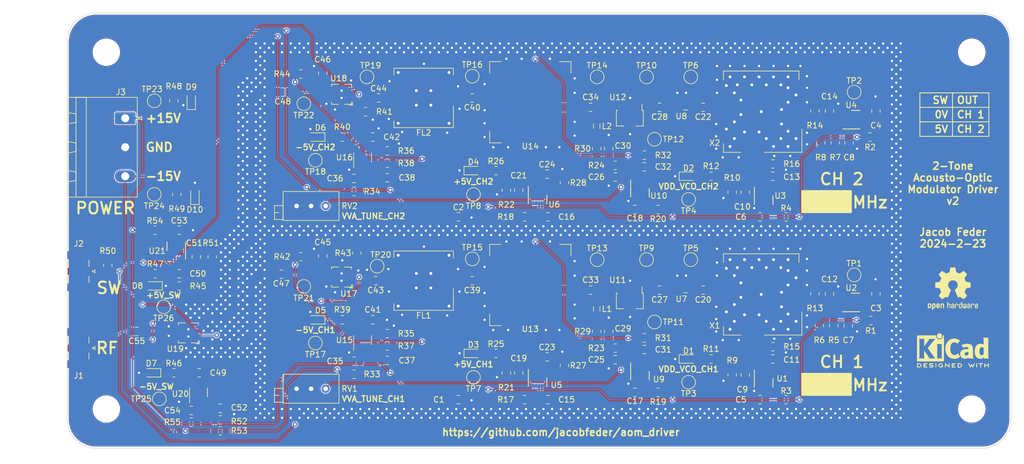
<source format=kicad_pcb>
(kicad_pcb (version 20221018) (generator pcbnew)
  (title_block (title "AOM driver") (date "2024-01-01") (rev "v1"))
  (layers (0 "F.Cu" signal) (1 "In1.Cu" power) (2 "In2.Cu" power) (31 "B.Cu" signal) (34 "B.Paste" user) (35 "F.Paste" user) (36 "B.SilkS" user "B.Silkscreen") (37 "F.SilkS" user "F.Silkscreen") (38 "B.Mask" user) (39 "F.Mask" user) (44 "Edge.Cuts" user))
  (net 0 "")
  (net 1 "VDD")
  (net 2 "GND")
  (net 3 "Net-(X1-RFout)")
  (net 4 "Net-(C16-Pad1)")
  (net 5 "VEE")
  (net 6 "Net-(C17-Pad1)")
  (net 7 "Net-(FL1-IN)")
  (net 8 "Net-(FL1-OUT)")
  (net 9 "/-5V_SW")
  (net 10 "/+5V_SW")
  (net 11 "Net-(D7-K)")
  (net 12 "Net-(X2-RFout)")
  (net 13 "Net-(L2-Pad1)")
  (net 14 "Net-(U4-SET)")
  (net 15 "Net-(FL2-IN)")
  (net 16 "Net-(FL2-OUT)")
  (net 20 "Net-(D8-A)")
  (net 21 "Net-(D9-A)")
  (net 22 "Net-(D10-K)")
  (net 23 "Net-(U5-SET)")
  (net 24 "Net-(U6-SET)")
  (net 25 "Net-(U20-EN)")
  (net 33 "Net-(C22-Pad2)")
  (net 34 "Net-(C34-Pad1)")
  (net 35 "Net-(D1-A)")
  (net 36 "Net-(D3-A)")
  (net 37 "Net-(J1-In)")
  (net 38 "Net-(U1-SET)")
  (net 42 "Net-(L1-Pad1)")
  (net 43 "Net-(C33-Pad1)")
  (net 44 "Net-(U20-VIN)")
  (net 45 "/VCO_TUNE_CH2")
  (net 46 "/VCO_TUNE_CH1")
  (net 47 "Net-(J2-In)")
  (net 48 "/+5V_CH2")
  (net 49 "/+5V_CH1")
  (net 50 "/VVA_TUNE_CH2")
  (net 51 "/-5V_CH2")
  (net 52 "/VVA_TUNE_CH1")
  (net 53 "/-5V_CH1")
  (net 54 "/VDD_VCO_CH2")
  (net 55 "/VDD_VCO_CH1")
  (net 56 "Net-(C3-Pad1)")
  (net 57 "Net-(C4-Pad1)")
  (net 58 "Net-(C5-Pad1)")
  (net 59 "Net-(C6-Pad1)")
  (net 60 "Net-(U2-SET)")
  (net 61 "Net-(U3-SET)")
  (net 62 "Net-(C15-Pad1)")
  (net 63 "Net-(C18-Pad1)")
  (net 64 "Net-(C20-Pad2)")
  (net 65 "Net-(U9-SET)")
  (net 66 "Net-(U10-SET)")
  (net 67 "Net-(C27-Pad1)")
  (net 68 "Net-(C27-Pad2)")
  (net 69 "Net-(C28-Pad1)")
  (net 70 "Net-(C28-Pad2)")
  (net 71 "Net-(U13-RF_IN)")
  (net 72 "Net-(U14-RF_IN)")
  (net 73 "Net-(U15-VIN)")
  (net 74 "Net-(U16-VIN)")
  (net 75 "Net-(U15-EN)")
  (net 76 "Net-(U16-EN)")
  (net 77 "Net-(U13-RF_OUT)")
  (net 78 "Net-(U14-RF_OUT)")
  (net 79 "Net-(U17-RF-OUT1)")
  (net 80 "Net-(U18-RF-OUT2)")
  (net 81 "Net-(U17-VDD)")
  (net 82 "Net-(U18-VDD)")
  (net 83 "Net-(U17-RF-IN)")
  (net 84 "Net-(U19-RF-OUT1)")
  (net 85 "Net-(U18-RF-IN)")
  (net 86 "Net-(U19-RF-OUT2)")
  (net 87 "Net-(U21-SET)")
  (net 88 "Net-(C53-Pad1)")
  (net 89 "Net-(D2-A)")
  (net 90 "Net-(D4-A)")
  (net 91 "Net-(D5-K)")
  (net 92 "Net-(D6-K)")
  (net 93 "Net-(R5-Pad2)")
  (net 94 "Net-(R7-Pad2)")
  (net 95 "Net-(U18-RF-OUT1)")
  (net 96 "Net-(U17-RF-OUT2)")
  (net 114 "Net-(U19-RF-IN)")
  (footprint "Resistor_SMD:R_0805_2012Metric_Pad1.20x1.40mm_HandSolder" (layer "F.Cu") (at 84.201 99.618)
    (fp_text reference "R54")
    (fp_text value "0")
  )
  (footprint "Capacitor_SMD:C_0805_2012Metric_Pad1.18x1.45mm_HandSolder" (layer "F.Cu") (at 124.841 90.424 180)
    (fp_text reference "C38")
    (fp_text value "0.1u")
  )
  (footprint "Package_DFN_QFN:DFN-8-1EP_3x3mm_P0.5mm_EP1.66x2.38mm" (layer "F.Cu") (at 190.6665 125.603 -90)
    (fp_text reference "U1")
    (fp_text value "LT3082xDD")
  )
  (footprint "MountingHole:MountingHole_4.3mm_M4_DIN965" (layer "F.Cu") (at 227.0765 130.9375)
    (fp_text reference "H4" hide)
    (fp_text value "MountingHole")
  )
  (footprint "Symbol:KiCad-Logo2_5mm_SilkScreen" (layer "F.Cu") (at 223.774 120.65)
    (fp_text reference "SYM2" hide)
    (fp_text value "Logo_Open_Hardware_Small" hide)
  )
  (footprint "Resistor_SMD:R_0805_2012Metric_Pad1.20x1.40mm_HandSolder" (layer "F.Cu") (at 194.603 129.2855 180)
    (fp_text reference "R3")
    (fp_text value "0")
  )
  (footprint "TestPoint:TestPoint_Pad_D2.0mm" (layer "F.Cu") (at 177.9275 72.7715)
    (fp_text reference "TP6")
    (fp_text value "TestPoint")
  )
  (footprint "Capacitor_SMD:C_0805_2012Metric_Pad1.18x1.45mm_HandSolder" (layer "F.Cu") (at 139.7 108.458 180)
    (fp_text reference "C39")
    (fp_text value "2.2u")
  )
  (footprint "TestPoint:TestPoint_Pad_D2.0mm" (layer "F.Cu") (at 112.2675 119.3795 180)
    (fp_text reference "TP17")
    (fp_text value "TestPoint")
  )
  (footprint "Resistor_SMD:R_0805_2012Metric_Pad1.20x1.40mm_HandSolder" (layer "F.Cu") (at 192.2775 88.0105)
    (fp_text reference "R16")
    (fp_text value "1.5k")
  )
  (footprint "Capacitor_SMD:C_0805_2012Metric_Pad1.18x1.45mm_HandSolder" (layer "F.Cu") (at 118.9985 122.5545)
    (fp_text reference "C35")
    (fp_text value "2.2u")
  )
  (footprint "Capacitor_SMD:C_0805_2012Metric_Pad1.18x1.45mm_HandSolder" (layer "F.Cu") (at 168.1475 128.0155 180)
    (fp_text reference "C17")
    (fp_text value "2.2u")
  )
  (footprint "Connector_Coaxial:SMA_Samtec_SMA-J-P-X-ST-EM1_EdgeMount" (layer "F.Cu") (at 70.9395 106.8075 -90)
    (fp_text reference "J2")
    (fp_text value "Conn_Coaxial")
  )
  (footprint "Capacitor_SMD:C_0805_2012Metric_Pad1.18x1.45mm_HandSolder" (layer "F.Cu") (at 88.432 99.618)
    (fp_text reference "C53")
    (fp_text value "2.2u")
  )
  (footprint "Capacitor_SMD:C_0805_2012Metric_Pad1.18x1.45mm_HandSolder" (layer "F.Cu") (at 190.032 97.2825 180)
    (fp_text reference "C6")
    (fp_text value "2.2u")
  )
  (footprint "LED_SMD:LED_0603_1608Metric_Pad1.05x0.95mm_HandSolder" (layer "F.Cu") (at 177.546 122.174)
    (fp_text reference "D1")
    (fp_text value "LED")
  )
  (footprint "Potentiometer_THT:Potentiometer_Bourns_3296X_Horizontal" (layer "F.Cu") (at 114.0455 127.3805)
    (fp_text reference "RV1")
    (fp_text value "2M")
  )
  (footprint "TestPoint:TestPoint_Pad_D2.0mm" (layer "F.Cu") (at 139.7 104.648)
    (fp_text reference "TP15")
    (fp_text value "TestPoint")
  )
  (footprint "TestPoint:TestPoint_Pad_D2.0mm" (layer "F.Cu") (at 84.9635 129.1595 180)
    (fp_text reference "TP25")
    (fp_text value "TestPoint")
  )
  (footprint "Resistor_SMD:R_0805_2012Metric_Pad1.20x1.40mm_HandSolder" (layer "F.Cu") (at 200.406 116.332 -90)
    (fp_text reference "R6")
    (fp_text value "49.9k")
  )
  (footprint "Capacitor_SMD:C_0805_2012Metric_Pad1.18x1.45mm_HandSolder" (layer "F.Cu") (at 164.719 90.297 180)
    (fp_text reference "C26")
    (fp_text value "0.1u")
  )
  (footprint "Resistor_SMD:R_0805_2012Metric_Pad1.20x1.40mm_HandSolder" (layer "F.Cu") (at 124.841 87.884 180)
    (fp_text reference "R38")
    (fp_text value "499k")
  )
  (footprint "TestPoint:TestPoint_Pad_D2.0mm" (layer "F.Cu") (at 84.0745 76.9625)
    (fp_text reference "TP23")
    (fp_text value "TestPoint")
  )
  (footprint "Capacitor_SMD:C_0805_2012Metric_Pad1.18x1.45mm_HandSolder" (layer "F.Cu") (at 139.7005 76.4545 180)
    (fp_text reference "C40")
    (fp_text value "2.2u")
  )
  (footprint "Capacitor_SMD:C_0805_2012Metric_Pad1.18x1.45mm_HandSolder" (layer "F.Cu") (at 205.613 84.328 -90)
    (fp_text reference "C8")
    (fp_text value "0.1u")
  )
  (footprint "Resistor_SMD:R_0805_2012Metric_Pad1.20x1.40mm_HandSolder" (layer "F.Cu") (at 185.166 92.964 -90)
    (fp_text reference "R10")
    (fp_text value "499k")
  )
  (footprint "TestPoint:TestPoint_Pad_D2.0mm" (layer "F.Cu") (at 170.1805 72.7715)
    (fp_text reference "TP10")
    (fp_text value "TestPoint")
  )
  (footprint "LED_SMD:LED_0603_1608Metric_Pad1.05x0.95mm_HandSolder" (layer "F.Cu") (at 139.914 121.192)
    (fp_text reference "D3")
    (fp_text value "LED")
  )
  (footprint "LED_SMD:LED_0603_1608Metric_Pad1.05x0.95mm_HandSolder" (layer "F.Cu") (at 112.2675 115.3155 180)
    (fp_text reference "D5")
    (fp_text value "LED")
  )
  (footprint "RF_Converter:RF_Attenuator_Susumu_PAT1220" (layer "F.Cu") (at 176.2765 77.4705 180)
    (fp_text reference "U8")
    (fp_text value "PAT1220-C-8DB")
  )
  (footprint "Resistor_SMD:R_0805_2012Metric_Pad1.20x1.40mm_HandSolder" (layer "F.Cu") (at 164.7185 120.2685 180)
    (fp_text reference "R23")
    (fp_text value "2.7M")
  )
  (footprint "Capacitor_SMD:C_0805_2012Metric_Pad1.18x1.45mm_HandSolder" (layer "F.Cu") (at 152.781 89.789)
    (fp_text reference "C24")
    (fp_text value "2.2u")
  )
  (footprint "TestPoint:TestPoint_Pad_D2.0mm" (layer "F.Cu") (at 110.2365 77.4705 180)
    (fp_text reference "TP22")
    (fp_text value "TestPoint")
  )
  (footprint "Package_DFN_QFN:Mini-Circuits_DL805" (layer "F.Cu") (at 116.84 107.823 180)
    (fp_text reference "U17")
    (fp_text value "M3SWA-2-50")
  )
  (footprint "Resistor_SMD:R_0805_2012Metric_Pad1.20x1.40mm_HandSolder" (layer "F.Cu") (at 109.7275 104.2665)
    (fp_text reference "R42")
    (fp_text value "0")
  )
  (footprint "Resistor_SMD:R_0805_2012Metric_Pad1.20x1.40mm_HandSolder" (layer "F.Cu") (at 185.1655 124.9675 -90)
    (fp_text reference "R9")
    (fp_text value "499k")
  )
  (footprint "Capacitor_SMD:C_0805_2012Metric_Pad1.18x1.45mm_HandSolder" (layer "F.Cu") (at 210.3125 78.7405 90)
    (fp_text reference "C4")
    (fp_text value "2.2u")
  )
  (footprint "TestPoint:TestPoint_Pad_D2.0mm" (layer "F.Cu") (at 161.5445 72.7715)
    (fp_text reference "TP14")
    (fp_text value "TestPoint")
  )
  (footprint "LED_SMD:LED_0603_1608Metric_Pad1.05x0.95mm_HandSolder" (layer "F.Cu") (at 83.82 109.363 180)
    (fp_text reference "D8")
    (fp_text value "LED")
  )
  (footprint "Capacitor_SMD:C_0805_2012Metric_Pad1.18x1.45mm_HandSolder" (layer "F.Cu") (at 91.44 104.283 90)
    (fp_text reference "C51")
    (fp_text value "0.1u")
  )
  (footprint "Package_DFN_QFN:Mini-Circuits_DL805" (layer "F.Cu") (at 90.0435 117.6025 180)
    (fp_text reference "U19")
    (fp_text value "M3SWA-2-50")
  )
  (footprint "Resistor_SMD:R_0805_2012Metric_Pad1.20x1.40mm_HandSolder" (layer "F.Cu") (at 181.4835 90.1705 180)
    (fp_text reference "R12")
    (fp_text value "4.7k")
  )
  (footprint "Capacitor_SMD:C_0805_2012Metric_Pad1.18x1.45mm_HandSolder" (layer "F.Cu") (at 106.5535 75.4385 180)
    (fp_text reference "C48")
    (fp_text value "2.2u")
  )
  (footprint "Capacitor_SMD:C_0805_2012Metric_Pad1.18x1.45mm_HandSolder" (layer "F.Cu") (at 192.278 90.17)
    (fp_text reference "C13")
    (fp_text value "2.2u")
  )
  (footprint "Inductor_SMD:L_0805_2012Metric_Pad1.05x1.20mm_HandSolder" (layer "F.Cu") (at 161.4735 81.4075 90)
    (fp_text reference "L2")
    (fp_text value "10u")
  )
  (footprint "Capacitor_SMD:C_0805_2012Metric_Pad1.18x1.45mm_HandSolder" (layer "F.Cu") (at 160.4015 78.1055 180)
    (fp_text reference "C34")
    (fp_text value "2.2u")
  )
  (footprint "Package_DFN_QFN:DFN-8-1EP_3x3mm_P0.5mm_EP1.66x2.38mm" (layer "F.Cu") (at 151.1295 125.4755 -90)
    (fp_text reference "U5")
    (fp_text value "LT3082xDD")
  )
  (footprint "Capacitor_SMD:C_0805_2012Metric_Pad1.18x1.45mm_HandSolder" (layer "F.Cu") (at 202.184 78.74 90)
    (fp_text reference "C14")
    (fp_text value "2.2u")
  )
  (footprint "TestPoint:TestPoint_Pad_D2.0mm" (layer "F.Cu") (at 177.546 126.238 180)
    (fp_text reference "TP3")
    (fp_text value "TestPoint")
  )
  (footprint "Capacitor_SMD:C_0805_2012Metric_Pad1.18x1.45mm_HandSolder" (layer "F.Cu") (at 202.1835 110.7435 90)
    (fp_text reference "C12")
    (fp_text value "2.2u")
  )
  (footprint "LED_SMD:LED_0603_1608Metric_Pad1.05x0.95mm_HandSolder" (layer "F.Cu") (at 177.5465 90.1705)
    (fp_text reference "D2")
    (fp_text value "LED")
  )
  (footprint "Capacitor_SMD:C_0805_2012Metric_Pad1.18x1.45mm_HandSolder" (layer "F.Cu") (at 122.3005 115.3155 180)
    (fp_text reference "C41")
    (fp_text value "2.2u")
  )
  (footprint "Resistor_SMD:R_0805_2012Metric_Pad1.20x1.40mm_HandSolder" (layer "F.Cu") (at 88.4315 109.3965)
    (fp_text reference "R45")
    (fp_text value "1.5k")
  )
  (footprint "TestPoint:TestPoint_Pad_D2.0mm" (layer "F.Cu") (at 84.0745 93.3455 180)
    (fp_text reference "TP24")
    (fp_text value "TestPoint")
  )
  (footprint "Capacitor_SMD:C_0805_2012Metric_Pad1.18x1.45mm_HandSolder" (layer "F.Cu") (at 88.432 107.238)
    (fp_text reference "C50")
    (fp_text value "2.2u")
  )
  (footprint "Capacitor_SMD:C_0805_2012Metric_Pad1.18x1.45mm_HandSolder" (layer "F.Cu") (at 152.908 97.282)
    (fp_text reference "C16")
    (fp_text value "2.2u")
  )
  (footprint "Resistor_SMD:R_0805_2012Metric_Pad1.20x1.40mm_HandSolder" (layer "F.Cu") (at 143.851 121.192 180)
    (fp_text reference "R25")
    (fp_text value "4.7k")
  )
  (footprint "Resistor_SMD:R_0805_2012Metric_Pad1.20x1.40mm_HandSolder" (layer "F.Cu") (at 88.011 93.3455 -90)
    (fp_text reference "R49")
    (fp_text value "27k")
  )
  (footprint "MountingHole:MountingHole_4.3mm_M4_DIN965" (layer "F.Cu") (at 227.0765 68.4535)
    (fp_text reference "H3" hide)
    (fp_text value "MountingHole")
  )
  (footprint "Capacitor_SMD:C_0805_2012Metric_Pad1.18x1.45mm_HandSolder" (layer "F.Cu") (at 106.299 107.315 180)
    (fp_text reference "C47")
    (fp_text value "2.2u")
  )
  (footprint "TestPoint:TestPoint_Pad_D2.0mm" (layer "F.Cu") (at 171.577 83.693 180)
    (fp_text reference "TP12")
    (fp_text value "TestPoint")
  )
  (footprint "Resistor_SMD:R_0805_2012Metric_Pad1.20x1.40mm_HandSolder" (layer "F.Cu") (at 169.799 86.487)
    (fp_text reference "R32")
    (fp_text value "1.5k")
  )
  (footprint "Capacitor_SMD:C_0805_2012Metric_Pad1.18x1.45mm_HandSolder" (layer "F.Cu") (at 123.317 76.454 180)
    (fp_text reference "C44")
    (fp_text value "2.2u")
  )
  (footprint "Capacitor_SMD:C_0805_2012Metric_Pad1.18x1.45mm_HandSolder" (layer "F.Cu") (at 187.4515 124.9675 -90)
    (fp_text reference "C9")
    (fp_text value "0.1u")
  )
  (footprint "Package_DFN_QFN:DFN-8-1EP_3x3mm_P0.5mm_EP1.66x2.38mm" (layer "F.Cu") (at 169.037 92.3295 -90)
    (fp_text reference "U10")
    (fp_text value "LT3082xDD")
  )
  (footprint "Connector_Coaxial:SMA_Samtec_SMA-J-P-X-ST-EM1_EdgeMount" (layer "F.Cu") (at 70.9395 120.2695 -90)
    (fp_text reference "J1")
    (fp_text value "Conn_Coaxial")
  )
  (footprint "Resistor_SMD:R_0805_2012Metric_Pad1.20x1.40mm_HandSolder" (layer "F.Cu") (at 172.2115 128.0155 180)
    (fp_text reference "R19")
    (fp_text value "0")
  )
  (footprint "Resistor_SMD:R_0805_2012Metric_Pad1.20x1.40mm_HandSolder" (layer "F.Cu") (at 124.841 85.725 180)
    (fp_text reference "R36")
    (fp_text value "499k")
  )
  (footprint "LED_SMD:LED_0603_1608Metric_Pad1.05x0.95mm_HandSolder" (layer "F.Cu") (at 112.268 83.312 180)
    (fp_text reference "D6")
    (fp_text value "LED")
  )
  (footprint "TestPoint:TestPoint_Pad_D2.0mm" (layer "F.Cu") (at 139.7005 72.6445)
    (fp_text reference "TP16")
    (fp_text value "TestPoint")
  )
  (footprint "Resistor_SMD:R_0805_2012Metric_Pad1.20x1.40mm_HandSolder" (layer "F.Cu") (at 95.631 134.747 180)
    (fp_text reference "R53")
    (fp_text value "499k")
  )
  (footprint "RF_Converter:RF_Attenuator_Susumu_PAT1220" (layer "F.Cu") (at 176.276 109.474 180)
    (fp_text reference "U7")
    (fp_text value "PAT1220-C-8DB")
  )
  (footprint "Resistor_SMD:R_0805_2012Metric_Pad1.20x1.40mm_HandSolder" (layer "F.Cu") (at 124.8405 117.7285 180)
    (fp_text reference "R35")
    (fp_text value "499k")
  )
  (footprint "Resistor_SMD:R_0805_2012Metric_Pad1.20x1.40mm_HandSolder" (layer "F.Cu") (at 87.5035 124.5875)
    (fp_text reference "R46")
    (fp_text value "4.7k")
  )
  (footprint "TestPoint:TestPoint_Pad_D2.0mm" (layer "F.Cu") (at 177.927 104.775)
    (fp_text reference "TP5")
    (fp_text value "TestPoint")
  )
  (footprint "Capacitor_SMD:C_0805_2012Metric_Pad1.18x1.45mm_HandSolder" (layer "F.Cu") (at 113.5375 104.1395 90)
    (fp_text reference "C45")
    (fp_text value "2.2u")
  )
  (footprint "Resistor_SMD:R_0805_2012Metric_Pad1.20x1.40mm_HandSolder" (layer "F.Cu") (at 161.4735 85.3445 90)
    (fp_text reference "R30")
    (fp_text value "0")
  )
  (footprint "Capacitor_SMD:C_0805_2012Metric_Pad1.18x1.45mm_HandSolder" (layer "F.Cu") (at 187.452 92.964 -90)
    (fp_text reference "C10")
    (fp_text value "0.1u")
  )
  (footprint "Resistor_SMD:R_0805_2012Metric_Pad1.20x1.40mm_HandSolder" (layer "F.Cu") (at 202.946 116.332 -90)
    (fp_text reference "R5")
    (fp_text value "10M")
  )
  (footprint "Capacitor_SMD:C_0805_2012Metric_Pad1.18x1.45mm_HandSolder" (layer "F.Cu") (at 122.301 83.312 180)
    (fp_text reference "C42")
    (fp_text value "2.2u")
  )
  (footprint "TestPoint:TestPoint_Pad_D2.0mm" (layer "F.Cu") (at 139.914 125.383 180)
    (fp_text reference "TP7")
    (fp_text value "TestPoint")
  )
  (footprint "Resistor_SMD:R_0805_2012Metric_Pad1.20x1.40mm_HandSolder" (layer "F.Cu") (at 192.277 120.014)
    (fp_text reference "R15")
    (fp_text value "1.5k")
  )
  (footprint "Capacitor_SMD:C_0805_2012Metric_Pad1.18x1.45mm_HandSolder" (layer "F.Cu") (at 124.8405 122.4275 180)
    (fp_text reference "C37")
    (fp_text value "0.1u")
  )
  (footprint "Resistor_SMD:R_0805_2012Metric_Pad1.20x1.40mm_HandSolder" (layer "F.Cu") (at 164.719 88.265 180)
    (fp_text reference "R24")
    (fp_text value "2.7M")
  )
  (footprint "TestPoint:TestPoint_Pad_D2.0mm" (layer "F.Cu") (at 206.502 75.438)
    (fp_text reference "TP2")
    (fp_text value "TestPoint")
  )
  (footprint "Capacitor_SMD:C_0805_2012Metric_Pad1.18x1.45mm_HandSolder" (layer "F.Cu") (at 163.576 117.348 90)
    (fp_text reference "C29")
    (fp_text value "2.2u")
  )
  (footprint "Resistor_SMD:R_0805_2012Metric_Pad1.20x1.40mm_HandSolder" (layer "F.Cu") (at 116.967 83.312)
    (fp_text reference "R40")
    (fp_text value "4.7k")
  )
  (footprint "Package_TO_SOT_SMD:TSOT-23-5" (layer "F.Cu") (at 91.8215 128.0165 90)
    (fp_text reference "U20")
    (fp_text value "ADP7182AUJZ-5.0")
  )
  (footprint "Resistor_SMD:R_0805_2012Metric_Pad1.20x1.40mm_HandSolder" (layer "F.Cu") (at 199.644 78.74 90)
    (fp_text reference "R14")
    (fp_text value "1.5k")
  )
  (footprint "TestPoint:TestPoint_Pad_D2.0mm" (layer "F.Cu") (at 139.9145 93.3795 180)
    (fp_text reference "TP8")
    (fp_text value "TestPoint")
  )
  (footprint "TestPoint:TestPoint_Pad_D2.0mm" (layer "F.Cu") (at 206.5015 107.4415)
    (fp_text reference "TP1")
    (fp_text value "TestPoint")
  )
  (footprint "RF_Mini-Circuits:Mini-Circuits_CK605_LandPatternPL-012" (layer "F.Cu") (at 190.2465 78.8675 180)
    (fp_text reference "X2")
    (fp_text value "CVCO55xx")
  )
  (footprint "Capacitor_SMD:C_0805_2012Metric_Pad1.18x1.45mm_HandSolder" (layer "F.Cu") (at 210.312 110.744 90)
    (fp_text reference "C3")
    (fp_text value "2.2u")
  )
  (footprint "RF_Mini-Circuits:Mini-Circuits_CK605_LandPatternPL-012" (layer "F.Cu") (at 190.246 110.871 180)
    (fp_text reference "X1")
    (fp_text value "CVCO55xx")
  )
  (footprint "Capacitor_SMD:C_0805_2012Metric_Pad1.18x1.45mm_HandSolder" (layer "F.Cu") (at 163.5765 85.3445 90)
    (fp_text reference "C30")
    (fp_text value "2.2u")
  )
  (footprint "Symbol:OSHW-Logo2_9.8x8mm_SilkScreen" (layer "F.Cu") (at 223.774 109.855)
    (fp_text reference "SYM1" hide)
    (fp_text value "Logo_Open_Hardware_Small" hide)
  )
  (footprint "TestPoint:TestPoint_Pad_D2.0mm" (layer "F.Cu") (at 112.268 87.376 180)
    (fp_text reference "TP18")
    (fp_text value "TestPoint")
  )
  (footprint "Resistor_SMD:R_0805_2012Metric_Pad1.20x1.40mm_HandSolder" (layer "F.Cu") (at 148.8435 129.2855)
    (fp_text reference "R17")
    (fp_text value "0")
  )
  (footprint "MountingHole:MountingHole_4.3mm_M4_DIN965" (layer "F.Cu") (at 75.6925 130.9375)
    (fp_text reference "H2" hide)
    (fp_text value "MountingHole")
  )
  (footprint "Capacitor_SMD:C_0805_2012Metric_Pad1.18x1.45mm_HandSolder" (layer "F.Cu") (at 168.148 96.012 180)
    (fp_text reference "C18")
    (fp_text value "2.2u")
  )
  (footprint "TestPoint:TestPoint_Pad_D2.0mm" (layer "F.Cu") (at 170.18 104.775)
    (fp_text reference "TP9")
    (fp_text value "TestPoint")
  )
  (footprint "Resistor_SMD:R_0805_2012Metric_Pad1.20x1.40mm_HandSolder" (layer "F.Cu") (at 203.2 84.328 -90)
    (fp_text reference "R7")
    (fp_text value "150k")
  )
  (footprint "Resistor_SMD:R_0805_2012Metric_Pad1.20x1.40mm_HandSolder" (layer "F.Cu") (at 194.6035 97.282 180)
    (fp_text reference "R4")
    (fp_text value "0")
  )
  (footprint "Capacitor_SMD:C_0805_2012Metric_Pad1.18x1.45mm_HandSolder" (layer "F.Cu") (at 169.799 88.519)
    (fp_text reference "C32")
    (fp_text value "2.2u")
  )
  (footprint "Resistor_SMD:R_0805_2012Metric_Pad1.20x1.40mm_HandSolder" (layer "F.Cu") (at 90.551 133.223 180)
    (fp_text reference "R55")
    (fp_text value "0")
  )
  (footprint "Capacitor_SMD:C_0805_2012Metric_Pad1.18x1.45mm_HandSolder" (layer "F.Cu") (at 152.9075 129.2855)
    (fp_text reference "C15")
    (fp_text value "2.2u")
  )
  (footprint "Capacitor_SMD:C_0805_2012Metric_Pad1.18x1.45mm_HandSolder" (layer "F.Cu") (at 172.466 110.109 180)
    (fp_text reference "C27")
    (fp_text value "2.2u")
  )
  (footprint "Package_TO_SOT_SMD:TSOT-23-5" (layer "F.Cu") (at 120.5225 118.8715 90)
    (fp_text reference "U15")
    (fp_text value "ADP7182AUJZ-5.0")
  )
  (footprint "TestPoint:TestPoint_Pad_D2.0mm" (layer "F.Cu") (at 177.5465 94.2345 180)
    (fp_text reference "TP4")
    (fp_text value "TestPoint")
  )
  (footprint "RF_Mini-Circuits:Mini-Circuits_DV874_LandPatternPL-040" (layer "F.Cu") (at 149.86 109.22 180)
    (fp_text reference "U13")
    (fp_text value "RVA-3000R")
  )
  (footprint "LED_SMD:LED_0603_1608Metric_Pad1.05x0.95mm_HandSolder" (layer "F.Cu") (at 91.186 93.472 90)
    (fp_text reference "D10")
    (fp_text value "LED")
  )
  (footprint "TestPoint:TestPoint_Pad_D2.0mm" (layer "F.Cu") (at 123.063 105.918)
    (fp_text reference "TP20")
    (fp_text value "TestPoint")
  )
  (footprint "Resistor_SMD:R_0805_2012Metric_Pad1.20x1.40mm_HandSolder" (layer "F.Cu") (at 161.473 117.348 90)
    (fp_text reference "R29")
    (fp_text value "0")
  )
  (footprint "Capacitor_SMD:C_0805_2012Metric_Pad1.18x1.45mm_HandSolder" (layer "F.Cu") (at 81.026 117.348 180)
    (fp_text reference "C55")
    (fp_text value "2.2u")
  )
  (footprint "Capacitor_SMD:C_0805_2012Metric_Pad1.18x1.45mm_HandSolder" (layer "F.Cu") (at 90.551 131.191)
    (fp_text reference "C54")
    (fp_text value "2.2u")
  )
  (footprint "Resistor_SMD:R_0805_2012Metric_Pad1.20x1.40mm_HandSolder" (layer "F.Cu") (at 200.66 84.328 90)
    (fp_text reference "R8")
    (fp_text value "0")
  )
  (footprint "Resistor_SMD:R_0805_2012Metric_Pad1.20x1.40mm_HandSolder" (layer "F.Cu") (at 119.5065 103.6315 90)
    (fp_text reference "R43")
    (fp_text value "49.9")
  )
  (footprint "Resistor_SMD:R_0805_2012Metric_Pad1.20x1.40mm_HandSolder" (layer "F.Cu") (at 84.241 107.238 180)
    (fp_text reference "R47")
    (fp_text value "4.7k")
  )
  (footprint "Package_TO_SOT_SMD:SOT-89-3" (layer "F.Cu") (at 167.2595 80.0105 -90)
    (fp_text reference "U12")
    (fp_text value "GVA-81")
  )
  (footprint "Resistor_SMD:R_0805_2012Metric_Pad1.20x1.40mm_HandSolder" (layer "F.Cu") (at 155.8285 123.3165 90)
    (fp_text reference "R27")
    (fp_text value "1.5k")
  )
  (footprint "MountingHole:MountingHole_4.3mm_M4_DIN965" (layer "F.Cu") (at 75.6925 68.4535)
    (fp_text reference "H1" hide)
    (fp_text value "MountingHole")
  )
  (footprint "Potentiometer_THT:Potentiometer_Bourns_3296X_Horizontal" (layer "F.Cu") (at 114.046 95.377)
    (fp_text reference "RV2")
    (fp_text value "2M")
  )
  (footprint "LED_SMD:LED_0603_1608Metric_Pad1.05x0.95mm_HandSolder" (layer "F.Cu") (at 90.551 76.835 90)
    (fp_text reference "D9")
    (fp_text value "LED")
  )
  (footprint "Package_DFN_QFN:DFN-8-1EP_3x3mm_P0.5mm_EP1.66x2.38mm" (layer "F.Cu") (at 87.924 103.174 90)
    (fp_text reference "U21")
    (fp_text value "LT3082xDD")
  )
  (footprint "Capacitor_SMD:C_0805_2012Metric_Pad1.18x1.45mm_HandSolder" (layer "F.Cu") (at 172.4665 78.1055 180)
    (fp_text reference "C28")
    (fp_text value "2.2u")
  )
  (footprint "TestPoint:TestPoint_Pad_D2.0mm" (layer "F.Cu") (at 121.285 72.771)
    (fp_text reference "TP19")
    (fp_text value "TestPoint")
  )
  (footprint "Resistor_SMD:R_0805_2012Metric_Pad1.20x1.40mm_HandSolder" (layer "F.Cu") (at 109.728 72.263)
    (fp_text reference "R44")
    (fp_text value "0")
  )
  (footprint "Package_DFN_QFN:DFN-8-1EP_3x3mm_P0.5mm_EP1.66x2.38mm" (layer "F.Cu") (at 190.667 93.5995 -90)
    (fp_text reference "U3")
    (fp_text value "LT3082xDD")
  )
  (footprint "Resistor_SMD:R_0805_2012Metric_Pad1.20x1.40mm_HandSolder" (layer "F.Cu") (at 209.423 115.443)
    (fp_text reference "R1")
    (fp_text value "0")
  )
  (footprint "Resistor_SMD:R_0805_2012Metric_Pad1.20x1.40mm_HandSolder" (layer "F.Cu") (at 155.829 91.313 90)
    (fp_text reference "R28")
    (fp_text value "1.5k")
  )
  (footprint "Capacitor_SMD:C_0805_2012Metric_Pad1.18x1.45mm_HandSolder" (layer "F.Cu") (at 190.0315 129.286 180)
    (fp_text reference "C5")
    (fp_text value "2.2u")
  )
  (footprint "Capacitor_SMD:C_0805_2012Metric_Pad1.18x1.45mm_HandSolder" (layer "F.Cu") (at 122.809 108.458 180)
    (fp_text reference "C43")
    (fp_text value "2.2u")
  )
  (footprint "Capacitor_SMD:C_0805_2012Metric_Pad1.18x1.45mm_HandSolder" (layer "F.Cu") (at 137.287 97.282)
    (fp_text reference "C2")
    (fp_text value "2.2u")
  )
  (footprint "Capacitor_SMD:C_0805_2012Metric_Pad1.18x1.45mm_HandSolder" (layer "F.Cu") (at 113.538 72.136 90)
    (fp_text reference "C46")
    (fp_text value "2.2u")
  )
  (footprint "Resistor_SMD:R_0805_2012Metric_Pad1.20x1.40mm_HandSolder" (layer "F.Cu") (at 87.503 76.962 90)
    (fp_text reference "R48")
    (fp_text value "27k")
  )
  (footprint "Capacitor_SMD:C_0805_2012Metric_Pad1.18x1.45mm_HandSolder" (layer "F.Cu") (at 169.7985 120.5225)
    (fp_text reference "C31")
    (fp_text value "2.2u")
  )
  (footprint "Resistor_SMD:R_0805_2012Metric_Pad1.20x1.40mm_HandSolder" (layer "F.Cu") (at 143.8515 89.1885 180)
    (fp_text reference "R26")
    (fp_text value "4.7k")
  )
  (footprint "Capacitor_SMD:C_0805_2012Metric_Pad1.18x1.45mm_HandSolder" (layer "F.Cu") (at 91.9485 124.5875 180)
    (fp_text reference "C49")
    (fp_text value "2.2u")
  )
  (footprint "Resistor_SMD:R_0805_2012Metric_Pad1.20x1.40mm_HandSolder" (layer "F.Cu") (at 209.296 83.312)
    (fp_text reference "R2")
    (fp_text value "0")
  )
  (footprint "LED_SMD:LED_0603_1608Metric_Pad1.05x0.95mm_HandSolder" (layer "F.Cu") (at 139.9145 89.1885)
    (fp_text reference "D4")
    (fp_text value "LED")
  )
  (footprint "Resistor_SMD:R_0805_2012Metric_Pad1.20x1.40mm_HandSolder" (layer "F.Cu") (at 118.999 92.837 180)
    (fp_text reference "R34")
    (fp_text value "0")
  )
  (footprint "Capacitor_SMD:C_0805_2012Metric_Pad1.18x1.45mm_HandSolder" (layer "F.Cu") (at 180.0865 78.1055 180)
    (fp_text reference "C22")
    (fp_text value "2.2u")
  )
  (footprint "Resistor_SMD:R_0805_2012Metric_Pad1.20x1.40mm_HandSolder" (layer "F.Cu") (at 172.212 96.012 180)
    (fp_text reference "R20")
    (fp_text value "0")
  )
  (footprint "Resistor_SMD:R_0805_2012Metric_Pad1.20x1.40mm_HandSolder" (layer "F.Cu") (at 145.669 92.6175 -90)
    (fp_text reference "R22")
    (fp_text value "499k")
  )
  (footprint "RF_Mini-Circuits:Mini-Circuits_GP731_LandPatternPL-176" (layer "F.Cu") (at 131.1915 76.4545 180)
    (fp_text reference "FL2")
    (fp_text value "RLP-158")
  )
  (footprint "LED_SMD:LED_0603_1608Metric_Pad1.05x0.95mm_HandSolder" (layer "F.Cu") (at 83.5665 124.5875 180)
    (fp_text reference "D7")
    (fp_text value "LED")
  )
  (footprint "Package_DFN_QFN:DFN-8-1EP_3x3mm_P0.5mm_EP1.66x2.38mm" (layer "F.Cu") (at 169.0365 124.333 -90)
    (fp_text reference "U9")
    (fp_text value "LT3082xDD")
  )
  (footprint "Capacitor_SMD:C_0805_2012Metric_Pad1.18x1.45mm_HandSolder" (layer "F.Cu") (at 118.999 90.551)
    (fp_text reference "C36")
    (fp_text value "2.2u")
  )
  (footprint "Resistor_SMD:R_0805_2012Metric_Pad1.20x1.40mm_HandSolder" (layer "F.Cu") (at 181.483 122.174 180)
    (fp_text reference "R11")
    (fp_text value "4.7k")
  )
  (footprint "Capacitor_SMD:C_0805_2012Metric_Pad1.18x1.45mm_HandSolder" (layer "F.Cu") (at 192.2775 122.1735)
    (fp_text reference "C11")
    (fp_text value "2.2u")
  )
  (footprint "Package_TO_SOT_SMD:TSOT-23-5" (layer "F.Cu") (at 120.523 86.868 90)
    (fp_text reference "U16")
    (fp_text value "ADP7182AUJZ-5.0")
  )
  (footprint "Package_TO_SOT_SMD:SOT-89-3" (layer "F.Cu") (at 167.259 112.014 -90)
    (fp_text reference "U11")
    (fp_text value "GVA-81")
  )
  (footprint "Capacitor_SMD:C_0805_2012Metric_Pad1.18x1.45mm_HandSolder" (layer "F.Cu") (at 137.2865 129.2855)
    (fp_text reference "C1")
    (fp_text value "2.2u")
  )
  (footprint "Capacitor_SMD:C_0805_2012Metric_Pad1.18x1.45mm_HandSolder" (layer "F.Cu") (at 147.828 92.6175 -90)
    (fp_text reference "C21")
    (fp_text value "0.1u")
  )
  (footprint "TestPoint:TestPoint_Pad_D2.0mm" (layer "F.Cu") (at 110.236 109.474 180)
    (fp_text reference "TP21")
    (fp_text value "TestPoint")
  )
  (footprint "Capacitor_SMD:C_0805_2012Metric_Pad1.18x1.45mm_HandSolder" (layer "F.Cu") (at 152.7805 121.7925)
    (fp_text reference "C23")
    (fp_text value "2.2u")
  )
  (footprint "TestPoint:TestPoint_Pad_D2.0mm" (layer "F.Cu") (at 171.5765 115.6965 180)
    (fp_text reference "TP11")
    (fp_text value "TestPoint")
  )
  (footprint "Inductor_SMD:L_0805_2012Metric_Pad1.05x1.20mm_HandSolder" (layer "F.Cu") (at 161.473 113.411 90)
    (fp_text reference "L1")
    (fp_text value "10u")
  )
  (footprint "Capacitor_SMD:C_0805_2012Metric_Pad1.18x1.45mm_HandSolder" (layer "F.Cu") (at 205.486 116.3315 -90)
    (fp_text reference "C7")
    (fp_text value "0.1u")
  )
  (footprint "TestPoint:TestPoint_Pad_D2.0mm" (layer "F.Cu") (at 85.7255 113.0305 180)
    (fp_text reference "TP26")
    (fp_text value "TestPoint")
  )
  (footprint "Resistor_SMD:R_0805_2012Metric_Pad1.20x1.40mm_HandSolder" (layer "F.Cu") (at 95.631 132.842 180)
    (fp_text reference "R52")
    (fp_text value "499k")
  )
  (footprint "TestPoint:TestPoint_Pad_D2.0mm" (layer "F.Cu") (at 161.544 104.775)
    (fp_text reference "TP13")
    (fp_text value "TestPoint")
  )
  (footprint "Resistor_SMD:R_0805_2012Metric_Pad1.20x1.40mm_HandSolder" (layer "F.Cu") (at 148.844 97.282)
    (fp_text reference "R18")
    (fp_text value "0")
  )
  (footprint "RF_Mini-Circuits:Mini-Circuits_GP731_LandPatternPL-176" (layer "F.Cu") (at 131.191 108.458 180)
    (fp_text reference "FL1")
    (fp_text value "RLP-320+")
  )
  (footprint "Resistor_SMD:R_0805_2012Metric_Pad1.20x1.40mm_HandSolder" (layer "F.Cu") (at 169.7985 118.4905)
    (fp_text reference "R31")
    (fp_text value "1.5k")
  )
  (footprint "Package_DFN_QFN:DFN-8-1EP_3x3mm_P0.5mm_EP1.66x2.38mm" (layer "F.Cu") (at 151.13 93.472 -90)
    (fp_text reference "U6")
    (fp_text value "LT3082xDD")
  )
  (footprint "Capacitor_SMD:C_0805_2012Metric_Pad1.18x1.45mm_HandSolder" (layer "F.Cu") (at 164.7185 122.3005 180)
    (fp_text reference "C25")
    (fp_text value "0.1u")
  )
  (footprint "Package_DFN_QFN:DFN-8-1EP_3x3mm_P0.5mm_EP1.66x2.38mm" (layer "F.Cu") (at 205.9945 80.2645)
    (fp_text reference "U4")
    (fp_text value "LT3082xDD")
  )
  (footprint "Resistor_SMD:R_0805_2012Metric_Pad1.20x1.40mm_HandSolder" (layer "F.Cu") (at 118.9985 124.8405 180)
    (fp_text reference "R33")
    (fp_text value "0")
  )
  (footprint "Package_DFN_QFN:Mini-Circuits_DL805" (layer "F.Cu") (at 116.8405 75.8195 180)
    (fp_text reference "U18")
    (fp_text value "M3SWA-2-50")
  )
  (footprint "Resistor_SMD:R_0805_2012Metric_Pad1.20x1.40mm_HandSolder" (layer "F.Cu") (at 121.031 78.867)
    (fp_text reference "R41")
    (fp_text value "49.9")
  )
  (footprint "Resistor_SMD:R_0805_2012Metric_Pad1.20x1.40mm_HandSolder" (layer "F.Cu") (at 94.234 104.283 90)
    (fp_text reference "R51")
    (fp_text value "499k")
  )
  (footprint "Resistor_SMD:R_0805_2012Metric_Pad1.20x1.40mm_HandSolder" (layer "F.Cu") (at 145.6685 124.621 -90)
    (fp_text reference "R21")
    (fp_text value "499k")
  )
  (footprint "Package_DFN_QFN:DFN-8-1EP_3x3mm_P0.5mm_EP1.66x2.38mm" (layer "F.Cu") (at 205.994 112.268)
    (fp_text reference "U2")
    (fp_text value "LT3082xDD")
  )
  (footprint "Capacitor_SMD:C_0805_2012Metric_Pad1.18x1.45mm_HandSolder" (layer "F.Cu") (at 147.8275 124.621 -90)
    (fp_text reference "C19")
    (fp_text value "0.1u")
  )
  (footprint "Connector_Phoenix_MSTB:PhoenixContact_MSTBA_2,5_3-G-5,08_1x03_P5.08mm_Horizontal" (layer "F.Cu") (at 78.9945 80.0105 -90)
    (fp_text reference "J3")
    (fp_text value "Screw_Terminal_01x03")
  )
  (footprint "RF_Mini-Circuits:Mini-Circuits_DV874_LandPatternPL-040" (layer "F.Cu") (at 149.8605 77.2165 180)
    (fp_text reference "U14")
    (fp_text value "RVA-3000R")
  )
  (footprint "Capacitor_SMD:C_0805_2012Metric_Pad1.18x1.45mm_HandSolder" (layer "F.Cu") (at 180.086 110.109 180)
    (fp_text reference "C20")
    (fp_text value "2.2u")
  )
  (footprint "Resistor_SMD:R_0805_2012Metric_Pad1.20x1.40mm_HandSolder" (layer "F.Cu") (at 124.8405 119.8875 180)
    (fp_text reference "R37")
    (fp_text value "499k")
  )
  (footprint "Resistor_SMD:R_0805_2012Metric_Pad1.20x1.40mm_HandSolder" (layer "F.Cu") (at 116.9665 115.3155)
    (fp_text reference "R39")
    (fp_text value "4.7k")
  )
  (footprint "Resistor_SMD:R_0805_2012Metric_Pad1.20x1.40mm_HandSolder" (layer "F.Cu") (at 75.9465 105.7915 90)
    (fp_text reference "R50")
    (fp_text value "49.9")
  )
  (footprint "Capacitor_SMD:C_0805_2012Metric_Pad1.18x1.45mm_HandSolder" (layer "F.Cu") (at 160.401 110.109 180)
    (fp_text reference "C33")
    (fp_text value "2.2u")
  )
  (footprint "Capacitor_SMD:C_0805_2012Metric_Pad1.18x1.45mm_HandSolder" (layer "F.Cu") (at 95.631 130.81 180)
    (fp_text reference "C52")
    (fp_text value "0.1u")
  )
  (footprint "Resistor_SMD:R_0805_2012Metric_Pad1.20x1.40mm_HandSolder" (layer "F.Cu") (at 199.6435 110.7435 90)
    (fp_text reference "R13")
    (fp_text value "1.5k")
  )
  (gr_rect (start 197.358 124.714) (end 205.994 128.524) (stroke (width 0.2)) (fill solid) (layer "F.SilkS"))
  (gr_line (start 217.9955 75.565) (end 217.9955 83.185) (stroke (width 0.15)) (layer "F.SilkS"))
  (gr_line (start 223.7105 75.565) (end 223.7105 83.185) (stroke (width 0.15)) (layer "F.SilkS"))
  (gr_line (start 217.9955 78.105) (end 230.0605 78.105) (stroke (width 0.15)) (layer "F.SilkS"))
  (gr_line (start 217.9955 80.645) (end 230.0605 80.645) (stroke (width 0.15)) (layer "F.SilkS"))
  (gr_line (start 217.9955 83.185) (end 230.0605 83.185) (stroke (width 0.15)) (layer "F.SilkS"))
  (gr_rect (start 197.358 92.71) (end 205.994 96.52) (stroke (width 0.2)) (fill solid) (layer "F.SilkS"))
  (gr_line (start 217.9955 75.565) (end 230.0605 75.565) (stroke (width 0.15)) (layer "F.SilkS"))
  (gr_line (start 230.0605 75.565) (end 230.0605 83.185) (stroke (width 0.15)) (layer "F.SilkS"))
  (gr_arc (start 73.9145 137.7955) (mid 70.322398 136.307602) (end 68.8345 132.7155) (stroke (width 0.1)) (layer "Edge.Cuts"))
  (gr_arc (start 228.8545 61.5955) (mid 232.446602 63.083398) (end 233.9345 66.6755) (stroke (width 0.1)) (layer "Edge.Cuts"))
  (gr_arc (start 68.8345 66.6755) (mid 70.322398 63.083398) (end 73.9145 61.5955) (stroke (width 0.1)) (layer "Edge.Cuts"))
  (gr_line (start 73.9145 61.5955) (end 228.8545 61.5955) (stroke (width 0.1)) (layer "Edge.Cuts"))
  (gr_line (start 233.9345 66.6755) (end 233.9345 132.7155) (stroke (width 0.1)) (layer "Edge.Cuts"))
  (gr_arc (start 233.9345 132.7155) (mid 232.446602 136.307602) (end 228.8545 137.7955) (stroke (width 0.1)) (layer "Edge.Cuts"))
  (gr_line (start 73.9145 137.7955) (end 228.8545 137.7955) (stroke (width 0.1)) (layer "Edge.Cuts"))
  (gr_line (start 68.8345 132.7155) (end 68.8345 66.6755) (stroke (width 0.1)) (layer "Edge.Cuts"))
  (gr_text "CH 2" (at 204.343 90.678) (layer "F.SilkS") (effects (font (size 2.032 2.032) (thickness 0.3556) bold)))
  (gr_text "CH 2" (at 224.3455 81.915) (layer "F.SilkS") (effects (font (size 1.27 1.27) (thickness 0.254) bold) (justify left)))
  (gr_text "CH 1" (at 224.3455 79.375) (layer "F.SilkS") (effects (font (size 1.27 1.27) (thickness 0.254) bold) (justify left)))
  (gr_text "POWER" (at 70.1045 95.7585) (layer "F.SilkS") (effects (font (size 2.032 2.032) (thickness 0.3556) bold) (justify left)))
  (gr_text "SW" (at 223.0755 76.835) (layer "F.SilkS") (effects (font (size 1.27 1.27) (thickness 0.254) bold) (justify right)))
  (gr_text "VDD_VCO_CH1" (at 177.5455 123.9515) (layer "F.SilkS") (effects (font (size 1.016 1.016) (thickness 0.2032) bold)))
  (gr_text "+5V_CH1" (at 139.914 123.097) (layer "F.SilkS") (effects (font (size 1.016 1.016) (thickness 0.2032) bold)))
  (gr_text "OUT" (at 224.3455 76.835) (layer "F.SilkS") (effects (font (size 1.27 1.27) (thickness 0.254) bold) (justify left)))
  (gr_text "VVA_TUNE_CH1" (at 122.4275 129.1585) (layer "F.SilkS") (effects (font (size 1.016 1.016) (thickness 0.2032) bold)))
  (gr_text "+5V_CH2" (at 139.9145 91.0935) (layer "F.SilkS") (effects (font (size 1.016 1.016) (thickness 0.2032) bold)))
  (gr_text "-5V_CH2" (at 112.268 85.09) (layer "F.SilkS") (effects (font (size 1.016 1.016) (thickness 0.2032) bold)))
  (gr_text "0V" (at 223.0755 79.375) (layer "F.SilkS") (effects (font (size 1.27 1.27) (thickness 0.254) bold) (justify right)))
  (gr_text "SW" (at 73.7875 109.7285) (layer "F.SilkS") (effects (font (size 2.032 2.032) (thickness 0.3556) bold) (justify left)))
  (gr_text "Jacob Feder\n2024-2-23" (at 223.774 100.965) (layer "F.SilkS") (effects (font (size 1.27 1.27) (thickness 0.254) bold)))
  (gr_text "https://github.com/jacobfeder/aom_driver" (at 155.1945 135.001) (layer "F.SilkS") (effects (font (size 1.27 1.27) (thickness 0.254) bold)))
  (gr_text "CH 1" (at 204.343 122.682) (layer "F.SilkS") (effects (font (size 2.032 2.032) (thickness 0.3556) bold)))
  (gr_text "MHz" (at 209.296 94.742) (layer "F.SilkS") (effects (font (size 2.032 2.032) (thickness 0.3556) bold)))
  (gr_text "VVA_TUNE_CH2" (at 122.428 97.155) (layer "F.SilkS") (effects (font (size 1.016 1.016) (thickness 0.2032) bold)))
  (gr_text "+15V" (at 82.4235 80.0105) (layer "F.SilkS") (effects (font (size 1.524 1.524) (thickness 0.3048) bold) (justify left)))
  (gr_text "VDD_VCO_CH2" (at 177.546 91.948) (layer "F.SilkS") (effects (font (size 1.016 1.016) (thickness 0.2032) bold)))
  (gr_text "2-Tone\nAcousto-Optic\nModulator Driver\nv2" (at 223.774 91.44) (layer "F.SilkS") (effects (font (size 1.27 1.27) (thickness 0.254) bold)))
  (gr_text "-15V" (at 82.4235 90.1705) (layer "F.SilkS") (effects (font (size 1.524 1.524) (thickness 0.3048) bold) (justify left)))
  (gr_text "-5V_SW" (at 84.455 127) (layer "F.SilkS") (effects (font (size 1.016 1.016) (thickness 0.2032) bold)))
  (gr_text "RF" (at 73.6995 120.2695) (layer "F.SilkS") (effects (font (size 2.032 2.032) (thickness 0.3556) bold) (justify left)))
  (gr_text "MHz" (at 209.296 126.746) (layer "F.SilkS") (effects (font (size 2.032 2.032) (thickness 0.3556) bold)))
  (gr_text "5V" (at 223.0755 81.915) (layer "F.SilkS") (effects (font (size 1.27 1.27) (thickness 0.254) bold) (justify right)))
  (gr_text "-5V_CH1" (at 112.2675 117.0935) (layer "F.SilkS") (effects (font (size 1.016 1.016) (thickness 0.2032) bold)))
  (gr_text "GND" (at 82.4235 85.0905) (layer "F.SilkS") (effects (font (size 1.524 1.524) (thickness 0.3048) bold) (justify left)))
  (gr_text "+5V_SW" (at 85.725 110.998) (layer "F.SilkS") (effects (font (size 1.016 1.016) (thickness 0.2032) bold)))
  (segment (start 86.7415 80.0105) (end 87.503 80.0105) (width 0.254) (layer "F.Cu") (net 1))
  (segment (start 195.6035 97.282) (end 196.8895 97.282) (width 0.254) (layer "F.Cu") (net 1))
  (segment (start 174.752 97.2825) (end 174.752 96.52) (width 0.254) (layer "F.Cu") (net 1))
  (segment (start 78.9945 80.0105) (end 84.0745 80.0105) (width 0.254) (layer "F.Cu") (net 1))
  (segment (start 88.1225 77.9785) (end 88.1385 77.9625) (width 0.254) (layer "F.Cu") (net 1))
  (segment (start 136.249 127.529) (end 136.2705 127.5075) (width 0.254) (layer "F.Cu") (net 1))
  (segment (start 174.7515 129.286) (end 174.7515 128.5235) (width 0.254) (layer "F.Cu") (net 1))
  (segment (start 147.8435 129.2855) (end 145.0335 129.2855) (width 0.254) (layer "F.Cu") (net 1))
  (segment (start 147.844 97.282) (end 145.034 97.282) (width 0.254) (layer "F.Cu") (net 1))
  (segment (start 174.244 96.012) (end 173.212 96.012) (width 0.254) (layer "F.Cu") (net 1))
  (segment (start 136.271 95.504) (end 128.27 95.504) (width 0.254) (layer "F.Cu") (net 1))
  (segment (start 174.7515 128.5235) (end 174.2435 128.0155) (width 0.254) (layer "F.Cu") (net 1))
  (segment (start 136.2705 127.5075) (end 128.2695 127.5075) (width 0.254) (layer "F.Cu") (net 1))
  (segment (start 195.603 129.2855) (end 196.889 129.2855) (width 0.254) (layer "F.Cu") (net 1))
  (segment (start 128.2695 127.5075) (end 125.3485 124.5865) (width 0.254) (layer "F.Cu") (net 1))
  (segment (start 98.0445 64.6435) (end 107.1885 64.6435) (width 0.254) (layer "F.Cu") (net 1))
  (segment (start 142.494 95.504) (end 136.271 95.504) (width 0.254) (layer "F.Cu") (net 1))
  (segment (start 84.0745 80.0105) (end 86.7415 80.0105) (width 0.254) (layer "F.Cu") (net 1))
  (segment (start 142.4935 127.5075) (end 136.2705 127.5075) (width 0.254) (layer "F.Cu") (net 1))
  (segment (start 174.752 96.52) (end 174.244 96.012) (width 0.254) (layer "F.Cu") (net 1))
  (segment (start 136.2495 97.282) (end 136.2495 95.5255) (width 0.254) (layer "F.Cu") (net 1))
  (segment (start 87.503 77.962) (end 87.503 80.0105) (width 0.254) (layer "F.Cu") (net 1))
  (segment (start 208.296 83.312) (end 207.01 83.312) (width 0.254) (layer "F.Cu") (net 1))
  (segment (start 136.2495 95.5255) (end 136.271 95.504) (width 0.254) (layer "F.Cu") (net 1))
  (segment (start 94.361 76.271817) (end 94.361 68.327) (width 0.254) (layer "F.Cu") (net 1))
  (segment (start 84.0745 76.9625) (end 84.0745 80.0105) (width 0.254) (layer "F.Cu") (net 1))
  (segment (start 143.2555 127.5075) (end 142.4935 127.5075) (width 0.254) (layer "F.Cu") (net 1))
  (segment (start 174.2435 128.0155) (end 173.2115 128.0155) (width 0.254) (layer "F.Cu") (net 1))
  (segment (start 80.3145 99.618) (end 80.2645 99.568) (width 0.254) (layer "F.Cu") (net 1))
  (segment (start 136.249 129.2855) (end 136.249 127.529) (width 0.254) (layer "F.Cu") (net 1))
  (segment (start 145.034 97.282) (end 143.256 95.504) (width 0.254) (layer "F.Cu") (net 1))
  (segment (start 208.423 115.443) (end 207.0105 115.443) (width 0.254) (layer "F.Cu") (net 1))
  (segment (start 94.361 68.327) (end 98.0445 64.6435) (width 0.254) (layer "F.Cu") (net 1))
  (segment (start 83.201 99.618) (end 80.3145 99.618) (width 0.254) (layer "F.Cu") (net 1))
  (segment (start 90.622317 80.0105) (end 94.361 76.271817) (width 0.254) (layer "F.Cu") (net 1))
  (segment (start 87.503 80.0105) (end 90.622317 80.0105) (width 0.254) (layer "F.Cu") (net 1))
  (segment (start 207.0105 115.443) (end 206.883 115.3155) (width 0.254) (layer "F.Cu") (net 1))
  (segment (start 145.0335 129.2855) (end 143.2555 127.5075) (width 0.254) (layer "F.Cu") (net 1))
  (segment (start 128.27 95.504) (end 125.349 92.583) (width 0.254) (layer "F.Cu") (net 1))
  (segment (start 143.256 95.504) (end 142.494 95.504) (width 0.254) (layer "F.Cu") (net 1))
  (via (at 196.8895 97.282) (size 0.8) (drill 0.4) (layers "F.Cu" "B.Cu") (net 1))
  (via (at 107.1885 64.6435) (size 0.8) (drill 0.4) (layers "F.Cu" "B.Cu") (net 1))
  (via (at 174.752 97.2825) (size 0.8) (drill 0.4) (layers "F.Cu" "B.Cu") (net 1))
  (via (at 174.7515 129.286) (size 0.8) (drill 0.4) (layers "F.Cu" "B.Cu") (net 1))
  (via (at 142.4935 127.5075) (size 0.8) (drill 0.4) (layers "F.Cu" "B.Cu") (net 1))
  (via (at 142.494 95.504) (size 0.8) (drill 0.4) (layers "F.Cu" "B.Cu") (net 1))
  (via (at 125.3485 124.5865) (size 0.8) (drill 0.4) (layers "F.Cu" "B.Cu") (net 1))
  (via (at 125.349 92.583) (size 0.8) (drill 0.4) (layers "F.Cu" "B.Cu") (net 1))
  (via (at 196.889 129.2855) (size 0.8) (drill 0.4) (layers "F.Cu" "B.Cu") (net 1))
  (via (at 207.01 83.312) (size 0.8) (drill 0.4) (layers "F.Cu" "B.Cu") (net 1))
  (via (at 206.883 115.3155) (size 0.8) (drill 0.4) (layers "F.Cu" "B.Cu") (net 1))
  (via (at 80.2645 99.568) (size 0.8) (drill 0.4) (layers "F.Cu" "B.Cu") (net 1))
  (segment (start 163.703 129.286) (end 161.9245 127.5075) (width 0.254) (layer "B.Cu") (net 1))
  (segment (start 105.664 132.969) (end 105.664 126.492) (width 0.254) (layer "B.Cu") (net 1))
  (segment (start 196.8885 129.286) (end 196.889 129.2855) (width 0.254) (layer "B.Cu") (net 1))
  (segment (start 80.2645 127.0005) (end 86.7415 133.4775) (width 0.254) (layer "B.Cu") (net 1))
  (segment (start 123.825 123.063) (end 125.3485 124.5865) (width 0.254) (layer "B.Cu") (net 1))
  (segment (start 201.0995 115.3155) (end 197.287 119.128) (width 0.254) (layer "B.Cu") (net 1))
  (segment (start 174.752 97.2825) (end 196.889 97.2825) (width 0.254) (layer "B.Cu") (net 1))
  (segment (start 109.093 123.063) (end 123.825 123.063) (width 0.254) (layer "B.Cu") (net 1))
  (segment (start 107.1885 64.6435) (end 107.1885 86.4875) (width 0.254) (layer "B.Cu") (net 1))
  (segment (start 207.01 83.312) (end 201.1 83.312) (width 0.254) (layer "B.Cu") (net 1))
  (segment (start 197.2875 96.884) (end 196.8895 97.282) (width 0.254) (layer "B.Cu") (net 1))
  (segment (start 206.883 115.3155) (end 201.0995 115.3155) (width 0.254) (layer "B.Cu") (net 1))
  (segment (start 105.1555 133.4775) (end 105.664 132.969) (width 0.254) (layer "B.Cu") (net 1))
  (segment (start 82.0425 80.7725) (end 82.0425 91.8215) (width 0.254) (layer "B.Cu") (net 1))
  (segment (start 197.287 128.8875) (end 196.889 129.2855) (width 0.254) (layer "B.Cu") (net 1))
  (segment (start 82.0425 91.8215) (end 80.2645 93.5995) (width 0.254) (layer "B.Cu") (net 1))
  (segment (start 80.2645 93.5995) (end 80.2645 99.568) (width 0.254) (layer "B.Cu") (net 1))
  (segment (start 78.9945 80.0105) (end 81.2805 80.0105) (width 0.254) (layer "B.Cu") (net 1))
  (segment (start 86.7415 133.4775) (end 105.1555 133.4775) (width 0.254) (layer "B.Cu") (net 1))
  (segment (start 197.287 119.128) (end 197.287 128.8875) (width 0.254) (layer "B.Cu") (net 1))
  (segment (start 163.7035 97.2825) (end 161.925 95.504) (width 0.254) (layer "B.Cu") (net 1))
  (segment (start 161.9245 127.5075) (end 142.4935 127.5075) (width 0.254) (layer "B.Cu") (net 1))
  (segment (start 161.925 95.504) (end 142.494 95.504) (width 0.254) (layer "B.Cu") (net 1))
  (segment (start 197.2875 87.1245) (end 197.2875 96.884) (width 0.254) (layer "B.Cu") (net 1))
  (segment (start 174.7515 129.286) (end 196.8885 129.286) (width 0.254) (layer "B.Cu") (net 1))
  (segment (start 80.2645 99.568) (end 80.2645 127.0005) (width 0.254) (layer "B.Cu") (net 1))
  (segment (start 174.752 97.2825) (end 163.7035 97.2825) (width 0.254) (layer "B.Cu") (net 1))
  (segment (start 105.664 126.492) (end 109.093 123.063) (width 0.254) (layer "B.Cu") (net 1))
  (segment (start 113.284 92.583) (end 125.349 92.583) (width 0.254) (layer "B.Cu") (net 1))
  (segment (start 196.889 97.2825) (end 196.8895 97.282) (width 0.254) (layer "B.Cu") (net 1))
  (segment (start 81.2805 80.0105) (end 82.0425 80.7725) (width 0.254) (layer "B.Cu") (net 1))
  (segment (start 107.1885 86.4875) (end 113.284 92.583) (width 0.254) (layer "B.Cu") (net 1))
  (segment (start 201.1 83.312) (end 197.2875 87.1245) (width 0.254) (layer "B.Cu") (net 1))
  (segment (start 174.7515 129.286) (end 163.703 129.286) (width 0.254) (layer "B.Cu") (net 1))
  (via (at 98.8065 91.3135) (size 0.8) (drill 0.4) (layers "F.Cu" "B.Cu") (net 2))
  (via (at 171.958 130.937) (size 0.8) (drill 0.4) (layers "F.Cu" "B.Cu") (net 2))
  (via (at 98.8065 77.5975) (size 0.8) (drill 0.4) (layers "F.Cu" "B.Cu") (net 2))
  (via (at 195.326 86.614) (size 0.8) (drill 0.4) (layers "F.Cu" "B.Cu") (net 2))
  (via (at 201.676 131.699) (size 0.8) (drill 0.4) (layers "F.Cu" "B.Cu") (net 2))
  (via (at 101.8545 101.9815) (size 0.8) (drill 0.4) (layers "F.Cu" "B.Cu") (net 2))
  (via (at 213.8685 131.6995) (size 0.8) (drill 0.4) (layers "F.Cu" "B.Cu") (net 2))
  (via (at 157.6075 73.0255) (size 0.8) (drill 0.4) (layers "F.Cu" "B.Cu") (net 2))
  (via (at 141.8595 83.3125) (size 0.8) (drill 0.4) (layers "F.Cu" "B.Cu") (net 2))
  (via (at 172.7205 99.6955) (size 0.8) (drill 0.4) (layers "F.Cu" "B.Cu") (net 2))
  (via (at 100.3305 95.8855) (size 0.8) (drill 0.4) (layers "F.Cu" "B.Cu") (net 2))
  (via (at 214.6305 71.5015) (size 0.8) (drill 0.4) (layers "F.Cu" "B.Cu") (net 2))
  (via (at 120.142 132.461) (size 0.8) (drill 0.4) (layers "F.Cu" "B.Cu") (net 2))
  (via (at 140.7165 67.6915) (size 0.8) (drill 0.4) (layers "F.Cu" "B.Cu") (net 2))
  (via (at 213.1065 118.7455) (size 0.8) (drill 0.4) (layers "F.Cu" "B.Cu") (net 2))
  (via (at 100.3305 82.1695) (size 0.8) (drill 0.4) (layers "F.Cu" "B.Cu") (net 2))
  (via (at 107.9505 100.4575) (size 0.8) (drill 0.4) (layers "F.Cu" "B.Cu") (net 2))
  (via (at 141.859 115.316) (size 0.8) (drill 0.4) (layers "F.Cu" "B.Cu") (net 2))
  (via (at 157.6075 80.6455) (size 0.8) (drill 0.4) (layers "F.Cu" "B.Cu") (net 2))
  (via (at 101.0925 105.7915) (size 0.8) (drill 0.4) (layers "F.Cu" "B.Cu") (net 2))
  (via (at 120.1425 68.4535) (size 0.8) (drill 0.4) (layers "F.Cu" "B.Cu") (net 2))
  (via (at 184.785 102.87) (size 0.8) (drill 0.4) (layers "F.Cu" "B.Cu") (net 2))
  (via (at 147.574 130.937) (size 0.8) (drill 0.4) (layers "F.Cu" "B.Cu") (net 2))
  (via (at 141.4785 68.4535) (size 0.8) (drill 0.4) (layers "F.Cu" "B.Cu") (net 2))
  (via (at 108.7125 99.6955) (size 0.8) (drill 0.4) (layers "F.Cu" "B.Cu") (net 2))
  (via (at 177.292 131.699) (size 0.8) (drill 0.4) (layers "F.Cu" "B.Cu") (net 2))
  (via (at 91.9485 121.0315) (size 0.8) (drill 0.4) (layers "F.Cu" "B.Cu") (net 2))
  (via (at 162.814 130.937) (size 0.8) (drill 0.4) (layers "F.Cu" "B.Cu") (net 2))
  (via (at 162.0525 99.6955) (size 0.8) (drill 0.4) (layers "F.Cu" "B.Cu") (net 2))
  (via (at 102.6165 93.5995) (size 0.8) (drill 0.4) (layers "F.Cu" "B.Cu") (net 2))
  (via (at 187.9605 67.6915) (size 0.8) (drill 0.4) (layers "F.Cu" "B.Cu") (net 2))
  (via (at 139.1925 67.6915) (size 0.8) (drill 0.4) (layers "F.Cu" "B.Cu") (net 2))
  (via (at 207.0105 68.4535) (size 0.8) (drill 0.4) (layers "F.Cu" "B.Cu") (net 2))
  (via (at 155.194 130.937) (size 0.8) (drill 0.4) (layers "F.Cu" "B.Cu") (net 2))
  (via (at 191.7705 100.4575) (size 0.8) (drill 0.4) (layers "F.Cu" "B.Cu") (net 2))
  (via (at 135.3825 66.9295) (size 0.8) (drill 0.4) (layers "F.Cu" "B.Cu") (net 2))
  (via (at 139.1925 99.6955) (size 0.8) (drill 0.4) (layers "F.Cu" "B.Cu") (net 2))
  (via (at 103.3785 89.7895) (size 0.8) (drill 0.4) (layers "F.Cu" "B.Cu") (net 2))
  (via (at 101.8545 82.1695) (size 0.8) (drill 0.4) (layers "F.Cu" "B.Cu") (net 2))
  (via (at 99.5685 98.1715) (size 0.8) (drill 0.4) (layers "F.Cu" "B.Cu") (net 2))
  (via (at 152.908 131.699) (size 0.8) (drill 0.4) (layers "F.Cu" "B.Cu") (net 2))
  (via (at 184.9125 99.6955) (size 0.8) (drill 0.4) (layers "F.Cu" "B.Cu") (net 2))
  (via (at 107.9505 68.4535) (size 0.8) (drill 0.4) (layers "F.Cu" "B.Cu") (net 2))
  (via (at 133.0965 99.6955) (size 0.8) (drill 0.4) (layers "F.Cu" "B.Cu") (net 2))
  (via (at 197.866 130.937) (size 0.8) (drill 0.4) (layers "F.Cu" "B.Cu") (net 2))
  (via (at 112.5225 66.9295) (size 0.8) (drill 0.4) (layers "F.Cu" "B.Cu") (net 2))
  (via (at 149.8605 99.6955) (size 0.8) (drill 0.4) (layers "F.Cu" "B.Cu") (net 2))
  (via (at 191.008 131.699) (size 0.8) (drill 0.4) (layers "F.Cu" "B.Cu") (net 2))
  (via (at 213.8685 127.1275) (size 0.8) (drill 0.4) (layers "F.Cu" "B.Cu") (net 2))
  (via (at 101.8545 88.2655) (size 0.8) (drill 0.4) (layers "F.Cu" "B.Cu") (net 2))
  (via (at 145.669 101.6) (size 0.8) (drill 0.4) (layers "F.Cu" "B.Cu") (net 2))
  (via (at 126.2385 98.9335) (size 0.8) (drill 0.4) (layers "F.Cu" "B.Cu") (net 2))
  (via (at 138.4305 66.9295) (size 0.8) (drill 0.4) (layers "F.Cu" "B.Cu") (net 2))
  (via (at 141.859 112.903) (size 0.8) (drill 0.4) (layers "F.Cu" "B.Cu") (net 2))
  (via (at 139.5725 129.4125) (size 0.8) (drill 0.4) (layers "F.Cu" "B.Cu") (net 2))
  (via (at 101.8545 114.1735) (size 0.8) (drill 0.4) (layers "F.Cu" "B.Cu") (net 2))
  (via (at 182.499 102.87) (size 0.8) (drill 0.4) (layers "F.Cu" "B.Cu") (net 2))
  (via (at 156.7185 100.4575) (size 0.8) (drill 0.4) (layers "F.Cu" "B.Cu") (net 2))
  (via (at 98.0445 101.2195) (size 0.8) (drill 0.4) (layers "F.Cu" "B.Cu") (net 2))
  (via (at 214.6305 68.4535) (size 0.8) (drill 0.4) (layers "F.Cu" "B.Cu") (net 2))
  (via (at 213.1065 86.7415) (size 0.8) (drill 0.4) (layers "F.Cu" "B.Cu") (net 2))
  (via (at 214.6305 114.1735) (size 0.8) (drill 0.4) (layers "F.Cu" "B.Cu") (net 2))
  (via (at 181.1025 66.9295) (size 0.8) (drill 0.4) (layers "F.Cu" "B.Cu") (net 2))
  (via (at 99.5685 108.8395) (size 0.8) (drill 0.4) (layers "F.Cu" "B.Cu") (net 2))
  (via (at 102.6165 105.7915) (size 0.8) (drill 0.4) (layers "F.Cu" "B.Cu") (net 2))
  (via (at 197.8665 66.9295) (size 0.8) (drill 0.4) (layers "F.Cu" "B.Cu") (net 2))
  (via (at 97.2825 101.9815) (size 0.8) (drill 0.4) (layers "F.Cu" "B.Cu") (net 2))
  (via (at 106.426 132.461) (size 0.8) (drill 0.4) (layers "F.Cu" "B.Cu") (net 2))
  (via (at 182.626 132.461) (size 0.8) (drill 0.4) (layers "F.Cu" "B.Cu") (net 2))
  (via (at 102.6165 116.4595) (size 0.8) (drill 0.4) (layers "F.Cu" "B.Cu") (net 2))
  (via (at 100.3305 111.1255) (size 0.8) (drill 0.4) (layers "F.Cu" "B.Cu") (net 2))
  (via (at 109.474 130.937) (size 0.8) (drill 0.4) (layers "F.Cu" "B.Cu") (net 2))
  (via (at 126.2385 68.4535) (size 0.8) (drill 0.4) (layers "F.Cu" "B.Cu") (net 2))
  (via (at 194.563 121.03) (size 0.8) (drill 0.4) (layers "F.Cu" "B.Cu") (net 2))
  (via (at 92.7105 121.7935) (size 0.8) (drill 0.4) (layers "F.Cu" "B.Cu") (net 2))
  (via (at 214.6305 132.4615) (size 0.8) (drill 0.4) (layers "F.Cu" "B.Cu") (net 2))
  (via (at 95.7585 114.1735) (size 0.8) (drill 0.4) (layers "F.Cu" "B.Cu") (net 2))
  (via (at 115.697 110.49) (size 0.8) (drill 0.4) (layers "F.Cu" "B.Cu") (net 2))
  (via (at 129.286 132.461) (size 0.8) (drill 0.4) (layers "F.Cu" "B.Cu") (net 2))
  (via (at 213.1065 66.9295) (size 0.8) (drill 0.4) (layers "F.Cu" "B.Cu") (net 2))
  (via (at 170.4345 66.9295) (size 0.8) (drill 0.4) (layers "F.Cu" "B.Cu") (net 2))
  (via (at 212.3445 131.6995) (size 0.8) (drill 0.4) (layers "F.Cu" "B.Cu") (net 2))
  (via (at 168.1485 99.6955) (size 0.8) (drill 0.4) (layers "F.Cu" "B.Cu") (net 2))
  (via (at 123.1905 98.9335) (size 0.8) (drill 0.4) (layers "F.Cu" "B.Cu") (net 2))
  (via (at 101.8545 100.4575) (size 0.8) (drill 0.4) (layers "F.Cu" "B.Cu") (net 2))
  (via (at 213.1065 80.6455) (size 0.8) (drill 0.4) (layers "F.Cu" "B.Cu") (net 2))
  (via (at 144.5265 100.4575) (size 0.8) (drill 0.4) (layers "F.Cu" "B.Cu") (net 2))
  (via (at 179.5785 100.4575) (size 0.8) (drill 0.4) (layers "F.Cu" "B.Cu") (net 2))
  (via (at 177.2925 67.6915) (size 0.8) (drill 0.4) (layers "F.Cu" "B.Cu") (net 2))
  (via (at 182.4995 75.5655) (size 0.8) (drill 0.4) (layers "F.Cu" "B.Cu") (net 2))
  (via (at 103.3785 92.8375) (size 0.8) (drill 0.4) (layers "F.Cu" "B.Cu") (net 2))
  (via (at 98.0445 114.9355) (size 0.8) (drill 0.4) (layers "F.Cu" "B.Cu") (net 2))
  (via (at 168.91 130.937) (size 0.8) (drill 0.4) (layers "F.Cu" "B.Cu") (net 2))
  (via (at 97.2825 121.7935) (size 0.8) (drill 0.4) (layers "F.Cu" "B.Cu") (net 2))
  (via (at 213.8685 96.6475) (size 0.8) (drill 0.4) (layers "F.Cu" "B.Cu") (net 2))
  (via (at 106.4265 100.4575) (size 0.8) (drill 0.4) (layers "F.Cu" "B.Cu") (net 2))
  (via (at 97.2825 117.2215) (size 0.8) (drill 0.4) (layers "F.Cu" "B.Cu") (net 2))
  (via (at 118.6185 66.9295) (size 0.8) (drill 0.4) (layers "F.Cu" "B.Cu") (net 2))
  (via (at 194.9455 70.8665) (size 0.8) (drill 0.4) (layers "F.Cu" "B.Cu") (net 2))
  (via (at 187.198 132.461) (size 0.8) (drill 0.4) (layers "F.Cu" "B.Cu") (net 2))
  (via (at 91.1865 121.7935) (size 0.8) (drill 0.4) (layers "F.Cu" "B.Cu") (net 2))
  (via (at 121.6665 66.9295) (size 0.8) (drill 0.4) (layers "F.Cu" "B.Cu") (net 2))
  (via (at 98.0445 116.4595) (size 0.8) (drill 0.4) (layers "F.Cu" "B.Cu") (net 2))
  (via (at 101.8545 103.5055) (size 0.8) (drill 0.4) (layers "F.Cu" "B.Cu") (net 2))
  (via (at 205.486 132.461) (size 0.8) (drill 0.4) (layers "F.Cu" "B.Cu") (net 2))
  (via (at 111.76 131.699) (size 0.8) (drill 0.4) (layers "F.Cu" "B.Cu") (net 2))
  (via (at 203.962 130.937) (size 0.8) (drill 0.4) (layers "F.Cu" "B.Cu") (net 2))
  (via (at 183.6415 125.9835) (size 0.8) (drill 0.4) (layers "F.Cu" "B.Cu") (net 2))
  (via (at 101.8545 89.7895) (size 0.8) (drill 0.4) (layers "F.Cu" "B.Cu") (net 2))
  (via (at 184.15 130.937) (size 0.8) (drill 0.4) (layers "F.Cu" "B.Cu") (net 2))
  (via (at 161.2905 100.4575) (size 0.8) (drill 0.4) (layers "F.Cu" "B.Cu") (net 2))
  (via (at 115.57 132.461) (size 0.8) (drill 0.4) (layers "F.Cu" "B.Cu") (net 2))
  (via (at 100.3305 97.4095) (size 0.8) (drill 0.4) (layers "F.Cu" "B.Cu") (net 2))
  (via (at 213.8685 108.8395) (size 0.8) (drill 0.4) (layers "F.Cu" "B.Cu") (net 2))
  (via (at 198.2475 77.2165) (size 0.8) (drill 0.4) (layers "F.Cu" "B.Cu") (net 2))
  (via (at 209.2965 67.6915) (size 0.8) (drill 0.4) (layers "F.Cu" "B.Cu") (net 2))
  (via (at 210.0585 98.9335) (size 0.8) (drill 0.4) (layers "F.Cu" "B.Cu") (net 2))
  (via (at 214.6305 85.2175) (size 0.8) (drill 0.4) (layers "F.Cu" "B.Cu") (net 2))
  (via (at 154.432 131.699) (size 0.8) (drill 0.4) (layers "F.Cu" "B.Cu") (net 2))
  (via (at 101.8545 105.0295) (size 0.8) (drill 0.4) (layers "F.Cu" "B.Cu") (net 2))
  (via (at 152.146 132.461) (size 0.8) (drill 0.4) (layers "F.Cu" "B.Cu") (net 2))
  (via (at 109.4745 100.4575) (size 0.8) (drill 0.4) (layers "F.Cu" "B.Cu") (net 2))
  (via (at 153.6705 66.9295) (size 0.8) (drill 0.4) (layers "F.Cu" "B.Cu") (net 2))
  (via (at 99.5685 96.6475) (size 0.8) (drill 0.4) (layers "F.Cu" "B.Cu") (net 2))
  (via (at 103.3785 121.7935) (size 0.8) (drill 0.4) (layers "F.Cu" "B.Cu") (net 2))
  (via (at 98.8065 88.2655) (size 0.8) (drill 0.4) (layers "F.Cu" "B.Cu") (net 2))
  (via (at 149.0985 98.9335) (size 0.8) (drill 0.4) (layers "F.Cu" "B.Cu") (net 2))
  (via (at 136.9065 68.4535) (size 0.8) (drill 0.4) (layers "F.Cu" "B.Cu") (net 2))
  (via (at 203.9625 98.9335) (size 0.8) (drill 0.4) (layers "F.Cu" "B.Cu") (net 2))
  (via (at 89.6625 114.1735) (size 0.8) (drill 0.4) (layers "F.Cu" "B.Cu") (net 2))
  (via (at 179.5785 66.9295) (size 0.8) (drill 0.4) (layers "F.Cu" "B.Cu") (net 2))
  (via (at 124.7695 115.3175) (size 0.8) (drill 0.4) (layers "F.Cu" "B.Cu") (net 2))
  (via (at 114.0465 98.9335) (size 0.8) (drill 0.4) (layers "F.Cu" "B.Cu") (net 2))
  (via (at 178.0545 68.4535) (size 0.8) (drill 0.4) (layers "F.Cu" "B.Cu") (net 2))
  (via (at 198.247 106.68) (size 0.8) (drill 0.4) (layers "F.Cu" "B.Cu") (net 2))
  (via (at 96.5205 104.2675) (size 0.8) (drill 0.4) (layers "F.Cu" "B.Cu") (net 2))
  (via (at 110.998 132.461) (size 0.8) (drill 0.4) (layers "F.Cu" "B.Cu") (net 2))
  (via (at 155.956 131.699) (size 0.8) (drill 0.4) (layers "F.Cu" "B.Cu") (net 2))
  (via (at 164.3385 68.4535) (size 0.8) (drill 0.4) (layers "F.Cu" "B.Cu") (net 2))
  (via (at 120.9045 99.6955) (size 0.8) (drill 0.4) (layers "F.Cu" "B.Cu") (net 2))
  (via (at 210.0585 100.4575) (size 0.8) (drill 0.4) (layers "F.Cu" "B.Cu") (net 2))
  (via (at 213.1065 68.4535) (size 0.8) (drill 0.4) (layers "F.Cu" "B.Cu") (net 2))
  (via (at 130.8105 98.9335) (size 0.8) (drill 0.4) (layers "F.Cu" "B.Cu") (net 2))
  (via (at 158.2425 66.9295) (size 0.8) (drill 0.4) (layers "F.Cu" "B.Cu") (net 2))
  (via (at 196.342 132.461) (size 0.8) (drill 0.4) (layers "F.Cu" "B.Cu") (net 2))
  (via (at 104.1405 67.6915) (size 0.8) (drill 0.4) (layers "F.Cu" "B.Cu") (net 2))
  (via (at 189.0155 127.762) (size 0.8) (drill 0.4) (layers "F.Cu" "B.Cu") (net 2))
  (via (at 149.0985 66.9295) (size 0.8) (drill 0.4) (layers "F.Cu" "B.Cu") (net 2))
  (via (at 183.642 93.98) (size 0.8) (drill 0.4) (layers "F.Cu" "B.Cu") (net 2))
  (via (at 103.3785 100.4575) (size 0.8) (drill 0.4) (layers "F.Cu" "B.Cu") (net 2))
  (via (at 128.524 131.699) (size 0.8) (drill 0.4) (layers "F.Cu" "B.Cu") (net 2))
  (via (at 143.7645 67.6915) (size 0.8) (drill 0.4) (layers "F.Cu" "B.Cu") (net 2))
  (via (at 176.5305 68.4535) (size 0.8) (drill 0.4) (layers "F.Cu" "B.Cu") (net 2))
  (via (at 161.29 132.461) (size 0.8) (drill 0.4) (layers "F.Cu" "B.Cu") (net 2))
  (via (at 102.6165 87.5035) (size 0.8) (drill 0.4) (layers "F.Cu" "B.Cu") (net 2))
  (via (at 106.4265 66.9295) (size 0.8) (drill 0.4) (layers "F.Cu" "B.Cu") (net 2))
  (via (at 174.2445 67.6915) (size 0.8) (drill 0.4) (layers "F.Cu" "B.Cu") (net 2))
  (via (at 213.8685 102.7435) (size 0.8) (drill 0.4) (layers "F.Cu" "B.Cu") (net 2))
  (via (at 137.47 121.16) (size 0.8) (drill 0.4) (layers "F.Cu" "B.Cu") (net 2))
  (via (at 214.6305 115.6975) (size 0.8) (drill 0.4) (layers "F.Cu" "B.Cu") (net 2))
  (via (at 207.772 131.699) (size 0.8) (drill 0.4) (layers "F.Cu" "B.Cu") (net 2))
  (via (at 213.1065 77.5975) (size 0.8) (drill 0.4) (layers "F.Cu" "B.Cu") (net 2))
  (via (at 131.5725 67.6915) (size 0.8) (drill 0.4) (layers "F.Cu" "B.Cu") (net 2))
  (via (at 89.6625 120.2695) (size 0.8) (drill 0.4) (layers "F.Cu" "B.Cu") (net 2))
  (via (at 152.9085 67.6915) (size 0.8) (drill 0.4) (layers "F.Cu" "B.Cu") (net 2))
  (via (at 168.148 131.699) (size 0.8) (drill 0.4) (layers "F.Cu" "B.Cu") (net 2))
  (via (at 99.5685 79.8835) (size 0.8) (drill 0.4) (layers "F.Cu" "B.Cu") (net 2))
  (via (at 127.4375 82.4255) (size 0.8) (drill 0.4) (layers "F.Cu" "B.Cu") (net 2))
  (via (at 118.166 89.029) (size 0.8) (drill 0.4) (layers "F.Cu" "B.Cu") (net 2))
  (via (at 191.7705 98.9335) (size 0.8) (drill 0.4) (layers "F.Cu" "B.Cu") (net 2))
  (via (at 92.7105 114.1735) (size 0.8) (drill 0.4) (layers "F.Cu" "B.Cu") (net 2))
  (via (at 181.102 130.937) (size 0.8) (drill 0.4) (layers "F.Cu" "B.Cu") (net 2))
  (via (at 210.0585 68.4535) (size 0.8) (drill 0.4) (layers "F.Cu" "B.Cu") (net 2))
  (via (at 141.4785 100.4575) (size 0.8) (drill 0.4) (layers "F.Cu" "B.Cu") (net 2))
  (via (at 115.6975 78.4865) (size 0.8) (drill 0.4) (layers "F.Cu" "B.Cu") (net 2))
  (via (at 213.1065 127.8895) (size 0.8) (drill 0.4) (layers "F.Cu" "B.Cu") (net 2))
  (via (at 97.2825 120.2695) (size 0.8) (drill 0.4) (layers "F.Cu" "B.Cu") (net 2))
  (via (at 99.5685 89.0275) (size 0.8) (drill 0.4) (layers "F.Cu" "B.Cu") (net 2))
  (via (at 101.8545 80.6455) (size 0.8) (drill 0.4) (layers "F.Cu" "B.Cu") (net 2))
  (via (at 102.6165 131.6995) (size 0.8) (drill 0.4) (layers "F.Cu" "B.Cu") (net 2))
  (via (at 185.6745 98.9335) (size 0.8) (drill 0.4) (layers "F.Cu" "B.Cu") (net 2))
  (via (at 187.9605 99.6955) (size 0.8) (drill 0.4) (layers "F.Cu" "B.Cu") (net 2))
  (via (at 126.238 132.461) (size 0.8) (drill 0.4) (layers "F.Cu" "B.Cu") (net 2))
  (via (at 168.9105 98.9335) (size 0.8) (drill 0.4) (layers "F.Cu" "B.Cu") (net 2))
  (via (at 214.6305 77.5975) (size 0.8) (drill 0.4) (layers "F.Cu" "B.Cu") (net 2))
  (via (at 186.309 118.872) (size 0.8) (drill 0.4) (layers "F.Cu" "B.Cu") (net 2))
  (via (at 98.8065 89.7895) (size 0.8) (drill 0.4) (layers "F.Cu" "B.Cu") (net 2))
  (via (at 123.1905 100.4575) (size 0.8) (drill 0.4) (layers "F.Cu" "B.Cu") (net 2))
  (via (at 155.4475 120.9035) (size 0.8) (drill 0.4) (layers "F.Cu" "B.Cu") (net 2))
  (via (at 118.6185 98.9335) (size 0.8) (drill 0.4) (layers "F.Cu" "B.Cu") (net 2))
  (via (at 197.1045 70.8665) (size 0.8) (drill 0.4) (layers "F.Cu" "B.Cu") (net 2))
  (via (at 186.3095 86.8685) (size 0.8) (drill 0.4) (layers "F.Cu" "B.Cu") (net 2))
  (via (at 136.906 132.461) (size 0.8) (drill 0.4) (layers "F.Cu" "B.Cu") (net 2))
  (via (at 213.1065 123.3175) (size 0.8) (drill 0.4) (layers "F.Cu" "B.Cu") (net 2))
  (via (at 161.2905 66.9295) (size 0.8) (drill 0.4) (layers "F.Cu" "B.Cu") (net 2))
  (via (at 178.0545 66.9295) (size 0.8) (drill 0.4) (layers "F.Cu" "B.Cu") (net 2))
  (via (at 167.0045 126.4915) (size 0.8) (drill 0.4) (layers "F.Cu" "B.Cu") (net 2))
  (via (at 127.7625 98.9335) (size 0.8) (drill 0.4) (layers "F.Cu" "B.Cu") (net 2))
  (via (at 127.0005 99.6955) (size 0.8) (drill 0.4) (layers "F.Cu" "B.Cu") (net 2))
  (via (at 145.2885 99.6955) (size 0.8) (drill 0.4) (layers "F.Cu" "B.Cu") (net 2))
  (via (at 117.856 131.699) (size 0.8) (drill 0.4) (layers "F.Cu" "B.Cu") (net 2))
  (via (at 214.6305 86.7415) (size 0.8) (drill 0.4) (layers "F.Cu" "B.Cu") (net 2))
  (via (at 108.7125 67.6915) (size 0.8) (drill 0.4) (layers "F.Cu" "B.Cu") (net 2))
  (via (at 99.5685 110.3635) (size 0.8) (drill 0.4) (layers "F.Cu" "B.Cu") (net 2))
  (via (at 103.3785 83.6935) (size 0.8) (drill 0.4) (layers "F.Cu" "B.Cu") (net 2))
  (via (at 100.3305 92.8375) (size 0.8) (drill 0.4) (layers "F.Cu" "B.Cu") (net 2))
  (via (at 95.7585 109.6015) (size 0.8) (drill 0.4) (layers "F.Cu" "B.Cu") (net 2))
  (via (at 205.4865 68.4535) (size 0.8) (drill 0.4) (layers "F.Cu" "B.Cu") (net 2))
  (via (at 95.7585 118.7455) (size 0.8) (drill 0.4) (layers "F.Cu" "B.Cu") (net 2))
  (via (at 137.47 110.365) (size 0.8) (drill 0.4) (layers "F.Cu" "B.Cu") (net 2))
  (via (at 213.1065 98.9335) (size 0.8) (drill 0.4) (layers "F.Cu" "B.Cu") (net 2))
  (via (at 159.7665 66.9295) (size 0.8) (drill 0.4) (layers "F.Cu" "B.Cu") (net 2))
  (via (at 90.0435 118.2375) (size 0.8) (drill 0.4) (layers "F.Cu" "B.Cu") (net 2))
  (via (at 164.3385 66.9295) (size 0.8) (drill 0.4) (layers "F.Cu" "B.Cu") (net 2))
  (via (at 95.7585 120.2695) (size 0.8) (drill 0.4) (layers "F.Cu" "B.Cu") (net 2))
  (via (at 175.1895 90.1725) (size 0.8) (drill 0.4) (layers "F.Cu" "B.Cu") (net 2))
  (via (at 175.7685 67.6915) (size 0.8) (drill 0.4) (layers "F.Cu" "B.Cu") (net 2))
  (via (at 144.018 93.345) (size 0.8) (drill 0.4) (layers "F.Cu" "B.Cu") (net 2))
  (via (at 124.714 132.461) (size 0.8) (drill 0.4) (layers "F.Cu" "B.Cu") (net 2))
  (via (at 147.5745 100.4575) (size 0.8) (drill 0.4) (layers "F.Cu" "B.Cu") (net 2))
  (via (at 182.6265 68.4535) (size 0.8) (drill 0.4) (layers "F.Cu" "B.Cu") (net 2))
  (via (at 117.0945 98.9335) (size 0.8) (drill 0.4) (layers "F.Cu" "B.Cu") (net 2))
  (via (at 102.6165 111.8875) (size 0.8) (drill 0.4) (layers "F.Cu" "B.Cu") (net 2))
  (via (at 213.1065 69.9775) (size 0.8) (drill 0.4) (layers "F.Cu" "B.Cu") (net 2))
  (via (at 171.958 132.461) (size 0.8) (drill 0.4) (layers "F.Cu" "B.Cu") (net 2))
  (via (at 133.8585 100.4575) (size 0.8) (drill 0.4) (layers "F.Cu" "B.Cu") (net 2))
  (via (at 207.7725 67.6915) (size 0.8) (drill 0.4) (layers "F.Cu" "B.Cu") (net 2))
  (via (at 103.3785 97.4095) (size 0.8) (drill 0.4) (layers "F.Cu" "B.Cu") (net 2))
  (via (at 213.1065 100.4575) (size 0.8) (drill 0.4) (layers "F.Cu" "B.Cu") (net 2))
  (via (at 175.0065 100.4575) (size 0.8) (drill 0.4) (layers "F.Cu" "B.Cu") (net 2))
  (via (at 192.4055 70.8665) (size 0.8) (drill 0.4) (layers "F.Cu" "B.Cu") (net 2))
  (via (at 214.6305 95.8855) (size 0.8) (drill 0.4) (layers "F.Cu" "B.Cu") (net 2))
  (via (at 99.5685 116.4595) (size 0.8) (drill 0.4) (layers "F.Cu" "B.Cu") (net 2))
  (via (at 102.6165 92.0755) (size 0.8) (drill 0.4) (layers "F.Cu" "B.Cu") (net 2))
  (via (at 210.82 131.699) (size 0.8) (drill 0.4) (layers "F.Cu" "B.Cu") (net 2))
  (via (at 195.5805 99.6955) (size 0.8) (drill 0.4) (layers "F.Cu" "B.Cu") (net 2))
  (via (at 213.8685 92.0755) (size 0.8) (drill 0.4) (layers "F.Cu" "B.Cu") (net 2))
  (via (at 139.9545 100.4575) (size 0.8) (drill 0.4) (layers "F.Cu" "B.Cu") (net 2))
  (via (at 213.1065 115.6975) (size 0.8) (drill 0.4) (layers "F.Cu" "B.Cu") (net 2))
  (via (at 101.8545 77.5975) (size 0.8) (drill 0.4) (layers "F.Cu" "B.Cu") (net 2))
  (via (at 137.668 131.699) (size 0.8) (drill 0.4) (layers "F.Cu" "B.Cu") (net 2))
  (via (at 92.7105 120.2695) (size 0.8) (drill 0.4) (layers "F.Cu" "B.Cu") (net 2))
  (via (at 175.006 132.461) (size 0.8) (drill 0.4) (layers "F.Cu" "B.Cu") (net 2))
  (via (at 208.5345 100.4575) (size 0.8) (drill 0.4) (layers "F.Cu" "B.Cu") (net 2))
  (via (at 165.8625 98.9335) (size 0.8) (drill 0.4) (layers "F.Cu" "B.Cu") (net 2))
  (via (at 131.2475 70.4875) (size 0.8) (drill 0.4) (layers "F.Cu" "B.Cu") (net 2))
  (via (at 127.7625 100.4575) (size 0.8) (drill 0.4) (layers "F.Cu" "B.Cu") (net 2))
  (via (at 104.1405 131.6995) (size 0.8) (drill 0.4) (layers "F.Cu" "B.Cu") (net 2))
  (via (at 100.3305 89.7895) (size 0.8) (drill 0.4) (layers "F.Cu" "B.Cu") (net 2))
  (via (at 134.6205 99.6955) (size 0.8) (drill 0.4) (layers "F.Cu" "B.Cu") (net 2))
  (via (at 104.9025 66.9295) (size 0.8) (drill 0.4) (layers "F.Cu" "B.Cu") (net 2))
  (via (at 86.106 109.363) (size 0.8) (drill 0.4) (layers "F.Cu" "B.Cu") (net 2))
  (via (at 103.3785 115.6975) (size 0.8) (drill 0.4) (layers "F.Cu" "B.Cu") (net 2))
  (via (at 114.0465 66.9295) (size 0.8) (drill 0.4) (layers "F.Cu" "B.Cu") (net 2))
  (via (at 187.1985 68.4535) (size 0.8) (drill 0.4) (layers "F.Cu" "B.Cu") (net 2))
  (via (at 155.1945 68.4535) (size 0.8) (drill 0.4) (layers "F.Cu" "B.Cu") (net 2))
  (via (at 101.8545 112.6495) (size 0.8) (drill 0.4) (layers "F.Cu" "B.Cu") (net 2))
  (via (at 184.15 132.461) (size 0.8) (drill 0.4) (layers "F.Cu" "B.Cu") (net 2))
  (via (at 103.3785 101.9815) (size 0.8) (drill 0.4) (layers "F.Cu" "B.Cu") (net 2))
  (via (at 159.0045 67.6915) (size 0.8) (drill 0.4) (layers "F.Cu" "B.Cu") (net 2))
  (via (at 162.8145 98.9335) (size 0.8) (drill 0.4) (layers "F.Cu" "B.Cu") (net 2))
  (via (at 197.8665 68.4535) (size 0.8) (drill 0.4) (layers "F.Cu" "B.Cu") (net 2))
  (via (at 122.4285 67.6915) (size 0.8) (drill 0.4) (layers "F.Cu" "B.Cu") (net 2))
  (via (at 110.236 131.699) (size 0.8) (drill 0.4) (layers "F.Cu" "B.Cu") (net 2))
  (via (at 113.284 131.699) (size 0.8) (drill 0.4) (layers "F.Cu" "B.Cu") (net 2))
  (via (at 123.19 132.461) (size 0.8) (drill 0.4) (layers "F.Cu" "B.Cu") (net 2))
  (via (at 100.3305 100.4575) (size 0.8) (drill 0.4) (layers "F.Cu" "B.Cu") (net 2))
  (via (at 213.1065 79.1215) (size 0.8) (drill 0.4) (layers "F.Cu" "B.Cu") (net 2))
  (via (at 167.3865 68.4535) (size 0.8) (drill 0.4) (layers "F.Cu" "B.Cu") (net 2))
  (via (at 166.6245 99.6955) (size 0.8) (drill 0.4) (layers "F.Cu" "B.Cu") (net 2))
  (via (at 99.5685 121.0315) (size 0.8) (drill 0.4) (layers "F.Cu" "B.Cu") (net 2))
  (via (at 191.77 132.461) (size 0.8) (drill 0.4) (layers "F.Cu" "B.Cu") (net 2))
  (via (at 160.5285 99.6955) (size 0.8) (drill 0.4) (layers "F.Cu" "B.Cu") (net 2))
  (via (at 94.996 111.887) (size 0.8) (drill 0.4) (layers "F.Cu" "B.Cu") (net 2))
  (via (at 197.866 132.461) (size 0.8) (drill 0.4) (layers "F.Cu" "B.Cu") (net 2))
  (via (at 124.7145 66.9295) (size 0.8) (drill 0.4) (layers "F.Cu" "B.Cu") (net 2))
  (via (at 88.392 129.667) (size 0.8) (drill 0.4) (layers "F.Cu" "B.Cu") (net 2))
  (via (at 98.8065 105.0295) (size 0.8) (drill 0.4) (layers "F.Cu" "B.Cu") (net 2))
  (via (at 159.0045 99.6955) (size 0.8) (drill 0.4) (layers "F.Cu" "B.Cu") (net 2))
  (via (at 213.8685 111.8875) (size 0.8) (drill 0.4) (layers "F.Cu" "B.Cu") (net 2))
  (via (at 196.3425 68.4535) (size 0.8) (drill 0.4) (layers "F.Cu" "B.Cu") (net 2))
  (via (at 213.8685 93.5995) (size 0.8) (drill 0.4) (layers "F.Cu" "B.Cu") (net 2))
  (via (at 213.1065 114.1735) (size 0.8) (drill 0.4) (layers "F.Cu" "B.Cu") (net 2))
  (via (at 103.3785 105.0295) (size 0.8) (drill 0.4) (layers "F.Cu" "B.Cu") (net 2))
  (via (at 206.2485 99.6955) (size 0.8) (drill 0.4) (layers "F.Cu" "B.Cu") (net 2))
  (via (at 139.573 97.409) (size 0.8) (drill 0.4) (layers "F.Cu" "B.Cu") (net 2))
  (via (at 98.8065 83.6935) (size 0.8) (drill 0.4) (layers "F.Cu" "B.Cu") (net 2))
  (via (at 213.8685 95.1235) (size 0.8) (drill 0.4) (layers "F.Cu" "B.Cu") (net 2))
  (via (at 117.0945 100.4575) (size 0.8) (drill 0.4) (layers "F.Cu" "B.Cu") (net 2))
  (via (at 91.9485 114.9355) (size 0.8) (drill 0.4) (layers "F.Cu" "B.Cu") (net 2))
  (via (at 139.9545 66.9295) (size 0.8) (drill 0.4) (layers "F.Cu" "B.Cu") (net 2))
  (via (at 107.1885 99.6955) (size 0.8) (drill 0.4) (layers "F.Cu" "B.Cu") (net 2))
  (via (at 144.5265 98.9335) (size 0.8) (drill 0.4) (layers "F.Cu" "B.Cu") (net 2))
  (via (at 81.4075 124.5875) (size 0.8) (drill 0.4) (layers "F.Cu" "B.Cu") (net 2))
  (via (at 170.4345 100.4575) (size 0.8) (drill 0.4) (layers "F.Cu" "B.Cu") (net 2))
  (via (at 182.372 117.348) (size 0.8) (drill 0.4) (layers "F.Cu" "B.Cu") (net 2))
  (via (at 155.1945 98.9335) (size 0.8) (drill 0.4) (layers "F.Cu" "B.Cu") (net 2))
  (via (at 207.01 117.348) (size 0.8) (drill 0.4) (layers "F.Cu" "B.Cu") (net 2))
  (via (at 95.7585 108.0775) (size 0.8) (drill 0.4) (layers "F.Cu" "B.Cu") (net 2))
  (via (at 183.3885 99.6955) (size 0.8) (drill 0.4) (layers "F.Cu" "B.Cu") (net 2))
  (via (at 186.4365 99.6955) (size 0.8) (drill 0.4) (layers "F.Cu" "B.Cu") (net 2))
  (via (at 101.8545 118.7455) (size 0.8) (drill 0.4) (layers "F.Cu" "B.Cu") (net 2))
  (via (at 190.246 130.937) (size 0.8) (drill 0.4) (layers "F.Cu" "B.Cu") (net 2))
  (via (at 101.8545 97.4095) (size 0.8) (drill 0.4) (layers "F.Cu" "B.Cu") (net 2))
  (via (at 109.4745 66.9295) (size 0.8) (drill 0.4) (layers "F.Cu" "B.Cu") (net 2))
  (via (at 182.3725 85.3445) (size 0.8) (drill 0.4) (layers "F.Cu" "B.Cu") (net 2))
  (via (at 116.3325 67.6915) (size 0.8) (drill 0.4) (layers "F.Cu" "B.Cu") (net 2))
  (via (at 103.3785 118.7455) (size 0.8) (drill 0.4) (layers "F.Cu" "B.Cu") (net 2))
  (via (at 207.01 132.461) (size 0.8) (drill 0.4) (layers "F.Cu" "B.Cu") (net 2))
  (via (at 202.4385 98.9335) (size 0.8) (drill 0.4) (layers "F.Cu" "B.Cu") (net 2))
  (via (at 100.3305 117.2215) (size 0.8) (drill 0.4) (layers "F.Cu" "B.Cu") (net 2))
  (via (at 147.5745 98.9335) (size 0.8) (drill 0.4) (layers "F.Cu" "B.Cu") (net 2))
  (via (at 111.7605 99.6955) (size 0.8) (drill 0.4) (layers "F.Cu" "B.Cu") (net 2))
  (via (at 213.1065 121.7935) (size 0.8) (drill 0.4) (layers "F.Cu" "B.Cu") (net 2))
  (via (at 184.9125 67.6915) (size 0.8) (drill 0.4) (layers "F.Cu" "B.Cu") (net 2))
  (via (at 103.3785 88.2655) (size 0.8) (drill 0.4) (layers "F.Cu" "B.Cu") (net 2))
  (via (at 149.0985 68.4535) (size 0.8) (drill 0.4) (layers "F.Cu" "B.Cu") (net 2))
  (via (at 102.6165 130.1755) (size 0.8) (drill 0.4) (layers "F.Cu" "B.Cu") (net 2))
  (via (at 90.845 99.618) (size 0.8) (drill 0.4) (layers "F.Cu" "B.Cu") (net 2))
  (via (at 99.5685 95.1235) (size 0.8) (drill 0.4) (layers "F.Cu" "B.Cu") (net 2))
  (via (at 120.1425 98.9335) (size 0.8) (drill 0.4) (layers "F.Cu" "B.Cu") (net 2))
  (via (at 126.2385 100.4575) (size 0.8) (drill 0.4) (layers "F.Cu" "B.Cu") (net 2))
  (via (at 129.2865 68.4535) (size 0.8) (drill 0.4) (layers "F.Cu" "B.Cu") (net 2))
  (via (at 104.9025 68.4535) (size 0.8) (drill 0.4) (layers "F.Cu" "B.Cu") (net 2))
  (via (at 115.5705 100.4575) (size 0.8) (drill 0.4) (layers "F.Cu" "B.Cu") (net 2))
  (via (at 101.8545 109.6015) (size 0.8) (drill 0.4) (layers "F.Cu" "B.Cu") (net 2))
  (via (at 193.2945 100.4575) (size 0.8) (drill 0.4) (layers "F.Cu" "B.Cu") (net 2))
  (via (at 146.0505 98.9335) (size 0.8) (drill 0.4) (layers "F.Cu" "B.Cu") (net 2))
  (via (at 175.0065 66.9295) (size 0.8) (drill 0.4) (layers "F.Cu" "B.Cu") (net 2))
  (via (at 100.3305 86.7415) (size 0.8) (drill 0.4) (layers "F.Cu" "B.Cu") (net 2))
  (via (at 140.716 131.699) (size 0.8) (drill 0.4) (layers "F.Cu" "B.Cu") (net 2))
  (via (at 212.3445 99.6955) (size 0.8) (drill 0.4) (layers "F.Cu" "B.Cu") (net 2))
  (via (at 112.522 130.937) (size 0.8) (drill 0.4) (layers "F.Cu" "B.Cu") (net 2))
  (via (at 142.2405 99.6955) (size 0.8) (drill 0.4) (layers "F.Cu" "B.Cu") (net 2))
  (via (at 117.0945 68.4535) (size 0.8) (drill 0.4) (layers "F.Cu" "B.Cu") (net 2))
  (via (at 111.379 81.915) (size 0.8) (drill 0.4) (layers "F.Cu" "B.Cu") (net 2))
  (via (at 187.1985 66.9295) (size 0.8) (drill 0.4) (layers "F.Cu" "B.Cu") (net 2))
  (via (at 213.1065 108.0775) (size 0.8) (drill 0.4) (layers "F.Cu" "B.Cu") (net 2))
  (via (at 155.448 88.9) (size 0.8) (drill 0.4) (layers "F.Cu" "B.Cu") (net 2))
  (via (at 103.3785 123.3175) (size 0.8) (drill 0.4) (layers "F.Cu" "B.Cu") (net 2))
  (via (at 105.6645 99.6955) (size 0.8) (drill 0.4) (layers "F.Cu" "B.Cu") (net 2))
  (via (at 200.9145 98.9335) (size 0.8) (drill 0.4) (layers "F.Cu" "B.Cu") (net 2))
  (via (at 93.4725 113.4115) (size 0.8) (drill 0.4) (layers "F.Cu" "B.Cu") (net 2))
  (via (at 143.0025 98.9335) (size 0.8) (drill 0.4) (layers "F.Cu" "B.Cu") (net 2))
  (via (at 193.2945 68.4535) (size 0.8) (drill 0.4) (layers "F.Cu" "B.Cu") (net 2))
  (via (at 205.4865 98.9335) (size 0.8) (drill 0.4) (layers "F.Cu" "B.Cu") (net 2))
  (via (at 184.1505 66.9295) (size 0.8) (drill 0.4) (layers "F.Cu" "B.Cu") (net 2))
  (via (at 166.6245 67.6915) (size 0.8) (drill 0.4) (layers "F.Cu" "B.Cu") (net 2))
  (via (at 101.8545 106.5535) (size 0.8) (drill 0.4) (layers "F.Cu" "B.Cu") (net 2))
  (via (at 98.8065 97.4095) (size 0.8) (drill 0.4) (layers "F.Cu" "B.Cu") (net 2))
  (via (at 90.4245 121.0315) (size 0.8) (drill 0.4) (layers "F.Cu" "B.Cu") (net 2))
  (via (at 207.01 85.344) (size 0.8) (drill 0.4) (layers "F.Cu" "B.Cu") (net 2))
  (via (at 117.0945 66.9295) (size 0.8) (drill 0.4) (layers "F.Cu" "B.Cu") (net 2))
  (via (at 173.4825 98.9335) (size 0.8) (drill 0.4) (layers "F.Cu" "B.Cu") (net 2))
  (via (at 98.8065 85.2175) (size 0.8) (drill 0.4) (layers "F.Cu" "B.Cu") (net 2))
  (via (at 165.1005 99.6955) (size 0.8) (drill 0.4) (layers "F.Cu" "B.Cu") (net 2))
  (via (at 98.8065 101.9815) (size 0.8) (drill 0.4) (layers "F.Cu" "B.Cu") (net 2))
  (via (at 213.8685 114.9355) (size 0.8) (drill 0.4) (layers "F.Cu" "B.Cu") (net 2))
  (via (at 156.718 130.937) (size 0.8) (drill 0.4) (layers "F.Cu" "B.Cu") (net 2))
  (via (at 123.9525 67.6915) (size 0.8) (drill 0.4) (layers "F.Cu" "B.Cu") (net 2))
  (via (at 103.3785 117.2215) (size 0.8) (drill 0.4) (layers "F.Cu" "B.Cu") (net 2))
  (via (at 161.2905 68.4535) (size 0.8) (drill 0.4) (layers "F.Cu" "B.Cu") (net 2))
  (via (at 186.4365 67.6915) (size 0.8) (drill 0.4) (layers "F.Cu" "B.Cu") (net 2))
  (via (at 214.6305 109.6015) (size 0.8) (drill 0.4) (layers "F.Cu" "B.Cu") (net 2))
  (via (at 98.8065 115.6975) (size 0.8) (drill 0.4) (layers "F.Cu" "B.Cu") (net 2))
  (via (at 214.6305 127.8895) (size 0.8) (drill 0.4) (layers "F.Cu" "B.Cu") (net 2))
  (via (at 211.5825 68.4535) (size 0.8) (drill 0.4) (layers "F.Cu" "B.Cu") (net 2))
  (via (at 198.247 104.648) (size 0.8) (drill 0.4) (layers "F.Cu" "B.Cu") (net 2))
  (via (at 138.4305 100.4575) (size 0.8) (drill 0.4) (layers "F.Cu" "B.Cu") (net 2))
  (via (at 192.5325 67.6915) (size 0.8) (drill 0.4) (layers "F.Cu" "B.Cu") (net 2))
  (via (at 214.6305 91.3135) (size 0.8) (drill 0.4) (layers "F.Cu" "B.Cu") (net 2))
  (via (at 117.8565 67.6915) (size 0.8) (drill 0.4) (layers "F.Cu" "B.Cu") (net 2))
  (via (at 203.2 131.699) (size 0.8) (drill 0.4) (layers "F.Cu" "B.Cu") (net 2))
  (via (at 98.8065 118.7455) (size 0.8) (drill 0.4) (layers "F.Cu" "B.Cu") (net 2))
  (via (at 114.8085 99.6955) (size 0.8) (drill 0.4) (layers "F.Cu" "B.Cu") (net 2))
  (via (at 96.5205 113.4115) (size 0.8) (drill 0.4) (layers "F.Cu" "B.Cu") (net 2))
  (via (at 99.5685 73.7875) (size 0.8) (drill 0.4) (layers "F.Cu" "B.Cu") (net 2))
  (via (at 101.8545 85.2175) (size 0.8) (drill 0.4) (layers "F.Cu" "B.Cu") (net 2))
  (via (at 182.4995 73.2795) (size 0.8) (drill 0.4) (layers "F.Cu" "B.Cu") (net 2))
  (via (at 115.5705 68.4535) (size 0.8) (drill 0.4) (layers "F.Cu" "B.Cu") (net 2))
  (via (at 141.8595 74.0415) (size 0.8) (drill 0.4) (layers "F.Cu" "B.Cu") (net 2))
  (via (at 141.4785 66.9295) (size 0.8) (drill 0.4) (layers "F.Cu" "B.Cu") (net 2))
  (via (at 164.3385 100.4575) (size 0.8) (drill 0.4) (layers "F.Cu" "B.Cu") (net 2))
  (via (at 205.4865 100.4575) (size 0.8) (drill 0.4) (layers "F.Cu" "B.Cu") (net 2))
  (via (at 210.0585 66.9295) (size 0.8) (drill 0.4) (layers "F.Cu" "B.Cu") (net 2))
  (via (at 123.1905 66.9295) (size 0.8) (drill 0.4) (layers "F.Cu" "B.Cu") (net 2))
  (via (at 192.5325 99.6955) (size 0.8) (drill 0.4) (layers "F.Cu" "B.Cu") (net 2))
  (via (at 185.6745 100.4575) (size 0.8) (drill 0.4) (layers "F.Cu" "B.Cu") (net 2))
  (via (at 118.6185 68.4535) (size 0.8) (drill 0.4) (layers "F.Cu" "B.Cu") (net 2))
  (via (at 175.0065 98.9335) (size 0.8) (drill 0.4) (layers "F.Cu" "B.Cu") (net 2))
  (via (at 159.7665 98.9335) (size 0.8) (drill 0.4) (layers "F.Cu" "B.Cu") (net 2))
  (via (at 99.5685 87.5035) (size 0.8) (drill 0.4) (layers "F.Cu" "B.Cu") (net 2))
  (via (at 110.998 130.937) (size 0.8) (drill 0.4) (layers "F.Cu" "B.Cu") (net 2))
  (via (at 180.34 131.699) (size 0.8) (drill 0.4) (layers "F.Cu" "B.Cu") (net 2))
  (via (at 155.194 132.461) (size 0.8) (drill 0.4) (layers "F.Cu" "B.Cu") (net 2))
  (via (at 99.5685 90.5515) (size 0.8) (drill 0.4) (layers "F.Cu" "B.Cu") (net 2))
  (via (at 125.151 110.365) (size 0.8) (drill 0.4) (layers "F.Cu" "B.Cu") (net 2))
  (via (at 101.8545 126.3655) (size 0.8) (drill 0.4) (layers "F.Cu" "B.Cu") (net 2))
  (via (at 213.8685 110.3635) (size 0.8) (drill 0.4) (layers "F.Cu" "B.Cu") (net 2))
  (via (at 213.8685 81.4075) (size 0.8) (drill 0.4) (layers "F.Cu" "B.Cu") (net 2))
  (via (at 110.9985 100.4575) (size 0.8) (drill 0.4) (layers "F.Cu" "B.Cu") (net 2))
  (via (at 157.607 107.569) (size 0.8) (drill 0.4) (layers "F.Cu" "B.Cu") (net 2))
  (via (at 141.859 106.045) (size 0.8) (drill 0.4) (layers "F.Cu" "B.Cu") (net 2))
  (via (at 128.5245 67.6915) (size 0.8) (drill 0.4) (layers "F.Cu" "B.Cu") (net 2))
  (via (at 148.3365 69.5965) (size 0.8) (drill 0.4) (layers "F.Cu" "B.Cu") (net 2))
  (via (at 100.3305 103.5055) (size 0.8) (drill 0.4) (layers "F.Cu" "B.Cu") (net 2))
  (via (at 102.6165 102.7435) (size 0.8) (drill 0.4) (layers "F.Cu" "B.Cu") (net 2))
  (via (at 94.9965 113.4115) (size 0.8) (drill 0.4) (layers "F.Cu" "B.Cu") (net 2))
  (via (at 213.1065 129.4135) (size 0.8) (drill 0.4) (layers "F.Cu" "B.Cu") (net 2))
  (via (at 99.5685 114.9355) (size 0.8) (drill 0.4) (layers "F.Cu" "B.Cu") (net 2))
  (via (at 118.1655 121.0325) (size 0.8) (drill 0.4) (layers "F.Cu" "B.Cu") (net 2))
  (via (at 96.5205 107.3155) (size 0.8) (drill 0.4) (layers "F.Cu" "B.Cu") (net 2))
  (via (at 168.9105 68.4535) (size 0.8) (drill 0.4) (layers "F.Cu" "B.Cu") (net 2))
  (via (at 155.1945 66.9295) (size 0.8) (drill 0.4) (layers "F.Cu" "B.Cu") (net 2))
  (via (at 99.5685 101.2195) (size 0.8) (drill 0.4) (layers "F.Cu" "B.Cu") (net 2))
  (via (at 187.1985 100.4575) (size 0.8) (drill 0.4) (layers "F.Cu" "B.Cu") (net 2))
  (via (at 169.6725 67.6915) (size 0.8) (drill 0.4) (layers "F.Cu" "B.Cu") (net 2))
  (via (at 137.4705 89.1565) (size 0.8) (drill 0.4) (layers "F.Cu" "B.Cu") (net 2))
  (via (at 213.8685 113.4115) (size 0.8) (drill 0.4) (layers "F.Cu" "B.Cu") (net 2))
  (via (at 131.5725 99.6955) (size 0.8) (drill 0.4) (layers "F.Cu" "B.Cu") (net 2))
  (via (at 156.7185 98.9335) (size 0.8) (drill 0.4) (layers "F.Cu" "B.Cu") (net 2))
  (via (at 202.4385 68.4535) (size 0.8) (drill 0.4) (layers "F.Cu" "B.Cu") (net 2))
  (via (at 133.8585 68.4535) (size 0.8) (drill 0.4) (layers "F.Cu" "B.Cu") (net 2))
  (via (at 181.8645 99.6955) (size 0.8) (drill 0.4) (layers "F.Cu" "B.Cu") (net 2))
  (via (at 141.859 110.617) (size 0.8) (drill 0.4) (layers "F.Cu" "B.Cu") (net 2))
  (via (at 213.1065 109.6015) (size 0.8) (drill 0.4) (layers "F.Cu" "B.Cu") (net 2))
  (via (at 98.8065 114.1735) (size 0.8) (drill 0.4) (layers "F.Cu" "B.Cu") (net 2))
  (via (at 95.7585 105.0295) (size 0.8) (drill 0.4) (layers "F.Cu" "B.Cu") (net 2))
  (via (at 103.3785 86.7415) (size 0.8) (drill 0.4) (layers "F.Cu" "B.Cu") (net 2))
  (via (at 132.3345 68.4535) (size 0.8) (drill 0.4) (layers "F.Cu" "B.Cu") (net 2))
  (via (at 153.6705 68.4535) (size 0.8) (drill 0.4) (layers "F.Cu" "B.Cu") (net 2))
  (via (at 148.3365 67.6915) (size 0.8) (drill 0.4) (layers "F.Cu" "B.Cu") (net 2))
  (via (at 195.3255 118.6175) (size 0.8) (drill 0.4) (layers "F.Cu" "B.Cu") (net 2))
  (via (at 129.286 130.937) (size 0.8) (drill 0.4) (layers "F.Cu" "B.Cu") (net 2))
  (via (at 101.8545 129.4135) (size 0.8) (drill 0.4) (layers "F.Cu" "B.Cu") (net 2))
  (via (at 167.3155 76.4565) (size 0.8) (drill 0.4) (layers "F.Cu" "B.Cu") (net 2))
  (via (at 199.3905 66.9295) (size 0.8) (drill 0.4) (layers "F.Cu" "B.Cu") (net 2))
  (via (at 101.8545 132.4615) (size 0.8) (drill 0.4) (layers "F.Cu" "B.Cu") (net 2))
  (via (at 213.8685 116.4595) (size 0.8) (drill 0.4) (layers "F.Cu" "B.Cu") (net 2))
  (via (at 207.7725 99.6955) (size 0.8) (drill 0.4) (layers "F.Cu" "B.Cu") (net 2))
  (via (at 120.142 130.937) (size 0.8) (drill 0.4) (layers "F.Cu" "B.Cu") (net 2))
  (via (at 106.426 130.937) (size 0.8) (drill 0.4) (layers "F.Cu" "B.Cu") (net 2))
  (via (at 122.428 131.699) (size 0.8) (drill 0.4) (layers "F.Cu" "B.Cu") (net 2))
  (via (at 139.954 132.461) (size 0.8) (drill 0.4) (layers "F.Cu" "B.Cu") (net 2))
  (via (at 154.4325 99.6955) (size 0.8) (drill 0.4) (layers "F.Cu" "B.Cu") (net 2))
  (via (at 204.7245 99.6955) (size 0.8) (drill 0.4) (layers "F.Cu" "B.Cu") (net 2))
  (via (at 213.1065 106.5535) (size 0.8) (drill 0.4) (layers "F.Cu" "B.Cu") (net 2))
  (via (at 139.9545 68.4535) (size 0.8) (drill 0.4) (layers "F.Cu" "B.Cu") (net 2))
  (via (at 142.24 131.699) (size 0.8) (drill 0.4) (layers "F.Cu" "B.Cu") (net 2))
  (via (at 126.873 84.455) (size 0.8) (drill 0.4) (layers "F.Cu" "B.Cu") (net 2))
  (via (at 141.8595 80.8995) (size 0.8) (drill 0.4) (layers "F.Cu" "B.Cu") (net 2))
  (via (at 124.714 130.937) (size 0.8) (drill 0.4) (layers "F.Cu" "B.Cu") (net 2))
  (via (at 172.7205 67.6915) (size 0.8) (drill 0.4) (layers "F.Cu" "B.Cu") (net 2))
  (via (at 184.912 131.699) (size 0.8) (drill 0.4) (layers "F.Cu" "B.Cu") (net 2))
  (via (at 191.7705 66.9295) (size 0.8) (drill 0.4) (layers "F.Cu" "B.Cu") (net 2))
  (via (at 116.9665 104.9015) (size 0.8) (drill 0.4) (layers "F.Cu" "B.Cu") (net 2))
  (via (at 101.092 107.315) (size 0.8) (drill 0.4) (layers "F.Cu" "B.Cu") (net 2))
  (via (at 94.2345 118.7455) (size 0.8) (drill 0.4) (layers "F.Cu" "B.Cu") (net 2))
  (via (at 127.762 130.937) (size 0.8) (drill 0.4) (layers "F.Cu" "B.Cu") (net 2))
  (via (at 99.5685 84.4555) (size 0.8) (drill 0.4) (layers "F.Cu" "B.Cu") (net 2))
  (via (at 214.6305 101.9815) (size 0.8) (drill 0.4) (layers "F.Cu" "B.Cu") (net 2))
  (via (at 190.246 132.461) (size 0.8) (drill 0.4) (layers "F.Cu" "B.Cu") (net 2))
  (via (at 103.3785 112.6495) (size 0.8) (drill 0.4) (layers "F.Cu" "B.Cu") (net 2))
  (via (at 146.0505 66.9295) (size 0.8) (drill 0.4) (layers "F.Cu" "B.Cu") (net 2))
  (via (at 167.386 130.937) (size 0.8) (drill 0.4) (layers "F.Cu" "B.Cu") (net 2))
  (via (at 119.38 131.699) (size 0.8) (drill 0.4) (layers "F.Cu" "B.Cu") (net 2))
  (via (at 101.8545 92.8375) (size 0.8) (drill 0.4) (layers "F.Cu" "B.Cu") (net 2))
  (via (at 161.2905 98.9335) (size 0.8) (drill 0.4) (layers "F.Cu" "B.Cu") (net 2))
  (via (at 212.3445 67.6915) (size 0.8) (drill 0.4) (layers "F.Cu" "B.Cu") (net 2))
  (via (at 162.8145 66.9295) (size 0.8) (drill 0.4) (layers "F.Cu" "B.Cu") (net 2))
  (via (at 214.6305 121.7935) (size 0.8) (drill 0.4) (layers "F.Cu" "B.Cu") (net 2))
  (via (at 213.1065 126.3655) (size 0.8) (drill 0.4) (layers "F.Cu" "B.Cu") (net 2))
  (via (at 197.8665 100.4575) (size 0.8) (drill 0.4) (layers "F.Cu" "B.Cu") (net 2))
  (via (at 102.6165 78.3595) (size 0.8) (drill 0.4) (layers "F.Cu" "B.Cu") (net 2))
  (via (at 145.2885 67.6915) (size 0.8) (drill 0.4) (layers "F.Cu" "B.Cu") (net 2))
  (via (at 116.84 107.188) (size 0.8) (drill 0.4) (layers "F.Cu" "B.Cu") (net 2))
  (via (at 110.2365 67.6915) (size 0.8) (drill 0.4) (layers "F.Cu" "B.Cu") (net 2))
  (via (at 102.6165 82.9315) (size 0.8) (drill 0.4) (layers "F.Cu" "B.Cu") (net 2))
  (via (at 214.6305 76.0735) (size 0.8) (drill 0.4) (layers "F.Cu" "B.Cu") (net 2))
  (via (at 136.9065 98.9335) (size 0.8) (drill 0.4) (layers "F.Cu" "B.Cu") (net 2))
  (via (at 182.372 113.03) (size 0.8) (drill 0.4) (layers "F.Cu" "B.Cu") (net 2))
  (via (at 214.6305 106.5535) (size 0.8) (drill 0.4) (layers "F.Cu" "B.Cu") (net 2))
  (via (at 214.6305 105.0295) (size 0.8) (drill 0.4) (layers "F.Cu" "B.Cu") (net 2))
  (via (at 103.3785 132.4615) (size 0.8) (drill 0.4) (layers "F.Cu" "B.Cu") (net 2))
  (via (at 121.6665 98.9335) (size 0.8) (drill 0.4) (layers "F.Cu" "B.Cu") (net 2))
  (via (at 107.9505 66.9295) (size 0.8) (drill 0.4) (layers "F.Cu" "B.Cu") (net 2))
  (via (at 183.388 131.699) (size 0.8) (drill 0.4) (layers "F.Cu" "B.Cu") (net 2))
  (via (at 176.53 132.461) (size 0.8) (drill 0.4) (layers "F.Cu" "B.Cu") (net 2))
  (via (at 112.5225 98.9335) (size 0.8) (drill 0.4) (layers "F.Cu" "B.Cu") (net 2))
  (via (at 143.3835 85.0905) (size 0.8) (drill 0.4) (layers "F.Cu" "B.Cu") (net 2))
  (via (at 167.3155 82.8065) (size 0.8) (drill 0.4) (layers "F.Cu" "B.Cu") (net 2))
  (via (at 175.189 122.176) (size 0.8) (drill 0.4) (layers "F.Cu" "B.Cu") (net 2))
  (via (at 102.6165 76.8355) (size 0.8) (drill 0.4) (layers "F.Cu" "B.Cu") (net 2))
  (via (at 96.5205 108.8395) (size 0.8) (drill 0.4) (layers "F.Cu" "B.Cu") (net 2))
  (via (at 98.8065 106.5535) (size 0.8) (drill 0.4) (layers "F.Cu" "B.Cu") (net 2))
  (via (at 164.3385 98.9335) (size 0.8) (drill 0.4) (layers "F.Cu" "B.Cu") (net 2))
  (via (at 102.6165 99.6955) (size 0.8) (drill 0.4) (layers "F.Cu" "B.Cu") (net 2))
  (via (at 200.1525 99.6955) (size 0.8) (drill 0.4) (layers "F.Cu" "B.Cu") (net 2))
  (via (at 200.9145 100.4575) (size 0.8) (drill 0.4) (layers "F.Cu" "B.Cu") (net 2))
  (via (at 103.3785 106.5535) (size 0.8) (drill 0.4) (layers "F.Cu" "B.Cu") (net 2))
  (via (at 165.862 130.937) (size 0.8) (drill 0.4) (layers "F.Cu" "B.Cu") (net 2))
  (via (at 170.4345 68.4535) (size 0.8) (drill 0.4) (layers "F.Cu" "B.Cu") (net 2))
  (via (at 103.3785 69.9775) (size 0.8) (drill 0.4) (layers "F.Cu" "B.Cu") (net 2))
  (via (at 103.3785 71.5015) (size 0.8) (drill 0.4) (layers "F.Cu" "B.Cu") (net 2))
  (via (at 103.3785 73.0255) (size 0.8) (drill 0.4) (layers "F.Cu" "B.Cu") (net 2))
  (via (at 175.7685 99.6955) (size 0.8) (drill 0.4) (layers "F.Cu" "B.Cu") (net 2))
  (via (at 210.8205 99.6955) (size 0.8) (drill 0.4) (layers "F.Cu" "B.Cu") (net 2))
  (via (at 157.607 115.062) (size 0.8) (drill 0.4) (layers "F.Cu" "B.Cu") (net 2))
  (via (at 174.2445 99.6955) (size 0.8) (drill 0.4) (layers "F.Cu" "B.Cu") (net 2))
  (via (at 154.4325 67.6915) (size 0.8) (drill 0.4) (layers "F.Cu" "B.Cu") (net 2))
  (via (at 123.952 131.699) (size 0.8) (drill 0.4) (layers "F.Cu" "B.Cu") (net 2))
  (via (at 100.3305 98.9335) (size 0.8) (drill 0.4) (layers "F.Cu" "B.Cu") (net 2))
  (via (at 179.578 132.461) (size 0.8) (drill 0.4) (layers "F.Cu" "B.Cu") (net 2))
  (via (at 202.438 130.937) (size 0.8) (drill 0.4) (layers "F.Cu" "B.Cu") (net 2))
  (via (at 95.7585 115.6975) (size 0.8) (drill 0.4) (layers "F.Cu" "B.Cu") (net 2))
  (via (at 200.9145 68.4535) (size 0.8) (drill 0.4) (layers "F.Cu" "B.Cu") (net 2))
  (via (at 183.515 118.872) (size 0.8) (drill 0.4) (layers "F.Cu" "B.Cu") (net 2))
  (via (at 97.2825 106.5535) (size 0.8) (drill 0.4) (layers "F.Cu" "B.Cu") (net 2))
  (via (at 157.4805 99.6955) (size 0.8) (drill 0.4) (layers "F.Cu" "B.Cu") (net 2))
  (via (at 148.3365 99.6955) (size 0.8) (drill 0.4) (layers "F.Cu" "B.Cu") (net 2))
  (via (at 190.2465 98.9335) (size 0.8) (drill 0.4) (layers "F.Cu" "B.Cu") (net 2))
  (via (at 170.434 132.461) (size 0.8) (drill 0.4) (layers "F.Cu" "B.Cu") (net 2))
  (via (at 102.6165 124.0795) (size 0.8) (drill 0.4) (layers "F.Cu" "B.Cu") (net 2))
  (via (at 99.5685 111.8875) (size 0.8) (drill 0.4) (layers "F.Cu" "B.Cu") (net 2))
  (via (at 95.7585 106.5535) (size 0.8) (drill 0.4) (layers "F.Cu" "B.Cu") (net 2))
  (via (at 193.294 130.937) (size 0.8) (drill 0.4) (layers "F.Cu" "B.Cu") (net 2))
  (via (at 213.8685 67.6915) (size 0.8) (drill 0.4) (layers "F.Cu" "B.Cu") (net 2))
  (via (at 213.1065 124.8415) (size 0.8) (drill 0.4) (layers "F.Cu" "B.Cu") (net 2))
  (via (at 140.7165 99.6955) (size 0.8) (drill 0.4) (layers "F.Cu" "B.Cu") (net 2))
  (via (at 102.6165 121.0315) (size 0.8) (drill 0.4) (layers "F.Cu" "B.Cu") (net 2))
  (via (at 213.8685 125.6035) (size 0.8) (drill 0.4) (layers "F.Cu" "B.Cu") (net 2))
  (via (at 91.1865 114.1735) (size 0.8) (drill 0.4) (layers "F.Cu" "B.Cu") (net 2))
  (via (at 213.1065 132.4615) (size 0.8) (drill 0.4) (layers "F.Cu" "B.Cu") (net 2))
  (via (at 130.0485 99.6955) (size 0.8) (drill 0.4) (layers "F.Cu" "B.Cu") (net 2))
  (via (at 203.2005 67.6915) (size 0.8) (drill 0.4) (layers "F.Cu" "B.Cu") (net 2))
  (via (at 173.4825 68.4535) (size 0.8) (drill 0.4) (layers "F.Cu" "B.Cu") (net 2))
  (via (at 124.7145 68.4535) (size 0.8) (drill 0.4) (layers "F.Cu" "B.Cu") (net 2))
  (via (at 136.1445 67.6915) (size 0.8) (drill 0.4) (layers "F.Cu" "B.Cu") (net 2))
  (via (at 131.247 102.491) (size 0.8) (drill 0.4) (layers "F.Cu" "B.Cu") (net 2))
  (via (at 194.818 130.937) (size 0.8) (drill 0.4) (layers "F.Cu" "B.Cu") (net 2))
  (via (at 214.6305 129.4135) (size 0.8) (drill 0.4) (layers "F.Cu" "B.Cu") (net 2))
  (via (at 213.1065 71.5015) (size 0.8) (drill 0.4) (layers "F.Cu" "B.Cu") (net 2))
  (via (at 208.5345 66.9295) (size 0.8) (drill 0.4) (layers "F.Cu" "B.Cu") (net 2))
  (via (at 165.8625 66.9295) (size 0.8) (drill 0.4) (layers "F.Cu" "B.Cu") (net 2))
  (via (at 98.8065 98.9335) (size 0.8) (drill 0.4) (layers "F.Cu" "B.Cu") (net 2))
  (via (at 149.0985 100.4575) (size 0.8) (drill 0.4) (layers "F.Cu" "B.Cu") (net 2))
  (via (at 209.2965 99.6955) (size 0.8) (drill 0.4) (layers "F.Cu" "B.Cu") (net 2))
  (via (at 125.024 106.428) (size 0.8) (drill 0.4) (layers "F.Cu" "B.Cu") (net 2))
  (via (at 183.5155 86.8685) (size 0.8) (drill 0.4) (layers "F.Cu" "B.Cu") (net 2))
  (via (at 95.7585 112.6495) (size 0.8) (drill 0.4) (layers "F.Cu" "B.Cu") (net 2))
  (via (at 213.8685 84.4555) (size 0.8) (drill 0.4) (layers "F.Cu" "B.Cu") (net 2))
  (via (at 138.43 130.937) (size 0.8) (drill 0.4) (layers "F.Cu" "B.Cu") (net 2))
  (via (at 189.4845 67.6915) (size 0.8) (drill 0.4) (layers "F.Cu" "B.Cu") (net 2))
  (via (at 98.8065 92.8375) (size 0.8) (drill 0.4) (layers "F.Cu" "B.Cu") (net 2))
  (via (at 131.572 131.699) (size 0.8) (drill 0.4) (layers "F.Cu" "B.Cu") (net 2))
  (via (at 135.3825 68.4535) (size 0.8) (drill 0.4) (layers "F.Cu" "B.Cu") (net 2))
  (via (at 210.241 108.206) (size 0.8) (drill 0.4) (layers "F.Cu" "B.Cu") (net 2))
  (via (at 177.2925 99.6955) (size 0.8) (drill 0.4) (layers "F.Cu" "B.Cu") (net 2))
  (via (at 120.1425 100.4575) (size 0.8) (drill 0.4) (layers "F.Cu" "B.Cu") (net 2))
  (via (at 207.0105 100.4575) (size 0.8) (drill 0.4) (layers "F.Cu" "B.Cu") (net 2))
  (via (at 157.6075 75.5655) (size 0.8) (drill 0.4) (layers "F.Cu" "B.Cu") (net 2))
  (via (at 182.4995 70.8665) (size 0.8) (drill 0.4) (layers "F.Cu" "B.Cu") (net 2))
  (via (at 213.1065 74.5495) (size 0.8) (drill 0.4) (layers "F.Cu" "B.Cu") (net 2))
  (via (at 100.3305 76.0735) (size 0.8) (drill 0.4) (layers "F.Cu" "B.Cu") (net 2))
  (via (at 213.1065 95.8855) (size 0.8) (drill 0.4) (layers "F.Cu" "B.Cu") (net 2))
  (via (at 214.6305 124.8415) (size 0.8) (drill 0.4) (layers "F.Cu" "B.Cu") (net 2))
  (via (at 147.5745 66.9295) (size 0.8) (drill 0.4) (layers "F.Cu" "B.Cu") (net 2))
  (via (at 181.1025 98.9335) (size 0.8) (drill 0.4) (layers "F.Cu" "B.Cu") (net 2))
  (via (at 91.1865 112.6495) (size 0.8) (drill 0.4) (layers "F.Cu" "B.Cu") (net 2))
  (via (at 189.865 102.87) (size 0.8) (drill 0.4) (layers "F.Cu" "B.Cu") (net 2))
  (via (at 103.3785 120.2695) (size 0.8) (drill 0.4) (layers "F.Cu" "B.Cu") (net 2))
  (via (at 213.1065 105.0295) (size 0.8) (drill 0.4) (layers "F.Cu" "B.Cu") (net 2))
  (via (at 196.342 130.937) (size 0.8) (drill 0.4) (layers "F.Cu" "B.Cu") (net 2))
  (via (at 165.1 131.699) (size 0.8) (drill 0.4) (layers "F.Cu" "B.Cu") (net 2))
  (via (at 139.9545 98.9335) (size 0.8) (drill 0.4) (layers "F.Cu" "B.Cu") (net 2))
  (via (at 213.1065 92.8375) (size 0.8) (drill 0.4) (layers "F.Cu" "B.Cu") (net 2))
  (via (at 101.8545 120.2695) (size 0.8) (drill 0.4) (layers "F.Cu" "B.Cu") (net 2))
  (via (at 143.383 117.094) (size 0.8) (drill 0.4) (layers "F.Cu" "B.Cu") (net 2))
  (via (at 109.474 132.461) (size 0.8) (drill 0.4) (layers "F.Cu" "B.Cu") (net 2))
  (via (at 177.0945 75.5675) (size 0.8) (drill 0.4) (layers "F.Cu" "B.Cu") (net 2))
  (via (at 199.3905 100.4575) (size 0.8) (drill 0.4) (layers "F.Cu" "B.Cu") (net 2))
  (via (at 99.5685 113.4115) (size 0.8) (drill 0.4) (layers "F.Cu" "B.Cu") (net 2))
  (via (at 130.048 131.699) (size 0.8) (drill 0.4) (layers "F.Cu" "B.Cu") (net 2))
  (via (at 101.8545 111.1255) (size 0.8) (drill 0.4) (layers "F.Cu" "B.Cu") (net 2))
  (via (at 101.8545 69.9775) (size 0.8) (drill 0.4) (layers "F.Cu" "B.Cu") (net 2))
  (via (at 188.722 132.461) (size 0.8) (drill 0.4) (layers "F.Cu" "B.Cu") (net 2))
  (via (at 170.434 130.937) (size 0.8) (drill 0.4) (layers "F.Cu" "B.Cu") (net 2))
  (via (at 107.9505 98.9335) (size 0.8) (drill 0.4) (layers "F.Cu" "B.Cu") (net 2))
  (via (at 95.7585 103.5055) (size 0.8) (drill 0.4) (layers "F.Cu" "B.Cu") (net 2))
  (via (at 101.8545 95.8855) (size 0.8) (drill 0.4) (layers "F.Cu" "B.Cu") (net 2))
  (via (at 171.1965 67.6915) (size 0.8) (drill 0.4) (layers "F.Cu" "B.Cu") (net 2))
  (via (at 106.4265 98.9335) (size 0.8) (drill 0.4) (layers "F.Cu" "B.Cu") (net 2))
  (via (at 133.0965 67.6915) (size 0.8) (drill 0.4) (layers "F.Cu" "B.Cu") (net 2))
  (via (at 135.382 130.937) (size 0.8) (drill 0.4) (layers "F.Cu" "B.Cu") (net 2))
  (via (at 199.39 132.461) (size 0.8) (drill 0.4) (layers "F.Cu" "B.Cu") (net 2))
  (via (at 214.6305 69.9775) (size 0.8) (drill 0.4) (layers "F.Cu" "B.Cu") (net 2))
  (via (at 199.39 130.937) (size 0.8) (drill 0.4) (layers "F.Cu" "B.Cu") (net 2))
  (via (at 182.626 130.937) (size 0.8) (drill 0.4) (layers "F.Cu" "B.Cu") (net 2))
  (via (at 133.096 131.699) (size 0.8) (drill 0.4) (layers "F.Cu" "B.Cu") (net 2))
  (via (at 187.96 131.699) (size 0.8) (drill 0.4) (layers "F.Cu" "B.Cu") (net 2))
  (via (at 201.6765 67.6915) (size 0.8) (drill 0.4) (layers "F.Cu" "B.Cu") (net 2))
  (via (at 106.4265 68.4535) (size 0.8) (drill 0.4) (layers "F.Cu" "B.Cu") (net 2))
  (via (at 150.6225 98.9335) (size 0.8) (drill 0.4) (layers "F.Cu" "B.Cu") (net 2))
  (via (at 163.5765 99.6955) (size 0.8) (drill 0.4) (layers "F.Cu" "B.Cu") (net 2))
  (via (at 171.1965 99.6955) (size 0.8) (drill 0.4) (layers "F.Cu" "B.Cu") (net 2))
  (via (at 175.57 107.571) (size 0.8) (drill 0.4) (layers "F.Cu" "B.Cu") (net 2))
  (via (at 137.6685 67.6915) (size 0.8) (drill 0.4) (layers "F.Cu" "B.Cu") (net 2))
  (via (at 100.3305 105.0295) (size 0.8) (drill 0.4) (layers "F.Cu" "B.Cu") (net 2))
  (via (at 156.718 132.461) (size 0.8) (drill 0.4) (layers "F.Cu" "B.Cu") (net 2))
  (via (at 102.6165 84.4555) (size 0.8) (drill 0.4) (layers "F.Cu" "B.Cu") (net 2))
  (via (at 152.1465 98.9335) (size 0.8) (drill 0.4) (layers "F.Cu" "B.Cu") (net 2))
  (via (at 185.6745 66.9295) (size 0.8) (drill 0.4) (layers "F.Cu" "B.Cu") (net 2))
  (via (at 98.8065 95.8855) (size 0.8) (drill 0.4) (layers "F.Cu" "B.Cu") (net 2))
  (via (at 103.3785 85.2175) (size 0.8) (drill 0.4) (layers "F.Cu" "B.Cu") (net 2))
  (via (at 101.8545 130.9375) (size 0.8) (drill 0.4) (layers "F.Cu" "B.Cu") (net 2))
  (via (at 201.6765 99.6955) (size 0.8) (drill 0.4) (layers "F.Cu" "B.Cu") (net 2))
  (via (at 102.6165 122.5555) (size 0.8) (drill 0.4) (layers "F.Cu" "B.Cu") (net 2))
  (via (at 102.6165 95.1235) (size 0.8) (drill 0.4) (layers "F.Cu" "B.Cu") (net 2))
  (via (at 114.1735 77.4705) (size 0.8) (drill 0.4) (layers "F.Cu" "B.Cu") (net 2))
  (via (at 103.3785 66.9295) (size 0.8) (drill 0.4) (layers "F.Cu" "B.Cu") (net 2))
  (via (at 167.3865 66.9295) (size 0.8) (drill 0.4) (layers "F.Cu" "B.Cu") (net 2))
  (via (at 99.5685 82.9315) (size 0.8) (drill 0.4) (layers "F.Cu" "B.Cu") (net 2))
  (via (at 199.3905 68.4535) (size 0.8) (drill 0.4) (layers "F.Cu" "B.Cu") (net 2))
  (via (at 102.6165 101.2195) (size 0.8) (drill 0.4) (layers "F.Cu" "B.Cu") (net 2))
  (via (at 103.3785 77.5975) (size 0.8) (drill 0.4) (layers "F.Cu" "B.Cu") (net 2))
  (via (at 173.482 132.461) (size 0.8) (drill 0.4) (layers "F.Cu" "B.Cu") (net 2))
  (via (at 136.906 130.937) (size 0.8) (drill 0.4) (layers "F.Cu" "B.Cu") (net 2))
  (via (at 122.301 80.264) (size 0.8) (drill 0.4) (layers "F.Cu" "B.Cu") (net 2))
  (via (at 99.5685 92.0755) (size 0.8) (drill 0.4) (layers "F.Cu" "B.Cu") (net 2))
  (via (at 165.8625 100.4575) (size 0.8) (drill 0.4) (layers "F.Cu" "B.Cu") (net 2))
  (via (at 114.0465 100.4575) (size 0.8) (drill 0.4) (layers "F.Cu" "B.Cu") (net 2))
  (via (at 194.8185 68.4535) (size 0.8) (drill 0.4) (layers "F.Cu" "B.Cu") (net 2))
  (via (at 165.1005 67.6915) (size 0.8) (drill 0.4) (layers "F.Cu" "B.Cu") (net 2))
  (via (at 103.3785 109.6015) (size 0.8) (drill 0.4) (layers "F.Cu" "B.Cu") (net 2))
  (via (at 136.9065 66.9295) (size 0.8) (drill 0.4) (layers "F.Cu" "B.Cu") (net 2))
  (via (at 98.0445 117.9835) (size 0.8) (drill 0.4) (layers "F.Cu" "B.Cu") (net 2))
  (via (at 125.095 80.137) (size 0.8) (drill 0.4) (layers "F.Cu" "B.Cu") (net 2))
  (via (at 205.486 130.937) (size 0.8) (drill 0.4) (layers "F.Cu" "B.Cu") (net 2))
  (via (at 188.7225 98.9335) (size 0.8) (drill 0.4) (layers "F.Cu" "B.Cu") (net 2))
  (via (at 213.1065 88.2655) (size 0.8) (drill 0.4) (layers "F.Cu" "B.Cu") (net 2))
  (via (at 196.3425 100.4575) (size 0.8) (drill 0.4) (layers "F.Cu" "B.Cu") (net 2))
  (via (at 180.3405 99.6955) (size 0.8) (drill 0.4) (layers "F.Cu" "B.Cu") (net 2))
  (via (at 100.3305 121.7935) (size 0.8) (drill 0.4) (layers "F.Cu" "B.Cu") (net 2))
  (via (at 213.1065 103.5055) (size 0.8) (drill 0.4) (layers "F.Cu" "B.Cu") (net 2))
  (via (at 207.01 130.937) (size 0.8) (drill 0.4) (layers "F.Cu" "B.Cu") (net 2))
  (via (at 98.0445 121.0315) (size 0.8) (drill 0.4) (layers "F.Cu" "B.Cu") (net 2))
  (via (at 178.8165 99.6955) (size 0.8) (drill 0.4) (layers "F.Cu" "B.Cu") (net 2))
  (via (at 171.9585 68.4535) (size 0.8) (drill 0.4) (layers "F.Cu" "B.Cu") (net 2))
  (via (at 142.2405 67.6915) (size 0.8) (drill 0.4) (layers "F.Cu" "B.Cu") (net 2))
  (via (at 173.482 130.937) (size 0.8) (drill 0.4) (layers "F.Cu" "B.Cu") (net 2))
  (via (at 116.332 131.699) (size 0.8) (drill 0.4) (layers "F.Cu" "B.Cu") (net 2))
  (via (at 99.5685 117.9835) (size 0.8) (drill 0.4) (layers "F.Cu" "B.Cu") (net 2))
  (via (at 129.2865 66.9295) (size 0.8) (drill 0.4) (layers "F.Cu" "B.Cu") (net 2))
  (via (at 143.764 131.699) (size 0.8) (drill 0.4) (layers "F.Cu" "B.Cu") (net 2))
  (via (at 214.6305 120.2695) (size 0.8) (drill 0.4) (layers "F.Cu" "B.Cu") (net 2))
  (via (at 103.3785 68.4535) (size 0.8) (drill 0.4) (layers "F.Cu" "B.Cu") (net 2))
  (via (at 179.5785 98.9335) (size 0.8) (drill 0.4) (layers "F.Cu" "B.Cu") (net 2))
  (via (at 192.532 131.699) (size 0.8) (drill 0.4) (layers "F.Cu" "B.Cu") (net 2))
  (via (at 181.864 131.699) (size 0.8) (drill 0.4) (layers "F.Cu" "B.Cu") (net 2))
  (via (at 185.6745 68.4535) (size 0.8) (drill 0.4) (layers "F.Cu" "B.Cu") (net 2))
  (via (at 94.9965 121.0315) (size 0.8) (drill 0.4) (layers "F.Cu" "B.Cu") (net 2))
  (via (at 213.8685 130.1755) (size 0.8) (drill 0.4) (layers "F.Cu" "B.Cu") (net 2))
  (via (at 151.3845 67.6915) (size 0.8) (drill 0.4) (layers "F.Cu" "B.Cu") (net 2))
  (via (at 213.1065 91.3135) (size 0.8) (drill 0.4) (layers "F.Cu" "B.Cu") (net 2))
  (via (at 120.1425 66.9295) (size 0.8) (drill 0.4) (layers "F.Cu" "B.Cu") (net 2))
  (via (at 96.5205 116.4595) (size 0.8) (drill 0.4) (layers "F.Cu" "B.Cu") (net 2))
  (via (at 189.8655 70.8665) (size 0.8) (drill 0.4) (layers "F.Cu" "B.Cu") (net 2))
  (via (at 155.1945 100.4575) (size 0.8) (drill 0.4) (layers "F.Cu" "B.Cu") (net 2))
  (via (at 213.1065 85.2175) (size 0.8) (drill 0.4) (layers "F.Cu" "B.Cu") (net 2))
  (via (at 213.8685 90.5515) (size 0.8) (drill 0.4) (layers "F.Cu" "B.Cu") (net 2))
  (via (at 169.672 131.699) (size 0.8) (drill 0.4) (layers "F.Cu" "B.Cu") (net 2))
  (via (at 94.2345 120.2695) (size 0.8) (drill 0.4) (layers "F.Cu" "B.Cu") (net 2))
  (via (at 157.48 131.699) (size 0.8) (drill 0.4) (layers "F.Cu" "B.Cu") (net 2))
  (via (at 121.666 132.461) (size 0.8) (drill 0.4) (layers "F.Cu" "B.Cu") (net 2))
  (via (at 200.914 132.461) (size 0.8) (drill 0.4) (layers "F.Cu" "B.Cu") (net 2))
  (via (at 207.0105 66.9295) (size 0.8) (drill 0.4) (layers "F.Cu" "B.Cu") (net 2))
  (via (at 135.3115 82.5525) (size 0.8) (drill 0.4) (layers "F.Cu" "B.Cu") (net 2))
  (via (at 167.3865 100.4575) (size 0.8) (drill 0.4) (layers "F.Cu" "B.Cu") (net 2))
  (via (at 213.1065 82.1695) (size 0.8) (drill 0.4) (layers "F.Cu" "B.Cu") (net 2))
  (via (at 178.054 132.461) (size 0.8) (drill 0.4) (layers "F.Cu" "B.Cu") (net 2))
  (via (at 99.5685 99.6955) (size 0.8) (drill 0.4) (layers "F.Cu" "B.Cu") (net 2))
  (via (at 202.4385 66.9295) (size 0.8) (drill 0.4) (layers "F.Cu" "B.Cu") (net 2))
  (via (at 153.67 132.461) (size 0.8) (drill 0.4) (layers "F.Cu" "B.Cu") (net 2))
  (via (at 179.578 130.937) (size 0.8) (drill 0.4) (layers "F.Cu" "B.Cu") (net 2))
  (via (at 138.4305 98.9335) (size 0.8) (drill 0.4) (layers "F.Cu" "B.Cu") (net 2))
  (via (at 163.576 114.935) (size 0.8) (drill 0.4) (layers "F.Cu" "B.Cu") (net 2))
  (via (at 121.6665 100.4575) (size 0.8) (drill 0.4) (layers "F.Cu" "B.Cu") (net 2))
  (via (at 136.144 131.699) (size 0.8) (drill 0.4) (layers "F.Cu" "B.Cu") (net 2))
  (via (at 143.002 132.461) (size 0.8) (drill 0.4) (layers "F.Cu" "B.Cu") (net 2))
  (via (at 214.6305 108.0775) (size 0.8) (drill 0.4) (layers "F.Cu" "B.Cu") (net 2))
  (via (at 162.052 131.699) (size 0.8) (drill 0.4) (layers "F.Cu" "B.Cu") (net 2))
  (via (at 163.5755 123.8245) (size 0.8) (drill 0.4) (layers "F.Cu" "B.Cu") (net 2))
  (via (at 149.86 131.699) (size 0.8) (drill 0.4) (layers "F.Cu" "B.Cu") (net 2))
  (via (at 110.9985 66.9295) (size 0.8) (drill 0.4) (layers "F.Cu" "B.Cu") (net 2))
  (via (at 101.8545 127.8895) (size 0.8) (drill 0.4) (layers "F.Cu" "B.Cu") (net 2))
  (via (at 188.7225 68.4535) (size 0.8) (drill 0.4) (layers "F.Cu" "B.Cu") (net 2))
  (via (at 133.8585 66.9295) (size 0.8) (drill 0.4) (layers "F.Cu" "B.Cu") (net 2))
  (via (at 214.6305 117.2215) (size 0.8) (drill 0.4) (layers "F.Cu" "B.Cu") (net 2))
  (via (at 102.6165 125.6035) (size 0.8) (drill 0.4) (layers "F.Cu" "B.Cu") (net 2))
  (via (at 95.7585 117.2215) (size 0.8) (drill 0.4) (layers "F.Cu" "B.Cu") (net 2))
  (via (at 208.5345 98.9335) (size 0.8) (drill 0.4) (layers "F.Cu" "B.Cu") (net 2))
  (via (at 210.8205 67.6915) (size 0.8) (drill 0.4) (layers "F.Cu" "B.Cu") (net 2))
  (via (at 214.6305 103.5055) (size 0.8) (drill 0.4) (layers "F.Cu" "B.Cu") (net 2))
  (via (at 150.6225 68.4535) (size 0.8) (drill 0.4) (layers "F.Cu" "B.Cu") (net 2))
  (via (at 104.9025 130.9375) (size 0.8) (drill 0.4) (layers "F.Cu" "B.Cu") (net 2))
  (via (at 100.3305 73.0255) (size 0.8) (drill 0.4) (layers "F.Cu" "B.Cu") (net 2))
  (via (at 184.1505 68.4535) (size 0.8) (drill 0.4) (layers "F.Cu" "B.Cu") (net 2))
  (via (at 146.8125 99.6955) (size 0.8) (drill 0.4) (layers "F.Cu" "B.Cu") (net 2))
  (via (at 99.5685 78.3595) (size 0.8) (drill 0.4) (layers "F.Cu" "B.Cu") (net 2))
  (via (at 167.315 108.46) (size 0.8) (drill 0.4) (layers "F.Cu" "B.Cu") (net 2))
  (via (at 145.288 131.699) (size 0.8) (drill 0.4) (layers "F.Cu" "B.Cu") (net 2))
  (via (at 213.8685 98.1715) (size 0.8) (drill 0.4) (layers "F.Cu" "B.Cu") (net 2))
  (via (at 96.5205 111.8875) (size 0.8) (drill 0.4) (layers "F.Cu" "B.Cu") (net 2))
  (via (at 103.3785 79.1215) (size 0.8) (drill 0.4) (layers "F.Cu" "B.Cu") (net 2))
  (via (at 156.7185 66.9295) (size 0.8) (drill 0.4) (layers "F.Cu" "B.Cu") (net 2))
  (via (at 153.289 101.6) (size 0.8) (drill 0.4) (layers "F.Cu" "B.Cu") (net 2))
  (via (at 213.8685 73.7875) (size 0.8) (drill 0.4) (layers "F.Cu" "B.Cu") (net 2))
  (via (at 177.094 107.571) (size 0.8) (drill 0.4) (layers "F.Cu" "B.Cu") (net 2))
  (via (at 116.8405 75.1845) (size 0.8) (drill 0.4) (layers "F.Cu" "B.Cu") (net 2))
  (via (at 90.4245 114.9355) (size 0.8) (drill 0.4) (layers "F.Cu" "B.Cu") (net 2))
  (via (at 97.2825 105.0295) (size 0.8) (drill 0.4) (layers "F.Cu" "B.Cu") (net 2))
  (via (at 98.0445 99.6955) (size 0.8) (drill 0.4) (layers "F.Cu" "B.Cu") (net 2))
  (via (at 203.9625 68.4535) (size 0.8) (drill 0.4) (layers "F.Cu" "B.Cu") (net 2))
  (via (at 214.6305 112.6495) (size 0.8) (drill 0.4) (layers "F.Cu" "B.Cu") (net 2))
  (via (at 168.91 132.461) (size 0.8) (drill 0.4) (layers "F.Cu" "B.Cu") (net 2))
  (via (at 127.7625 68.4535) (size 0.8) (drill 0.4) (layers "F.Cu" "B.Cu") (net 2))
  (via (at 102.6165 67.6915) (size 0.8) (drill 0.4) (layers "F.Cu" "B.Cu") (net 2))
  (via (at 207.0105 98.9335) (size 0.8) (drill 0.4) (layers "F.Cu" "B.Cu") (net 2))
  (via (at 191.7705 68.4535) (size 0.8) (drill 0.4) (layers "F.Cu" "B.Cu") (net 2))
  (via (at 103.3785 108.0775) (size 0.8) (drill 0.4) (layers "F.Cu" "B.Cu") (net 2))
  (via (at 97.2825 111.1255) (size 0.8) (drill 0.4) (layers "F.Cu" "B.Cu") (net 2))
  (via (at 101.8545 79.1215) (size 0.8) (drill 0.4) (layers "F.Cu" "B.Cu") (net 2))
  (via (at 203.9625 66.9295) (size 0.8) (drill 0.4) (layers "F.Cu" "B.Cu") (net 2))
  (via (at 133.858 132.461) (size 0.8) (drill 0.4) (layers "F.Cu" "B.Cu") (net 2))
  (via (at 147.574 132.461) (size 0.8) (drill 0.4) (layers "F.Cu" "B.Cu") (net 2))
  (via (at 102.6165 73.7875) (size 0.8) (drill 0.4) (layers "F.Cu" "B.Cu") (net 2))
  (via (at 193.2945 98.9335) (size 0.8) (drill 0.4) (layers "F.Cu" "B.Cu") (net 2))
  (via (at 185.674 132.461) (size 0.8) (drill 0.4) (layers "F.Cu" "B.Cu") (net 2))
  (via (at 175.5705 75.5675) (size 0.8) (drill 0.4) (layers "F.Cu" "B.Cu") (net 2))
  (via (at 150.6225 100.4575) (size 0.8) (drill 0.4) (layers "F.Cu" "B.Cu") (net 2))
  (via (at 114.0465 68.4535) (size 0.8) (drill 0.4) (layers "F.Cu" "B.Cu") (net 2))
  (via (at 157.4805 67.6915) (size 0.8) (drill 0.4) (layers "F.Cu" "B.Cu") (net 2))
  (via (at 195.58 131.699) (size 0.8) (drill 0.4) (layers "F.Cu" "B.Cu") (net 2))
  (via (at 113.2845 67.6915) (size 0.8) (drill 0.4) (layers "F.Cu" "B.Cu") (net 2))
  (via (at 127.0005 67.6915) (size 0.8) (drill 0.4) (layers "F.Cu" "B.Cu") (net 2))
  (via (at 97.2825 103.5055) (size 0.8) (drill 0.4) (layers "F.Cu" "B.Cu") (net 2))
  (via (at 112.5225 100.4575) (size 0.8) (drill 0.4) (layers "F.Cu" "B.Cu") (net 2))
  (via (at 101.8545 86.7415) (size 0.8) (drill 0.4) (layers "F.Cu" "B.Cu") (net 2))
  (via (at 137.216 106.428) (size 0.8) (drill 0.4) (layers "F.Cu" "B.Cu") (net 2))
  (via (at 101.8545 66.9295) (size 0.8) (drill 0.4) (layers "F.Cu" "B.Cu") (net 2))
  (via (at 204.724 131.699) (size 0.8) (drill 0.4) (layers "F.Cu" "B.Cu") (net 2))
  (via (at 148.336 131.699) (size 0.8) (drill 0.4) (layers "F.Cu" "B.Cu") (net 2))
  (via (at 99.5685 105.7915) (size 0.8) (drill 0.4) (layers "F.Cu" "B.Cu") (net 2))
  (via (at 213.8685 104.2675) (size 0.8) (drill 0.4) (layers "F.Cu" "B.Cu") (net 2))
  (via (at 178.8165 67.6915) (size 0.8) (drill 0.4) (layers "F.Cu" "B.Cu") (net 2))
  (via (at 182.499 107.569) (size 0.8) (drill 0.4) (layers "F.Cu" "B.Cu") (net 2))
  (via (at 107.95 132.461) (size 0.8) (drill 0.4) (layers "F.Cu" "B.Cu") (net 2))
  (via (at 152.5835 85.0925) (size 0.8) (drill 0.4) (layers "F.Cu" "B.Cu") (net 2))
  (via (at 101.8545 91.3135) (size 0.8) (drill 0.4) (layers "F.Cu" "B.Cu") (net 2))
  (via (at 132.3345 98.9335) (size 0.8) (drill 0.4) (layers "F.Cu" "B.Cu") (net 2))
  (via (at 102.6165 108.8395) (size 0.8) (drill 0.4) (layers "F.Cu" "B.Cu") (net 2))
  (via (at 109.4745 68.4535) (size 0.8) (drill 0.4) (layers "F.Cu" "B.Cu") (net 2))
  (via (at 183.3885 67.6915) (size 0.8) (drill 0.4) (layers "F.Cu" "B.Cu") (net 2))
  (via (at 175.768 131.699) (size 0.8) (drill 0.4) (layers "F.Cu" "B.Cu") (net 2))
  (via (at 214.6305 74.5495) (size 0.8) (drill 0.4) (layers "F.Cu" "B.Cu") (net 2))
  (via (at 192.5315 118.6175) (size 0.8) (drill 0.4) (layers "F.Cu" "B.Cu") (net 2))
  (via (at 101.8545 83.6935) (size 0.8) (drill 0.4) (layers "F.Cu" "B.Cu") (net 2))
  (via (at 112.5225 68.4535) (size 0.8) (drill 0.4) (layers "F.Cu" "B.Cu") (net 2))
  (via (at 213.8685 69.2155) (size 0.8) (drill 0.4) (layers "F.Cu" "B.Cu") (net 2))
  (via (at 162.8145 68.4535) (size 0.8) (drill 0.4) (layers "F.Cu" "B.Cu") (net 2))
  (via (at 102.6165 128.6515) (size 0.8) (drill 0.4) (layers "F.Cu" "B.Cu") (net 2))
  (via (at 159.004 131.699) (size 0.8) (drill 0.4) (layers "F.Cu" "B.Cu") (net 2))
  (via (at 198.2475 82.55) (size 0.8) (drill 0.4) (layers "F.Cu" "B.Cu") (net 2))
  (via (at 126.238 130.937) (size 0.8) (drill 0.4) (layers "F.Cu" "B.Cu") (net 2))
  (via (at 197.104 102.87) (size 0.8) (drill 0.4) (layers "F.Cu" "B.Cu") (net 2))
  (via (at 125.9835 116.3315) (size 0.8) (drill 0.4) (layers "F.Cu" "B.Cu") (net 2))
  (via (at 102.6165 113.4115) (size 0.8) (drill 0.4) (layers "F.Cu" "B.Cu") (net 2))
  (via (at 166.624 131.699) (size 0.8) (drill 0.4) (layers "F.Cu" "B.Cu") (net 2))
  (via (at 213.8685 101.2195) (size 0.8) (drill 0.4) (layers "F.Cu" "B.Cu") (net 2))
  (via (at 92.7105 117.2215) (size 0.8) (drill 0.4) (layers "F.Cu" "B.Cu") (net 2))
  (via (at 99.5685 93.5995) (size 0.8) (drill 0.4) (layers "F.Cu" "B.Cu") (net 2))
  (via (at 208.534 130.937) (size 0.8) (drill 0.4) (layers "F.Cu" "B.Cu") (net 2))
  (via (at 204.7245 67.6915) (size 0.8) (drill 0.4) (layers "F.Cu" "B.Cu") (net 2))
  (via (at 182.372 115.189) (size 0.8) (drill 0.4) (layers "F.Cu" "B.Cu") (net 2))
  (via (at 179.5785 68.4535) (size 0.8) (drill 0.4) (layers "F.Cu" "B.Cu") (net 2))
  (via (at 130.8105 66.9295) (size 0.8) (drill 0.4) (layers "F.Cu" "B.Cu") (net 2))
  (via (at 213.8685 107.3155) (size 0.8) (drill 0.4) (layers "F.Cu" "B.Cu") (net 2))
  (via (at 211.5825 98.9335) (size 0.8) (drill 0.4) (layers "F.Cu" "B.Cu") (net 2))
  (via (at 213.1065 83.6935) (size 0.8) (drill 0.4) (layers "F.Cu" "B.Cu") (net 2))
  (via (at 98.8065 109.6015) (size 0.8) (drill 0.4) (layers "F.Cu" "B.Cu") (net 2))
  (via (at 181.8645 67.6915) (size 0.8) (drill 0.4) (layers "F.Cu" "B.Cu") (net 2))
  (via (at 122.4285 99.6955) (size 0.8) (drill 0.4) (layers "F.Cu" "B.Cu") (net 2))
  (via (at 167.005 94.488) (size 0.8) (drill 0.4) (layers "F.Cu" "B.Cu") (net 2))
  (via (at 95.7585 121.7935) (size 0.8) (drill 0.4) (layers "F.Cu" "B.Cu") (net 2))
  (via (at 86.6145 116.4595) (size 0.8) (drill 0.4) (layers "F.Cu" "B.Cu") (net 2))
  (via (at 180.3405 67.6915) (size 0.8) (drill 0.4) (layers "F.Cu" "B.Cu") (net 2))
  (via (at 96.5205 105.7915) (size 0.8) (drill 0.4) (layers "F.Cu" "B.Cu") (net 2))
  (via (at 134.6205 67.6915) (size 0.8) (drill 0.4) (layers "F.Cu" "B.Cu") (net 2))
  (via (at 101.0925 119.5075) (size 0.8) (drill 0.4) (layers "F.Cu" "B.Cu") (net 2))
  (via (at 208.534 132.461) (size 0.8) (drill 0.4) (layers "F.Cu" "B.Cu") (net 2))
  (via (at 98.8065 121.7935) (size 0.8) (drill 0.4) (layers "F.Cu" "B.Cu") (net 2))
  (via (at 103.3785 91.3135) (size 0.8) (drill 0.4) (layers "F.Cu" "B.Cu") (net 2))
  (via (at 111.3785 113.9185) (size 0.8) (drill 0.4) (layers "F.Cu" "B.Cu") (net 2))
  (via (at 98.8065 111.1255) (size 0.8) (drill 0.4) (layers "F.Cu" "B.Cu") (net 2))
  (via (at 129.2865 98.9335) (size 0.8) (drill 0.4) (layers "F.Cu" "B.Cu") (net 2))
  (via (at 98.044 131.826) (size 0.8) (drill 0.4) (layers "F.Cu" "B.Cu") (net 2))
  (via (at 141.478 132.461) (size 0.8) (drill 0.4) (layers "F.Cu" "B.Cu") (net 2))
  (via (at 119.761 106.68) (size 0.8) (drill 0.4) (layers "F.Cu" "B.Cu") (net 2))
  (via (at 144.526 132.461) (size 0.8) (drill 0.4) (layers "F.Cu" "B.Cu") (net 2))
  (via (at 145.6695 69.5965) (size 0.8) (drill 0.4) (layers "F.Cu" "B.Cu") (net 2))
  (via (at 184.7855 70.8665) (size 0.8) (drill 0.4) (layers "F.Cu" "B.Cu") (net 2))
  (via (at 146.0505 100.4575) (size 0.8) (drill 0.4) (layers "F.Cu" "B.Cu") (net 2))
  (via (at 96.5205 102.7435) (size 0.8) (drill 0.4) (layers "F.Cu" "B.Cu") (net 2))
  (via (at 191.77 130.937) (size 0.8) (drill 0.4) (layers "F.Cu" "B.Cu") (net 2))
  (via (at 130.0485 67.6915) (size 0.8) (drill 0.4) (layers "F.Cu" "B.Cu") (net 2))
  (via (at 136.1445 99.6955) (size 0.8) (drill 0.4) (layers "F.Cu" "B.Cu") (net 2))
  (via (at 213.8685 85.9795) (size 0.8) (drill 0.4) (layers "F.Cu" "B.Cu") (net 2))
  (via (at 132.3345 100.4575) (size 0.8) (drill 0.4) (layers "F.Cu" "B.Cu") (net 2))
  (via (at 213.1065 97.4095) (size 0.8) (drill 0.4) (layers "F.Cu" "B.Cu") (net 2))
  (via (at 213.8685 70.7395) (size 0.8) (drill 0.4) (layers "F.Cu" "B.Cu") (net 2))
  (via (at 162.814 132.461) (size 0.8) (drill 0.4) (layers "F.Cu" "B.Cu") (net 2))
  (via (at 100.3305 120.2695) (size 0.8) (drill 0.4) (layers "F.Cu" "B.Cu") (net 2))
  (via (at 130.8105 68.4535) (size 0.8) (drill 0.4) (layers "F.Cu" "B.Cu") (net 2))
  (via (at 203.708 77.47) (size 0.8) (drill 0.4) (layers "F.Cu" "B.Cu") (net 2))
  (via (at 149.098 132.461) (size 0.8) (drill 0.4) (layers "F.Cu" "B.Cu") (net 2))
  (via (at 194.8185 100.4575) (size 0.8) (drill 0.4) (layers "F.Cu" "B.Cu") (net 2))
  (via (at 144.5265 66.9295) (size 0.8) (drill 0.4) (layers "F.Cu" "B.Cu") (net 2))
  (via (at 144.0175 125.3485) (size 0.8) (drill 0.4) (layers "F.Cu" "B.Cu") (net 2))
  (via (at 153.6705 100.4575) (size 0.8) (drill 0.4) (layers "F.Cu" "B.Cu") (net 2))
  (via (at 146.8125 67.6915) (size 0.8) (drill 0.4) (layers "F.Cu" "B.Cu") (net 2))
  (via (at 95.7585 101.9815) (size 0.8) (drill 0.4) (layers "F.Cu" "B.Cu") (net 2))
  (via (at 184.1505 100.4575) (size 0.8) (drill 0.4) (layers "F.Cu" "B.Cu") (net 2))
  (via (at 103.3785 114.1735) (size 0.8) (drill 0.4) (layers "F.Cu" "B.Cu") (net 2))
  (via (at 101.8545 68.4535) (size 0.8) (drill 0.4) (layers "F.Cu" "B.Cu") (net 2))
  (via (at 196.3425 66.9295) (size 0.8) (drill 0.4) (layers "F.Cu" "B.Cu") (net 2))
  (via (at 152.1465 100.4575) (size 0.8) (drill 0.4) (layers "F.Cu" "B.Cu") (net 2))
  (via (at 100.3305 83.6935) (size 0.8) (drill 0.4) (layers "F.Cu" "B.Cu") (net 2))
  (via (at 104.9025 132.4615) (size 0.8) (drill 0.4) (layers "F.Cu" "B.Cu") (net 2))
  (via (at 165.8625 68.4535) (size 0.8) (drill 0.4) (layers "F.Cu" "B.Cu") (net 2))
  (via (at 214.6305 82.1695) (size 0.8) (drill 0.4) (layers "F.Cu" "B.Cu") (net 2))
  (via (at 213.8685 76.8355) (size 0.8) (drill 0.4) (layers "F.Cu" "B.Cu") (net 2))
  (via (at 116.84 108.458) (size 0.8) (drill 0.4) (layers "F.Cu" "B.Cu") (net 2))
  (via (at 187.325 102.87) (size 0.8) (drill 0.4) (layers "F.Cu" "B.Cu") (net 2))
  (via (at 103.3785 127.8895) (size 0.8) (drill 0.4) (layers "F.Cu" "B.Cu") (net 2))
  (via (at 165.862 132.461) (size 0.8) (drill 0.4) (layers "F.Cu" "B.Cu") (net 2))
  (via (at 91.186 91.313) (size 0.8) (drill 0.4) (layers "F.Cu" "B.Cu") (net 2))
  (via (at 101.8545 124.8415) (size 0.8) (drill 0.4) (layers "F.Cu" "B.Cu") (net 2))
  (via (at 153.2895 69.5965) (size 0.8) (drill 0.4) (layers "F.Cu" "B.Cu") (net 2))
  (via (at 123.1905 68.4535) (size 0.8) (drill 0.4) (layers "F.Cu" "B.Cu") (net 2))
  (via (at 103.3785 74.5495) (size 0.8) (drill 0.4) (layers "F.Cu" "B.Cu") (net 2))
  (via (at 203.962 132.461) (size 0.8) (drill 0.4) (layers "F.Cu" "B.Cu") (net 2))
  (via (at 213.1065 117.2215) (size 0.8) (drill 0.4) (layers "F.Cu" "B.Cu") (net 2))
  (via (at 143.002 130.937) (size 0.8) (drill 0.4) (layers "F.Cu" "B.Cu") (net 2))
  (via (at 118.618 132.461) (size 0.8) (drill 0.4) (layers "F.Cu" "B.Cu") (net 2))
  (via (at 121.6665 68.4535) (size 0.8) (drill 0.4) (layers "F.Cu" "B.Cu") (net 2))
  (via (at 133.8585 98.9335) (size 0.8) (drill 0.4) (layers "F.Cu" "B.Cu") (net 2))
  (via (at 194.0565 99.6955) (size 0.8) (drill 0.4) (layers "F.Cu" "B.Cu") (net 2))
  (via (at 214.6305 88.2655) (size 0.8) (drill 0.4) (layers "F.Cu" "B.Cu") (net 2))
  (via (at 159.766 132.461) (size 0.8) (drill 0.4) (layers "F.Cu" "B.Cu") (net 2))
  (via (at 125.222 73.533) (size 0.8) (drill 0.4) (layers "F.Cu" "B.Cu") (net 2))
  (via (at 188.7225 100.4575) (size 0.8) (drill 0.4) (layers "F.Cu" "B.Cu") (net 2))
  (via (at 101.8545 71.5015) (size 0.8) (drill 0.4) (layers "F.Cu" "B.Cu") (net 2))
  (via (at 98.8065 112.6495) (size 0.8) (drill 0.4) (layers "F.Cu" "B.Cu") (net 2))
  (via (at 161.29 130.937) (size 0.8) (drill 0.4) (layers "F.Cu" "B.Cu") (net 2))
  (via (at 114.8085 67.6915) (size 0.8) (drill 0.4) (layers "F.Cu" "B.Cu") (net 2))
  (via (at 164.338 130.937) (size 0.8) (drill 0.4) (layers "F.Cu" "B.Cu") (net 2))
  (via (at 198.247 114.5535) (size 0.8) (drill 0.4) (layers "F.Cu" "B.Cu") (net 2))
  (via (at 213.1065 89.7895) (size 0.8) (drill 0.4) (layers "F.Cu" "B.Cu") (net 2))
  (via (at 175.0065 68.4535) (size 0.8) (drill 0.4) (layers "F.Cu" "B.Cu") (net 2))
  (via (at 96.5205 110.3635) (size 0.8) (drill 0.4) (layers "F.Cu" "B.Cu") (net 2))
  (via (at 213.8685 119.5075) (size 0.8) (drill 0.4) (layers "F.Cu" "B.Cu") (net 2))
  (via (at 102.6165 72.2635) (size 0.8) (drill 0.4) (layers "F.Cu" "B.Cu") (net 2))
  (via (at 162.0525 67.6915) (size 0.8) (drill 0.4) (layers "F.Cu" "B.Cu") (net 2))
  (via (at 89.154 77.724) (size 0.8) (drill 0.4) (layers "F.Cu" "B.Cu") (net 2))
  (via (at 213.1065 120.2695) (size 0.8) (drill 0.4) (layers "F.Cu" "B.Cu") (net 2))
  (via (at 181.1025 100.4575) (size 0.8) (drill 0.4) (layers "F.Cu" "B.Cu") (net 2))
  (via (at 164.338 132.461) (size 0.8) (drill 0.4) (layers "F.Cu" "B.Cu") (net 2))
  (via (at 102.6165 90.5515) (size 0.8) (drill 0.4) (layers "F.Cu" "B.Cu") (net 2))
  (via (at 139.192 131.699) (size 0.8) (drill 0.4) (layers "F.Cu" "B.Cu") (net 2))
  (via (at 213.1065 112.6495) (size 0.8) (drill 0.4) (layers "F.Cu" "B.Cu") (net 2))
  (via (at 198.2475 74.6765) (size 0.8) (drill 0.4) (layers "F.Cu" "B.Cu") (net 2))
  (via (at 145.9795 85.0925) (size 0.8) (drill 0.4) (layers "F.Cu" "B.Cu") (net 2))
  (via (at 200.9145 66.9295) (size 0.8) (drill 0.4) (layers "F.Cu" "B.Cu") (net 2))
  (via (at 213.8685 105.7915) (size 0.8) (drill 0.4) (layers "F.Cu" "B.Cu") (net 2))
  (via (at 195.5805 67.6915) (size 0.8) (drill 0.4) (layers "F.Cu" "B.Cu") (net 2))
  (via (at 141.478 130.937) (size 0.8) (drill 0.4) (layers "F.Cu" "B.Cu") (net 2))
  (via (at 137.4705 78.3615) (size 0.8) (drill 0.4) (layers "F.Cu" "B.Cu") (net 2))
  (via (at 197.1045 67.6915) (size 0.8) (drill 0.4) (layers "F.Cu" "B.Cu") (net 2))
  (via (at 130.8105 100.4575) (size 0.8) (drill 0.4) (layers "F.Cu" "B.Cu") (net 2))
  (via (at 210.2415 76.2025) (size 0.8) (drill 0.4) (layers "F.Cu" "B.Cu") (net 2))
  (via (at 96.5205 117.9835) (size 0.8) (drill 0.4) (layers "F.Cu" "B.Cu") (net 2))
  (via (at 163.576 91.821) (size 0.8) (drill 0.4) (layers "F.Cu" "B.Cu") (net 2))
  (via (at 211.5825 100.4575) (size 0.8) (drill 0.4) (layers "F.Cu" "B.Cu") (net 2))
  (via (at 128.5245 99.6955) (size 0.8) (drill 0.4) (layers "F.Cu" "B.Cu") (net 2))
  (via (at 170.4345 98.9335) (size 0.8) (drill 0.4) (layers "F.Cu" "B.Cu") (net 2))
  (via (at 99.5685 81.4075) (size 0.8) (drill 0.4) (layers "F.Cu" "B.Cu") (net 2))
  (via (at 127.7625 66.9295) (size 0.8) (drill 0.4) (layers "F.Cu" "B.Cu") (net 2))
  (via (at 152.9085 99.6955) (size 0.8) (drill 0.4) (layers "F.Cu" "B.Cu") (net 2))
  (via (at 103.3785 111.1255) (size 0.8) (drill 0.4) (layers "F.Cu" "B.Cu") (net 2))
  (via (at 144.5265 68.4535) (size 0.8) (drill 0.4) (layers "F.Cu" "B.Cu") (net 2))
  (via (at 102.6165 117.9835) (size 0.8) (drill 0.4) (layers "F.Cu" "B.Cu") (net 2))
  (via (at 144.526 130.937) (size 0.8) (drill 0.4) (layers "F.Cu" "B.Cu") (net 2))
  (via (at 139.954 130.937) (size 0.8) (drill 0.4) (layers "F.Cu" "B.Cu") (net 2))
  (via (at 196.3425 98.9335) (size 0.8) (drill 0.4) (layers "F.Cu" "B.Cu") (net 2))
  (via (at 102.6165 85.9795) (size 0.8) (drill 0.4) (layers "F.Cu" "B.Cu") (net 2))
  (via (at 199.3905 98.9335) (size 0.8) (drill 0.4) (layers "F.Cu" "B.Cu") (net 2))
  (via (at 90.0435 116.9675) (size 0.8) (drill 0.4) (layers "F.Cu" "B.Cu") (net 2))
  (via (at 146.05 132.461) (size 0.8) (drill 0.4) (layers "F.Cu" "B.Cu") (net 2))
  (via (at 214.6305 100.4575) (size 0.8) (drill 0.4) (layers "F.Cu" "B.Cu") (net 2))
  (via (at 115.5705 98.9335) (size 0.8) (drill 0.4) (layers "F.Cu" "B.Cu") (net 2))
  (via (at 98.8065 94.3615) (size 0.8) (drill 0.4) (layers "F.Cu" "B.Cu") (net 2))
  (via (at 213.8685 89.0275) (size 0.8) (drill 0.4) (layers "F.Cu" "B.Cu") (net 2))
  (via (at 214.6305 94.3615) (size 0.8) (drill 0.4) (layers "F.Cu" "B.Cu") (net 2))
  (via (at 143.0025 68.4535) (size 0.8) (drill 0.4) (layers "F.Cu" "B.Cu") (net 2))
  (via (at 98.8065 76.0735) (size 0.8) (drill 0.4) (layers "F.Cu" "B.Cu") (net 2))
  (via (at 110.9985 98.9335) (size 0.8) (drill 0.4) (layers "F.Cu" "B.Cu") (net 2))
  (via (at 102.6165 96.6475) (size 0.8) (drill 0.4) (layers "F.Cu" "B.Cu") (net 2))
  (via (at 211.582 130.937) (size 0.8) (drill 0.4) (layers "F.Cu" "B.Cu") (net 2))
  (via (at 194.8185 66.9295) (size 0.8) (drill 0.4) (layers "F.Cu" "B.Cu") (net 2))
  (via (at 126.2385 66.9295) (size 0.8) (drill 0.4) (layers "F.Cu" "B.Cu") (net 2))
  (via (at 86.6145 118.1105) (size 0.8) (drill 0.4) (layers "F.Cu" "B.Cu") (net 2))
  (via (at 102.6165 69.2155) (size 0.8) (drill 0.4) (layers "F.Cu" "B.Cu") (net 2))
  (via (at 149.098 130.937) (size 0.8) (drill 0.4) (layers "F.Cu" "B.Cu") (net 2))
  (via (at 187.198 130.937) (size 0.8) (drill 0.4) (layers "F.Cu" "B.Cu") (net 2))
  (via (at 213.8685 82.9315) (size 0.8) (drill 0.4) (layers "F.Cu" "B.Cu") (net 2))
  (via (at 189.016 95.7585) (size 0.8) (drill 0.4) (layers "F.Cu" "B.Cu") (net 2))
  (via (at 213.8685 87.5035) (size 0.8) (drill 0.4) (layers "F.Cu" "B.Cu") (net 2))
  (via (at 154.94 117.094) (size 0.8) (drill 0.4) (layers "F.Cu" "B.Cu") (net 2))
  (via (at 102.6165 104.2675) (size 0.8) (drill 0.4) (layers "F.Cu" "B.Cu") (net 2))
  (via (at 119.3805 67.6915) (size 0.8) (drill 0.4) (layers "F.Cu" "B.Cu") (net 2))
  (via (at 96.5205 101.2195) (size 0.8) (drill 0.4) (layers "F.Cu" "B.Cu") (net 2))
  (via (at 214.6305 118.7455) (size 0.8) (drill 0.4) (layers "F.Cu" "B.Cu") (net 2))
  (via (at 213.8685 117.9835) (size 0.8) (drill 0.4) (layers "F.Cu" "B.Cu") (net 2))
  (via (at 129.2865 100.4575) (size 0.8) (drill 0.4) (layers "F.Cu" "B.Cu") (net 2))
  (via (at 100.3305 91.3135) (size 0.8) (drill 0.4) (layers "F.Cu" "B.Cu") (net 2))
  (via (at 103.3785 124.8415) (size 0.8) (drill 0.4) (layers "F.Cu" "B.Cu") (net 2))
  (via (at 130.81 130.937) (size 0.8) (drill 0.4) (layers "F.Cu" "B.Cu") (net 2))
  (via (at 103.3785 130.9375) (size 0.8) (drill 0.4) (layers "F.Cu" "B.Cu") (net 2))
  (via (at 110.2365 99.6955) (size 0.8) (drill 0.4) (layers "F.Cu" "B.Cu") (net 2))
  (via (at 102.6165 81.4075) (size 0.8) (drill 0.4) (layers "F.Cu" "B.Cu") (net 2))
  (via (at 175.006 130.937) (size 0.8) (drill 0.4) (layers "F.Cu" "B.Cu") (net 2))
  (via (at 132.334 130.937) (size 0.8) (drill 0.4) (layers "F.Cu" "B.Cu") (net 2))
  (via (at 213.8685 75.3115) (size 0.8) (drill 0.4) (layers "F.Cu" "B.Cu") (net 2))
  (via (at 198.2475 72.6445) (size 0.8) (drill 0.4) (layers "F.Cu" "B.Cu") (net 2))
  (via (at 92.7105 112.6495) (size 0.8) (drill 0.4) (layers "F.Cu" "B.Cu") (net 2))
  (via (at 94.2345 121.7935) (size 0.8) (drill 0.4) (layers "F.Cu" "B.Cu") (net 2))
  (via (at 138.43 132.461) (size 0.8) (drill 0.4) (layers "F.Cu" "B.Cu") (net 2))
  (via (at 188.722 130.937) (size 0.8) (drill 0.4) (layers "F.Cu" "B.Cu") (net 2))
  (via (at 176.53 130.937) (size 0.8) (drill 0.4) (layers "F.Cu" "B.Cu") (net 2))
  (via (at 152.1465 66.9295) (size 0.8) (drill 0.4) (layers "F.Cu" "B.Cu") (net 2))
  (via (at 171.9585 98.9335) (size 0.8) (drill 0.4) (layers "F.Cu" "B.Cu") (net 2))
  (via (at 214.6305 98.9335) (size 0.8) (drill 0.4) (layers "F.Cu" "B.Cu") (net 2))
  (via (at 152.1465 68.4535) (size 0.8) (drill 0.4) (layers "F.Cu" "B.Cu") (net 2))
  (via (at 192.532 86.614) (size 0.8) (drill 0.4) (layers "F.Cu" "B.Cu") (net 2))
  (via (at 91.9485 113.4115) (size 0.8) (drill 0.4) (layers "F.Cu" "B.Cu") (net 2))
  (via (at 178.0545 98.9335) (size 0.8) (drill 0.4) (layers "F.Cu" "B.Cu") (net 2))
  (via (at 214.6305 89.7895) (size 0.8) (drill 0.4) (layers "F.Cu" "B.Cu") (net 2))
  (via (at 103.3785 129.4135) (size 0.8) (drill 0.4) (layers "F.Cu" "B.Cu") (net 2))
  (via (at 97.2825 109.6015) (size 0.8) (drill 0.4) (layers "F.Cu" "B.Cu") (net 2))
  (via (at 127.762 132.461) (size 0.8) (drill 0.4) (layers "F.Cu" "B.Cu") (net 2))
  (via (at 214.6305 66.9295) (size 0.8) (drill 0.4) (layers "F.Cu" "B.Cu") (net 2))
  (via (at 101.0925 73.7875) (size 0.8) (drill 0.4) (layers "F.Cu" "B.Cu") (net 2))
  (via (at 213.1065 76.0735) (size 0.8) (drill 0.4) (layers "F.Cu" "B.Cu") (net 2))
  (via (at 197.1045 99.6955) (size 0.8) (drill 0.4) (layers "F.Cu" "B.Cu") (net 2))
  (via (at 119.3805 99.6955) (size 0.8) (drill 0.4) (layers "F.Cu" "B.Cu") (net 2))
  (via (at 162.8145 100.4575) (size 0.8) (drill 0.4) (layers "F.Cu" "B.Cu") (net 2))
  (via (at 135.311 114.556) (size 0.8) (drill 0.4) (layers "F.Cu" "B.Cu") (net 2))
  (via (at 98.8065 82.1695) (size 0.8) (drill 0.4) (layers "F.Cu" "B.Cu") (net 2))
  (via (at 112.014 70.866) (size 0.8) (drill 0.4) (layers "F.Cu" "B.Cu") (net 2))
  (via (at 109.4745 98.9335) (size 0.8) (drill 0.4) (layers "F.Cu" "B.Cu") (net 2))
  (via (at 178.054 130.937) (size 0.8) (drill 0.4) (layers "F.Cu" "B.Cu") (net 2))
  (via (at 194.056 131.699) (size 0.8) (drill 0.4) (layers "F.Cu" "B.Cu") (net 2))
  (via (at 193.294 132.461) (size 0.8) (drill 0.4) (layers "F.Cu" "B.Cu") (net 2))
  (via (at 182.6265 100.4575) (size 0.8) (drill 0.4) (layers "F.Cu" "B.Cu") (net 2))
  (via (at 101.8545 123.3175) (size 0.8) (drill 0.4) (layers "F.Cu" "B.Cu") (net 2))
  (via (at 184.1505 98.9335) (size 0.8) (drill 0.4) (layers "F.Cu" "B.Cu") (net 2))
  (via (at 151.384 131.699) (size 0.8) (drill 0.4) (layers "F.Cu" "B.Cu") (net 2))
  (via (at 102.6165 127.1275) (size 0.8) (drill 0.4) (layers "F.Cu" "B.Cu") (net 2))
  (via (at 160.5285 67.6915) (size 0.8) (drill 0.4) (layers "F.Cu" "B.Cu") (net 2))
  (via (at 104.9025 98.9335) (size 0.8) (drill 0.4) (layers "F.Cu" "B.Cu") (net 2))
  (via (at 90.4245 113.4115) (size 0.8) (drill 0.4) (layers "F.Cu" "B.Cu") (net 2))
  (via (at 118.491 73.406) (size 0.8) (drill 0.4) (layers "F.Cu" "B.Cu") (net 2))
  (via (at 203.7075 109.4735) (size 0.8) (drill 0.4) (layers "F.Cu" "B.Cu") (net 2))
  (via (at 193.2945 66.9295) (size 0.8) (drill 0.4) (layers "F.Cu" "B.Cu") (net 2))
  (via (at 91.1865 120.2695) (size 0.8) (drill 0.4) (layers "F.Cu" "B.Cu") (net 2))
  (via (at 176.5305 100.4575) (size 0.8) (drill 0.4) (layers "F.Cu" "B.Cu") (net 2))
  (via (at 103.3785 80.6455) (size 0.8) (drill 0.4) (layers "F.Cu" "B.Cu") (net 2))
  (via (at 100.3305 114.1735) (size 0.8) (drill 0.4) (layers "F.Cu" "B.Cu") (net 2))
  (via (at 191.0085 99.6955) (size 0.8) (drill 0.4) (layers "F.Cu" "B.Cu") (net 2))
  (via (at 138.4305 68.4535) (size 0.8) (drill 0.4) (layers "F.Cu" "B.Cu") (net 2))
  (via (at 114.173 109.474) (size 0.8) (drill 0.4) (layers "F.Cu" "B.Cu") (net 2))
  (via (at 209.296 131.699) (size 0.8) (drill 0.4) (layers "F.Cu" "B.Cu") (net 2))
  (via (at 100.3305 112.6495) (size 0.8) (drill 0.4) (layers "F.Cu" "B.Cu") (net 2))
  (via (at 97.2825 100.4575) (size 0.8) (drill 0.4) (layers "F.Cu" "B.Cu") (net 2))
  (via (at 98.8065 74.5495) (size 0.8) (drill 0.4) (layers "F.Cu" "B.Cu") (net 2))
  (via (at 214.6305 97.4095) (size 0.8) (drill 0.4) (layers "F.Cu" "B.Cu") (net 2))
  (via (at 103.3785 98.9335) (size 0.8) (drill 0.4) (layers "F.Cu" "B.Cu") (net 2))
  (via (at 156.7185 68.4535) (size 0.8) (drill 0.4) (layers "F.Cu" "B.Cu") (net 2))
  (via (at 167.315 114.81) (size 0.8) (drill 0.4) (layers "F.Cu" "B.Cu") (net 2))
  (via (at 101.0925 104.2675) (size 0.8) (drill 0.4) (layers "F.Cu" "B.Cu") (net 2))
  (via (at 134.62 131.699) (size 0.8) (drill 0.4) (layers "F.Cu" "B.Cu") (net 2))
  (via (at 101.8545 117.2215) (size 0.8) (drill 0.4) (layers "F.Cu" "B.Cu") (net 2))
  (via (at 214.6305 92.8375) (size 0.8) (drill 0.4) (layers "F.Cu" "B.Cu") (net 2))
  (via (at 206.248 131.699) (size 0.8) (drill 0.4) (layers "F.Cu" "B.Cu") (net 2))
  (via (at 159.7665 68.4535) (size 0.8) (drill 0.4) (layers "F.Cu" "B.Cu") (net 2))
  (via (at 182.6265 66.9295) (size 0.8) (drill 0.4) (layers "F.Cu" "B.Cu") (net 2))
  (via (at 198.6285 67.6915) (size 0.8) (drill 0.4) (layers "F.Cu" "B.Cu") (net 2))
  (via (at 211.582 132.461) (size 0.8) (drill 0.4) (layers "F.Cu" "B.Cu") (net 2))
  (via (at 103.3785 76.0735) (size 0.8) (drill 0.4) (layers "F.Cu" "B.Cu") (net 2))
  (via (at 114.046 132.461) (size 0.8) (drill 0.4) (layers "F.Cu" "B.Cu") (net 2))
  (via (at 146.812 131.699) (size 0.8) (drill 0.4) (layers "F.Cu" "B.Cu") (net 2))
  (via (at 121.285 106.553) (size 0.8) (drill 0.4) (layers "F.Cu" "B.Cu") (net 2))
  (via (at 145.979 117.096) (size 0.8) (drill 0.4) (layers "F.Cu" "B.Cu") (net 2))
  (via (at 200.1525 67.6915) (size 0.8) (drill 0.4) (layers "F.Cu" "B.Cu") (net 2))
  (via (at 94.2345 115.6975) (size 0.8) (drill 0.4) (layers "F.Cu" "B.Cu") (net 2))
  (via (at 152.146 130.937) (size 0.8) (drill 0.4) (layers "F.Cu" "B.Cu") (net 2))
  (via (at 116.3325 99.6955) (size 0.8) (drill 0.4) (layers "F.Cu" "B.Cu") (net 2))
  (via (at 121.666 130.937) (size 0.8) (drill 0.4) (layers "F.Cu" "B.Cu") (net 2))
  (via (at 102.6165 110.3635) (size 0.8) (drill 0.4) (layers "F.Cu" "B.Cu") (net 2))
  (via (at 132.334 132.461) (size 0.8) (drill 0.4) (layers "F.Cu" "B.Cu") (net 2))
  (via (at 102.6165 98.1715) (size 0.8) (drill 0.4) (layers "F.Cu" "B.Cu") (net 2))
  (via (at 100.3305 74.5495) (size 0.8) (drill 0.4) (layers "F.Cu" "B.Cu") (net 2))
  (via (at 124.7145 100.4575) (size 0.8) (drill 0.4) (layers "F.Cu" "B.Cu") (net 2))
  (via (at 98.0445 102.7435) (size 0.8) (drill 0.4) (layers "F.Cu" "B.Cu") (net 2))
  (via (at 213.8685 128.6515) (size 0.8) (drill 0.4) (layers "F.Cu" "B.Cu") (net 2))
  (via (at 125.4765 99.6955) (size 0.8) (drill 0.4) (layers "F.Cu" "B.Cu") (net 2))
  (via (at 198.6285 99.6955) (size 0.8) (drill 0.4) (layers "F.Cu" "B.Cu") (net 2))
  (via (at 100.3305 80.6455) (size 0.8) (drill 0.4) (layers "F.Cu" "B.Cu") (net 2))
  (via (at 101.0925 75.3115) (size 0.8) (drill 0.4) (layers "F.Cu" "B.Cu") (net 2))
  (via (at 97.2825 108.0775) (size 0.8) (drill 0.4) (layers "F.Cu" "B.Cu") (net 2))
  (via (at 168.9105 66.9295) (size 0.8) (drill 0.4) (layers "F.Cu" "B.Cu") (net 2))
  (via (at 98.8065 86.7415) (size 0.8) (drill 0.4) (layers "F.Cu" "B.Cu") (net 2))
  (via (at 172.72 131.699) (size 0.8) (drill 0.4) (layers "F.Cu" "B.Cu") (net 2))
  (via (at 213.8685 78.3595) (size 0.8) (drill 0.4) (layers "F.Cu" "B.Cu") (net 2))
  (via (at 213.8685 122.5555) (size 0.8) (drill 0.4) (layers "F.Cu" "B.Cu") (net 2))
  (via (at 190.2465 100.4575) (size 0.8) (drill 0.4) (layers "F.Cu" "B.Cu") (net 2))
  (via (at 176.5305 66.9295) (size 0.8) (drill 0.4) (layers "F.Cu" "B.Cu") (net 2))
  (via (at 99.5685 104.2675) (size 0.8) (drill 0.4) (layers "F.Cu" "B.Cu") (net 2))
  (via (at 117.094 132.461) (size 0.8) (drill 0.4) (layers "F.Cu" "B.Cu") (net 2))
  (via (at 152.583 117.096) (size 0.8) (drill 0.4) (layers "F.Cu" "B.Cu") (net 2))
  (via (at 118.6185 100.4575) (size 0.8) (drill 0.4) (layers "F.Cu" "B.Cu") (net 2))
  (via (at 123.9525 99.6955) (size 0.8) (drill 0.4) (layers "F.Cu" "B.Cu") (net 2))
  (via (at 214.6305 130.9375) (size 0.8) (drill 0.4) (layers "F.Cu" "B.Cu") (net 2))
  (via (at 101.0925 121.0315) (size 0.8) (drill 0.4) (layers "F.Cu" "B.Cu") (net 2))
  (via (at 176.5305 98.9335) (size 0.8) (drill 0.4) (layers "F.Cu" "B.Cu") (net 2))
  (via (at 94.2345 117.2215) (size 0.8) (drill 0.4) (layers "F.Cu" "B.Cu") (net 2))
  (via (at 182.3725 83.1855) (size 0.8) (drill 0.4) (layers "F.Cu" "B.Cu") (net 2))
  (via (at 189.484 131.699) (size 0.8) (drill 0.4) (layers "F.Cu" "B.Cu") (net 2))
  (via (at 154.9405 85.0905) (size 0.8) (drill 0.4) (layers "F.Cu" "B.Cu") (net 2))
  (via (at 120.9045 67.6915) (size 0.8) (drill 0.4) (layers "F.Cu" "B.Cu") (net 2))
  (via (at 214.6305 83.6935) (size 0.8) (drill 0.4) (layers "F.Cu" "B.Cu") (net 2))
  (via (at 191.0085 67.6915) (size 0.8) (drill 0.4) (layers "F.Cu" "B.Cu") (net 2))
  (via (at 171.196 131.699) (size 0.8) (drill 0.4) (layers "F.Cu" "B.Cu") (net 2))
  (via (at 89.6625 112.6495) (size 0.8) (drill 0.4) (layers "F.Cu" "B.Cu") (net 2))
  (via (at 205.4865 66.9295) (size 0.8) (drill 0.4) (layers "F.Cu" "B.Cu") (net 2))
  (via (at 163.576 131.699) (size 0.8) (drill 0.4) (layers "F.Cu" "B.Cu") (net 2))
  (via (at 94.2345 114.1735) (size 0.8) (drill 0.4) (layers "F.Cu" "B.Cu") (net 2))
  (via (at 98.8065 108.0775) (size 0.8) (drill 0.4) (layers "F.Cu" "B.Cu") (net 2))
  (via (at 178.0545 100.4575) (size 0.8) (drill 0.4) (layers "F.Cu" "B.Cu") (net 2))
  (via (at 158.242 132.461) (size 0.8) (drill 0.4) (layers "F.Cu" "B.Cu") (net 2))
  (via (at 149.8605 67.6915) (size 0.8) (drill 0.4) (layers "F.Cu" "B.Cu") (net 2))
  (via (at 124.7145 98.9335) (size 0.8) (drill 0.4) (layers "F.Cu" "B.Cu") (net 2))
  (via (at 99.5685 75.3115) (size 0.8) (drill 0.4) (layers "F.Cu" "B.Cu") (net 2))
  (via (at 167.3865 98.9335) (size 0.8) (drill 0.4) (layers "F.Cu" "B.Cu") (net 2))
  (via (at 160.528 131.699) (size 0.8) (drill 0.4) (layers "F.Cu" "B.Cu") (net 2))
  (via (at 97.2825 115.6975) (size 0.8) (drill 0.4) (layers "F.Cu" "B.Cu") (net 2))
  (via (at 203.9625 100.4575) (size 0.8) (drill 0.4) (layers "F.Cu" "B.Cu") (net 2))
  (via (at 137.2165 74.4245) (size 0.8) (drill 0.4) (layers "F.Cu" "B.Cu") (net 2))
  (via (at 158.242 130.937) (size 0.8) (drill 0.4) (layers "F.Cu" "B.Cu") (net 2))
  (via (at 99.5685 107.3155) (size 0.8) (drill 0.4) (layers "F.Cu" "B.Cu") (net 2))
  (via (at 112.0135 102.8695) (size 0.8) (drill 0.4) (layers "F.Cu" "B.Cu") (net 2))
  (via (at 102.6165 70.7395) (size 0.8) (drill 0.4) (layers "F.Cu" "B.Cu") (net 2))
  (via (at 158.2425 100.4575) (size 0.8) (drill 0.4) (layers "F.Cu" "B.Cu") (net 2))
  (via (at 200.914 130.937) (size 0.8) (drill 0.4) (layers "F.Cu" "B.Cu") (net 2))
  (via (at 210.058 130.937) (size 0.8) (drill 0.4) (layers "F.Cu" "B.Cu") (net 2))
  (via (at 103.3785 103.5055) (size 0.8) (drill 0.4) (layers "F.Cu" "B.Cu") (net 2))
  (via (at 127 131.699) (size 0.8) (drill 0.4) (layers "F.Cu" "B.Cu") (net 2))
  (via (at 103.3785 82.1695) (size 0.8) (drill 0.4) (layers "F.Cu" "B.Cu") (net 2))
  (via (at 202.4385 100.4575) (size 0.8) (drill 0.4) (layers "F.Cu" "B.Cu") (net 2))
  (via (at 100.3305 79.1215) (size 0.8) (drill 0.4) (layers "F.Cu" "B.Cu") (net 2))
  (via (at 194.8185 98.9335) (size 0.8) (drill 0.4) (layers "F.Cu" "B.Cu") (net 2))
  (via (at 192.405 102.87) (size 0.8) (drill 0.4) (layers "F.Cu" "B.Cu") (net 2))
  (via (at 103.3785 95.8855) (size 0.8) (drill 0.4) (layers "F.Cu" "B.Cu") (net 2))
  (via (at 190.2465 66.9295) (size 0.8) (drill 0.4) (layers "F.Cu" "B.Cu") (net 2))
  (via (at 173.4825 100.4575) (size 0.8) (drill 0.4) (layers "F.Cu" "B.Cu") (net 2))
  (via (at 101.0925 102.7435) (size 0.8) (drill 0.4) (layers "F.Cu" "B.Cu") (net 2))
  (via (at 182.499 105.283) (size 0.8) (drill 0.4) (layers "F.Cu" "B.Cu") (net 2))
  (via (at 198.2475 84.5825) (size 0.8) (drill 0.4) (layers "F.Cu" "B.Cu") (net 2))
  (via (at 102.6165 79.8835) (size 0.8) (drill 0.4) (layers "F.Cu" "B.Cu") (net 2))
  (via (at 151.3845 99.6955) (size 0.8) (drill 0.4) (layers "F.Cu" "B.Cu") (net 2))
  (via (at 174.244 131.699) (size 0.8) (drill 0.4) (layers "F.Cu" "B.Cu") (net 2))
  (via (at 213.1065 111.1255) (size 0.8) (drill 0.4) (layers "F.Cu" "B.Cu") (net 2))
  (via (at 167.386 132.461) (size 0.8) (drill 0.4) (layers "F.Cu" "B.Cu") (net 2))
  (via (at 123.317 81.788) (size 0.8) (drill 0.4) (layers "F.Cu" "B.Cu") (net 2))
  (via (at 187.1985 98.9335) (size 0.8) (drill 0.4) (layers "F.Cu" "B.Cu") (net 2))
  (via (at 100.3305 109.6015) (size 0.8) (drill 0.4) (layers "F.Cu" "B.Cu") (net 2))
  (via (at 150.6225 66.9295) (size 0.8) (drill 0.4) (layers "F.Cu" "B.Cu") (net 2))
  (via (at 103.3785 94.3615) (size 0.8) (drill 0.4) (layers "F.Cu" "B.Cu") (net 2))
  (via (at 158.2425 68.4535) (size 0.8) (drill 0.4) (layers "F.Cu" "B.Cu") (net 2))
  (via (at 98.8065 120.2695) (size 0.8) (drill 0.4) (layers "F.Cu" "B.Cu") (net 2))
  (via (at 163.5765 82.9315) (size 0.8) (drill 0.4) (layers "F.Cu" "B.Cu") (net 2))
  (via (at 188.7225 66.9295) (size 0.8) (drill 0.4) (layers "F.Cu" "B.Cu") (net 2))
  (via (at 213.8685 99.6955) (size 0.8) (drill 0.4) (layers "F.Cu" "B.Cu") (net 2))
  (via (at 133.858 130.937) (size 0.8) (drill 0.4) (layers "F.Cu" "B.Cu") (net 2))
  (via (at 213.8685 72.2635) (size 0.8) (drill 0.4) (layers "F.Cu" "B.Cu") (net 2))
  (via (at 115.5705 66.9295) (size 0.8) (drill 0.4) (layers "F.Cu" "B.Cu") (net 2))
  (via (at 101.8545 74.5495) (size 0.8) (drill 0.4) (layers "F.Cu" "B.Cu") (net 2))
  (via (at 194.0565 67.6915) (size 0.8) (drill 0.4) (layers "F.Cu" "B.Cu") (net 2))
  (via (at 100.3305 88.2655) (size 0.8) (drill 0.4) (layers "F.Cu" "B.Cu") (net 2))
  (via (at 148.336 101.6) (size 0.8) (drill 0.4) (layers "F.Cu" "B.Cu") (net 2))
  (via (at 113.2845 99.6955) (size 0.8) (drill 0.4) (layers "F.Cu" "B.Cu") (net 2))
  (via (at 214.6305 123.3175) (size 0.8) (drill 0.4) (layers "F.Cu" "B.Cu") (net 2))
  (via (at 104.1405 99.6955) (size 0.8) (drill 0.4) (layers "F.Cu" "B.Cu") (net 2))
  (via (at 94.9965 116.4595) (size 0.8) (drill 0.4) (layers "F.Cu" "B.Cu") (net 2))
  (via (at 125.4765 67.6915) (size 0.8) (drill 0.4) (layers "F.Cu" "B.Cu") (net 2))
  (via (at 141.8595 78.6135) (size 0.8) (drill 0.4) (layers "F.Cu" "B.Cu") (net 2))
  (via (at 101.8545 94.3615) (size 0.8) (drill 0.4) (layers "F.Cu" "B.Cu") (net 2))
  (via (at 118.618 130.937) (size 0.8) (drill 0.4) (layers "F.Cu" "B.Cu") (net 2))
  (via (at 143.0025 100.4575) (size 0.8) (drill 0.4) (layers "F.Cu" "B.Cu") (net 2))
  (via (at 93.4725 116.4595) (size 0.8) (drill 0.4) (layers "F.Cu" "B.Cu") (net 2))
  (via (at 98.8065 79.1215) (size 0.8) (drill 0.4) (layers "F.Cu" "B.Cu") (net 2))
  (via (at 137.6685 99.6955) (size 0.8) (drill 0.4) (layers "F.Cu" "B.Cu") (net 2))
  (via (at 102.6165 114.9355) (size 0.8) (drill 0.4) (layers "F.Cu" "B.Cu") (net 2))
  (via (at 150.622 132.461) (size 0.8) (drill 0.4) (layers "F.Cu" "B.Cu") (net 2))
  (via (at 213.1065 130.9375) (size 0.8) (drill 0.4) (layers "F.Cu" "B.Cu") (net 2))
  (via (at 214.6305 80.6455) (size 0.8) (drill 0.4) (layers "F.Cu" "B.Cu") (net 2))
  (via (at 93.4725 121.0315) (size 0.8) (drill 0.4) (layers "F.Cu" "B.Cu") (net 2))
  (via (at 100.3305 77.5975) (size 0.8) (drill 0.4) (layers "F.Cu" "B.Cu") (net 2))
  (via (at 187.3255 70.8665) (size 0.8) (drill 0.4) (layers "F.Cu" "B.Cu") (net 2))
  (via (at 95.7585 111.1255) (size 0.8) (drill 0.4) (layers "F.Cu" "B.Cu") (net 2))
  (via (at 141.4785 98.9335) (size 0.8) (drill 0.4) (layers "F.Cu" "B.Cu") (net 2))
  (via (at 116.8405 76.4545) (size 0.8) (drill 0.4) (layers "F.Cu" "B.Cu") (net 2))
  (via (at 157.607 112.649) (size 0.8) (drill 0.4) (layers "F.Cu" "B.Cu") (net 2))
  (via (at 159.7665 100.4575) (size 0.8) (drill 0.4) (layers "F.Cu" "B.Cu") (net 2))
  (via (at 213.8685 124.0795) (size 0.8) (drill 0.4) (layers "F.Cu" "B.Cu") (net 2))
  (via (at 214.6305 79.1215) (size 0.8) (drill 0.4) (layers "F.Cu" "B.Cu") (net 2))
  (via (at 146.0505 68.4535) (size 0.8) (drill 0.4) (layers "F.Cu" "B.Cu") (net 2))
  (via (at 98.8065 100.4575) (size 0.8) (drill 0.4) (layers "F.Cu" "B.Cu") (net 2))
  (via (at 194.5635 89.0265) (size 0.8) (drill 0.4) (layers "F.Cu" "B.Cu") (net 2))
  (via (at 147.5745 68.4535) (size 0.8) (drill 0.4) (layers "F.Cu" "B.Cu") (net 2))
  (via (at 181.102 132.461) (size 0.8) (drill 0.4) (layers "F.Cu" "B.Cu") (net 2))
  (via (at 171.9585 100.4575) (size 0.8) (drill 0.4) (layers "F.Cu" "B.Cu") (net 2))
  (via (at 182.6265 98.9335) (size 0.8) (drill 0.4) (layers "F.Cu" "B.Cu") (net 2))
  (via (at 214.6305 73.0255) (size 0.8) (drill 0.4) (layers "F.Cu" "B.Cu") (net 2))
  (via (at 102.6165 119.5075) (size 0.8) (drill 0.4) (layers "F.Cu" "B.Cu") (net 2))
  (via (at 104.9025 100.4575) (size 0.8) (drill 0.4) (layers "F.Cu" "B.Cu") (net 2))
  (via (at 186.436 131.699) (size 0.8) (drill 0.4) (layers "F.Cu" "B.Cu") (net 2))
  (via (at 178.816 131.699) (size 0.8) (drill 0.4) (layers "F.Cu" "B.Cu") (net 2))
  (via (at 198.247 109.22) (size 0.8) (drill 0.4) (layers "F.Cu" "B.Cu") (net 2))
  (via (at 103.3785 126.3655) (size 0.8) (drill 0.4) (layers "F.Cu" "B.Cu") (net 2))
  (via (at 112.522 132.461) (size 0.8) (drill 0.4) (layers "F.Cu" "B.Cu") (net 2))
  (via (at 197.104 131.699) (size 0.8) (drill 0.4) (layers "F.Cu" "B.Cu") (net 2))
  (via (at 127.437 114.429) (size 0.8) (drill 0.4) (layers "F.Cu" "B.Cu") (net 2))
  (via (at 153.67 130.937) (size 0.8) (drill 0.4) (layers "F.Cu" "B.Cu") (net 2))
  (via (at 97.2825 118.7455) (size 0.8) (drill 0.4) (layers "F.Cu" "B.Cu") (net 2))
  (via (at 123.19 130.937) (size 0.8) (drill 0.4) (layers "F.Cu" "B.Cu") (net 2))
  (via (at 146.05 130.937) (size 0.8) (drill 0.4) (layers "F.Cu" "B.Cu") (net 2))
  (via (at 208.5345 68.4535) (size 0.8) (drill 0.4) (layers "F.Cu" "B.Cu") (net 2))
  (via (at 132.3345 66.9295) (size 0.8) (drill 0.4) (layers "F.Cu" "B.Cu") (net 2))
  (via (at 97.2825 112.6495) (size 0.8) (drill 0.4) (layers "F.Cu" "B.Cu") (net 2))
  (via (at 114.808 131.699) (size 0.8) (drill 0.4) (layers "F.Cu" "B.Cu") (net 2))
  (via (at 182.3725 81.0265) (size 0.8) (drill 0.4) (layers "F.Cu" "B.Cu") (net 2))
  (via (at 110.9985 68.4535) (size 0.8) (drill 0.4) (layers "F.Cu" "B.Cu") (net 2))
  (via (at 125.476 131.699) (size 0.8) (drill 0.4) (layers "F.Cu" "B.Cu") (net 2))
  (via (at 213.8685 121.0315) (size 0.8) (drill 0.4) (layers "F.Cu" "B.Cu") (net 2))
  (via (at 100.3305 94.3615) (size 0.8) (drill 0.4) (layers "F.Cu" "B.Cu") (net 2))
  (via (at 203.2005 99.6955) (size 0.8) (drill 0.4) (layers "F.Cu" "B.Cu") (net 2))
  (via (at 100.3305 115.6975) (size 0.8) (drill 0.4) (layers "F.Cu" "B.Cu") (net 2))
  (via (at 114.046 130.937) (size 0.8) (drill 0.4) (layers "F.Cu" "B.Cu") (net 2))
  (via (at 169.6725 99.6955) (size 0.8) (drill 0.4) (layers "F.Cu" "B.Cu") (net 2))
  (via (at 117.094 130.937) (size 0.8) (drill 0.4) (layers "F.Cu" "B.Cu") (net 2))
  (via (at 159.766 130.937) (size 0.8) (drill 0.4) (layers "F.Cu" "B.Cu") (net 2))
  (via (at 143.7645 99.6955) (size 0.8) (drill 0.4) (layers "F.Cu" "B.Cu") (net 2))
  (via (at 171.9585 66.9295) (size 0.8) (drill 0.4) (layers "F.Cu" "B.Cu") (net 2))
  (via (at 198.628 131.699) (size 0.8) (drill 0.4) (layers "F.Cu" "B.Cu") (net 2))
  (via (at 157.6075 83.0585) (size 0.8) (drill 0.4) (layers "F.Cu" "B.Cu") (net 2))
  (via (at 185.674 130.937) (size 0.8) (drill 0.4) (layers "F.Cu" "B.Cu") (net 2))
  (via (at 99.5685 85.9795) (size 0.8) (drill 0.4) (layers "F.Cu" "B.Cu") (net 2))
  (via (at 173.4825 66.9295) (size 0.8) (drill 0.4) (layers "F.Cu" "B.Cu") (net 2))
  (via (at 190.2465 68.4535) (size 0.8) (drill 0.4) (layers "F.Cu" "B.Cu") (net 2))
  (via (at 98.8065 80.6455) (size 0.8) (drill 0.4) (layers "F.Cu" "B.Cu") (net 2))
  (via (at 181.1025 68.4535) (size 0.8) (drill 0.4) (layers "F.Cu" "B.Cu") (net 2))
  (via (at 213.1065 73.0255) (size 0.8) (drill 0.4) (layers "F.Cu" "B.Cu") (net 2))
  (via (at 100.3305 85.2175) (size 0.8) (drill 0.4) (layers "F.Cu" "B.Cu") (net 2))
  (via (at 101.8545 98.9335) (size 0.8) (drill 0.4) (layers "F.Cu" "B.Cu") (net 2))
  (via (at 135.3825 98.9335) (size 0.8) (drill 0.4) (layers "F.Cu" "B.Cu") (net 2))
  (via (at 100.3305 108.0775) (size 0.8) (drill 0.4) (layers "F.Cu" "B.Cu") (net 2))
  (via (at 136.9065 100.4575) (size 0.8) (drill 0.4) (layers "F.Cu" "B.Cu") (net 2))
  (via (at 163.5765 67.6915) (size 0.8) (drill 0.4) (layers "F.Cu" "B.Cu") (net 2))
  (via (at 200.152 131.699) (size 0.8) (drill 0.4) (layers "F.Cu" "B.Cu") (net 2))
  (via (at 189.4845 99.6955) (size 0.8) (drill 0.4) (layers "F.Cu" "B.Cu") (net 2))
  (via (at 115.57 130.937) (size 0.8) (drill 0.4) (layers "F.Cu" "B.Cu") (net 2))
  (via (at 211.5825 66.9295) (size 0.8) (drill 0.4) (layers "F.Cu" "B.Cu") (net 2))
  (via (at 198.247 116.586) (size 0.8) (drill 0.4) (layers "F.Cu" "B.Cu") (net 2))
  (via (at 101.8545 73.0255) (size 0.8) (drill 0.4) (layers "F.Cu" "B.Cu") (net 2))
  (via (at 101.8545 115.6975) (size 0.8) (drill 0.4) (layers "F.Cu" "B.Cu") (net 2))
  (via (at 213.1065 94.3615) (size 0.8) (drill 0.4) (layers "F.Cu" "B.Cu") (net 2))
  (via (at 213.8685 79.8835) (size 0.8) (drill 0.4) (layers "F.Cu" "B.Cu") (net 2))
  (via (at 158.2425 98.9335) (size 0.8) (drill 0.4) (layers "F.Cu" "B.Cu") (net 2))
  (via (at 155.9565 99.6955) (size 0.8) (drill 0.4) (layers "F.Cu" "B.Cu") (net 2))
  (via (at 194.945 102.87) (size 0.8) (drill 0.4) (layers "F.Cu" "B.Cu") (net 2))
  (via (at 143.0025 66.9295) (size 0.8) (drill 0.4) (layers "F.Cu" "B.Cu") (net 2))
  (via (at 168.9105 100.4575) (size 0.8) (drill 0.4) (layers "F.Cu" "B.Cu") (net 2))
  (via (at 155.9565 67.6915) (size 0.8) (drill 0.4) (layers "F.Cu" "B.Cu") (net 2))
  (via (at 89.6625 121.7935) (size 0.8) (drill 0.4) (layers "F.Cu" "B.Cu") (net 2))
  (via (at 117.8565 99.6955) (size 0.8) (drill 0.4) (layers "F.Cu" "B.Cu") (net 2))
  (via (at 214.6305 126.3655) (size 0.8) (drill 0.4) (layers "F.Cu" "B.Cu") (net 2))
  (via (at 100.3305 106.5535) (size 0.8) (drill 0.4) (layers "F.Cu" "B.Cu") (net 2))
  (via (at 130.81 132.461) (size 0.8) (drill 0.4) (layers "F.Cu" "B.Cu") (net 2))
  (via (at 107.95 130.937) (size 0.8) (drill 0.4) (layers "F.Cu" "B.Cu") (net 2))
  (via (at 213.1065 101.9815) (size 0.8) (drill 0.4) (layers "F.Cu" "B.Cu") (net 2))
  (via (at 150.622 130.937) (size 0.8) (drill 0.4) (layers "F.Cu" "B.Cu") (net 2))
  (via (at 99.5685 76.8355) (size 0.8) (drill 0.4) (layers "F.Cu" "B.Cu") (net 2))
  (via (at 153.6705 98.9335) (size 0.8) (drill 0.4) (layers "F.Cu" "B.Cu") (net 2))
  (via (at 101.8545 121.7935) (size 0.8) (drill 0.4) (layers "F.Cu" "B.Cu") (net 2))
  (via (at 194.818 132.461) (size 0.8) (drill 0.4) (layers "F.Cu" "B.Cu") (net 2))
  (via (at 210.058 132.461) (size 0.8) (drill 0.4) (layers "F.Cu" "B.Cu") (net 2))
  (via (at 135.3825 100.4575) (size 0.8) (drill 0.4) (layers "F.Cu" "B.Cu") (net 2))
  (via (at 98.8065 117.2215) (size 0.8) (drill 0.4) (layers "F.Cu" "B.Cu") (net 2))
  (via (at 120.904 131.699) (size 0.8) (drill 0.4) (layers "F.Cu" "B.Cu") (net 2))
  (via (at 168.1485 67.6915) (size 0.8) (drill 0.4) (layers "F.Cu" "B.Cu") (net 2))
  (via (at 197.8665 98.9335) (size 0.8) (drill 0.4) (layers "F.Cu" "B.Cu") (net 2))
  (via (at 214.6305 111.1255) (size 0.8) (drill 0.4) (layers "F.Cu" "B.Cu") (net 2))
  (via (at 157.607 105.029) (size 0.8) (drill 0.4) (layers "F.Cu" "B.Cu") (net 2))
  (via (at 94.2345 112.6495) (size 0.8) (drill 0.4) (layers "F.Cu" "B.Cu") (net 2))
  (via (at 202.438 132.461) (size 0.8) (drill 0.4) (layers "F.Cu" "B.Cu") (net 2))
  (via (at 102.6165 89.0275) (size 0.8) (drill 0.4) (layers "F.Cu" "B.Cu") (net 2))
  (via (at 135.382 132.461) (size 0.8) (drill 0.4) (layers "F.Cu" "B.Cu") (net 2))
  (via (at 96.5205 121.0315) (size 0.8) (drill 0.4) (layers "F.Cu" "B.Cu") (net 2))
  (via (at 206.2485 67.6915) (size 0.8) (drill 0.4) (layers "F.Cu" "B.Cu") (net 2))
  (segment (start 184.15 110.109) (end 181.1235 110.109) (width 0.1524) (layer "F.Cu") (net 3))
  (segment (start 151.88 95.961) (end 151.861 95.98) (width 0.254) (layer "F.Cu") (net 4))
  (segment (start 149.844 97.282) (end 151.8705 97.282) (width 0.254) (layer "F.Cu") (net 4))
  (segment (start 151.88 94.872) (end 151.88 95.961) (width 0.254) (layer "F.Cu") (net 4))
  (segment (start 151.8705 95.9895) (end 151.8705 97.282) (width 0.254) (layer "F.Cu") (net 4))
  (segment (start 151.861 95.98) (end 151.8705 95.9895) (width 0.254) (layer "F.Cu") (net 4))
  (segment (start 151.38 95.753) (end 151.607 95.98) (width 0.254) (layer "F.Cu") (net 4))
  (segment (start 151.38 94.872) (end 151.38 95.753) (width 0.254) (layer "F.Cu") (net 4))
  (segment (start 151.607 95.98) (end 151.861 95.98) (width 0.254) (layer "F.Cu") (net 4))
  (segment (start 96.139 68.581) (end 99.0605 65.6595) (width 0.254) (layer "F.Cu") (net 5))
  (segment (start 116.9665 124.8405) (end 117.9985 124.8405) (width 0.254) (layer "F.Cu") (net 5))
  (segment (start 116.078 123.952) (end 116.9665 124.8405) (width 0.254) (layer "F.Cu") (net 5))
  (segment (start 99.0605 65.6595) (end 105.6645 65.6595) (width 0.254) (layer "F.Cu") (net 5))
  (segment (start 78.9945 90.1705) (end 84.0745 90.1705) (width 0.254) (layer "F.Cu") (net 5))
  (segment (start 111.506 92.837) (end 117.999 92.837) (width 0.254) (layer "F.Cu") (net 5))
  (segment (start 89.535 134.747) (end 89.535 133.239) (width 0.254) (layer "F.Cu") (net 5))
  (segment (start 84.0745 93.3455) (end 84.0745 90.1705) (width 0.254) (layer "F.Cu") (net 5))
  (segment (start 96.139 83.059) (end 96.139 68.581) (width 0.254) (layer "F.Cu") (net 5))
  (segment (start 84.0745 90.1705) (end 88.011 90.1705) (width 0.254) (layer "F.Cu") (net 5))
  (segment (start 87.868 92.2025) (end 88.011 92.3455) (width 0.254) (layer "F.Cu") (net 5))
  (segment (start 110.744 92.075) (end 111.506 92.837) (width 0.254) (layer "F.Cu") (net 5))
  (segment (start 89.535 133.239) (end 89.551 133.223) (width 0.254) (layer "F.Cu") (net 5))
  (segment (start 88.011 92.3455) (end 88.011 90.1705) (width 0.254) (layer "F.Cu") (net 5))
  (segment (start 89.0275 90.1705) (end 96.139 83.059) (width 0.254) (layer "F.Cu") (net 5))
  (segment (start 88.011 90.1705) (end 89.0275 90.1705) (width 0.254) (layer "F.Cu") (net 5))
  (via (at 105.6645 65.6595) (size 0.8) (drill 0.4) (layers "F.Cu" "B.Cu") (net 5))
  (via (at 110.744 92.075) (size 0.8) (drill 0.4) (layers "F.Cu" "B.Cu") (net 5))
  (via (at 89.535 134.747) (size 0.8) (drill 0.4) (layers "F.Cu" "B.Cu") (net 5))
  (via (at 116.078 123.9964) (size 0.8) (drill 0.4) (layers "F.Cu" "B.Cu") (net 5))
  (segment (start 110.0646 123.9964) (end 116.078 123.9964) (width 0.254) (layer "B.Cu") (net 5))
  (segment (start 105.664 134.747) (end 107.188 133.223) (width 0.254) (layer "B.Cu") (net 5))
  (segment (start 105.6645 86.995) (end 105.6645 65.6595) (width 0.254) (layer "B.Cu") (net 5))
  (segment (start 86.1065 134.4935) (end 86.36 134.747) (width 0.254) (layer "B.Cu") (net 5))
  (segment (start 110.744 92.075) (end 110.744 92.0745) (width 0.254) (layer "B.Cu") (net 5))
  (segment (start 110.744 92.0745) (end 105.6645 86.995) (width 0.254) (layer "B.Cu") (net 5))
  (segment (start 86.1065 134.4935) (end 78.9945 127.3815) (width 0.254) (layer "B.Cu") (net 5))
  (segment (start 78.9945 127.3815) (end 78.9945 90.1705) (width 0.254) (layer "B.Cu") (net 5))
  (segment (start 86.36 134.747) (end 89.535 134.747) (width 0.254) (layer "B.Cu") (net 5))
  (segment (start 107.188 133.223) (end 107.188 126.873) (width 0.254) (layer "B.Cu") (net 5))
  (segment (start 89.535 134.747) (end 105.664 134.747) (width 0.254) (layer "B.Cu") (net 5))
  (segment (start 107.188 126.873) (end 110.0646 123.9964) (width 0.254) (layer "B.Cu") (net 5))
  (segment (start 169.7865 125.733) (end 169.7865 126.5035) (width 0.254) (layer "F.Cu") (net 6))
  (segment (start 169.6715 126.6185) (end 169.2865 126.6185) (width 0.254) (layer "F.Cu") (net 6))
  (segment (start 169.2865 127.914) (end 169.185 128.0155) (width 0.254) (layer "F.Cu") (net 6))
  (segment (start 169.2865 126.6185) (end 169.2865 127.914) (width 0.254) (layer "F.Cu") (net 6))
  (segment (start 169.7865 126.5035) (end 169.6715 126.6185) (width 0.254) (layer "F.Cu") (net 6))
  (segment (start 169.185 128.0155) (end 171.2115 128.0155) (width 0.254) (layer "F.Cu") (net 6))
  (segment (start 169.2865 125.733) (end 169.2865 126.6185) (width 0.254) (layer "F.Cu") (net 6))
  (segment (start 139.7 104.648) (end 138.6625 105.6855) (width 0.1524) (layer "F.Cu") (net 7))
  (segment (start 138.6625 105.6855) (end 138.6625 108.458) (width 0.1524) (layer "F.Cu") (net 7))
  (segment (start 138.6625 108.458) (end 135.255 108.458) (width 0.1524) (layer "F.Cu") (net 7))
  (segment (start 123.8465 108.458) (end 127.127 108.458) (width 0.1524) (layer "F.Cu") (net 8))
  (segment (start 84.9635 129.1595) (end 86.6145 129.1595) (width 0.254) (layer "F.Cu") (net 9))
  (segment (start 90.8715 124.627) (end 90.911 124.5875) (width 0.254) (layer "F.Cu") (net 9))
  (segment (start 87.5035 121.5395) (end 88.5035 122.5395) (width 0.254) (layer "F.Cu") (net 9))
  (segment (start 88.5035 122.5395) (end 88.5035 124.5875) (width 0.254) (layer "F.Cu") (net 9))
  (segment (start 88.4185 117.9325) (end 87.8085 117.9325) (width 0.254) (layer "F.Cu") (net 9))
  (segment (start 90.8715 126.879) (end 90.8715 124.627) (width 0.254) (layer "F.Cu") (net 9))
  (segment (start 86.6145 129.1595) (end 88.5035 127.2705) (width 0.254) (layer "F.Cu") (net 9))
  (segment (start 87.5035 118.2375) (end 87.5035 121.5395) (width 0.254) (layer "F.Cu") (net 9))
  (segment (start 88.5035 124.5875) (end 90.911 124.5875) (width 0.254) (layer "F.Cu") (net 9))
  (segment (start 87.8085 117.9325) (end 87.5035 118.2375) (width 0.254) (layer "F.Cu") (net 9))
  (segment (start 88.5035 127.2705) (end 88.5035 124.5875) (width 0.254) (layer "F.Cu") (net 9))
  (segment (start 96.631 135.747) (end 96.631 134.747) (width 0.254) (layer "F.Cu") (net 10))
  (segment (start 96.647 135.763) (end 96.631 135.747) (width 0.254) (layer "F.Cu") (net 10))
  (segment (start 84.3285 115.4435) (end 87.5035 115.4435) (width 0.254) (layer "F.Cu") (net 10))
  (segment (start 87.3945 107.238) (end 87.3945 105.6085) (width 0.254) (layer "F.Cu") (net 10))
  (segment (start 96.393 136.017) (end 96.647 135.763) (width 0.254) (layer "F.Cu") (net 10))
  (segment (start 86.412 105.345) (end 87.174 105.345) (width 0.254) (layer "F.Cu") (net 10))
  (segment (start 87.5025 113.0305) (end 87.503 113.03) (width 0.254) (layer "F.Cu") (net 10))
  (segment (start 87.924 103.174) (end 86.4 103.174) (width 0.254) (layer "F.Cu") (net 10))
  (segment (start 83.8205 118.7455) (end 80.2645 122.3015) (width 0.254) (layer "F.Cu") (net 10))
  (segment (start 86.4 103.174) (end 86.019 103.555) (width 0.254) (layer "F.Cu") (net 10))
  (segment (start 87.416 105.587) (end 87.674 105.329) (width 0.254) (layer "F.Cu") (net 10))
  (segment (start 87.5035 116.3325) (end 87.5035 115.4435) (width 0.254) (layer "F.Cu") (net 10))
  (segment (start 80.2645 122.3015) (end 80.2645 127.5085) (width 0.254) (layer "F.Cu") (net 10))
  (segment (start 88.4185 116.6125) (end 87.7835 116.6125) (width 0.254) (layer "F.Cu") (net 10))
  (segment (start 87.503 115.443) (end 87.503 113.03) (width 0.254) (layer "F.Cu") (net 10))
  (segment (start 87.3945 105.6085) (end 87.416 105.587) (width 0.254) (layer "F.Cu") (net 10))
  (segment (start 87.503 109.468) (end 87.4315 109.3965) (width 0.254) (layer "F.Cu") (net 10))
  (segment (start 80.2645 127.5085) (end 88.773 136.017) (width 0.254) (layer "F.Cu") (net 10))
  (segment (start 87.5035 115.4435) (end 87.503 115.443) (width 0.254) (layer "F.Cu") (net 10))
  (segment (start 87.4315 107.275) (end 87.3945 107.238) (width 0.254) (layer "F.Cu") (net 10))
  (segment (start 87.674 105.329) (end 87.674 104.574) (width 0.254) (layer "F.Cu") (net 10))
  (segment (start 87.3945 107.238) (end 85.241 107.238) (width 0.254) (layer "F.Cu") (net 10))
  (segment (start 87.4315 109.3965) (end 87.4315 107.275) (width 0.254) (layer "F.Cu") (net 10))
  (segment (start 86.019 104.952) (end 86.412 105.345) (width 0.254) (layer "F.Cu") (net 10))
  (segment (start 86.019 103.555) (end 86.019 104.952) (width 0.254) (layer "F.Cu") (net 10))
  (segment (start 85.257 107.254) (end 85.241 107.238) (width 0.254) (layer "F.Cu") (net 10))
  (segment (start 87.503 113.03) (end 87.503 109.468) (width 0.254) (layer "F.Cu") (net 10))
  (segment (start 87.174 105.345) (end 87.416 105.587) (width 0.254) (layer "F.Cu") (net 10))
  (segment (start 88.773 136.017) (end 96.393 136.017) (width 0.254) (layer "F.Cu") (net 10))
  (segment (start 87.7835 116.6125) (end 87.5035 116.3325) (width 0.254) (layer "F.Cu") (net 10))
  (segment (start 87.174 104.574) (end 87.174 105.345) (width 0.254) (layer "F.Cu") (net 10))
  (segment (start 83.8205 115.9515) (end 84.3285 115.4435) (width 0.254) (layer "F.Cu") (net 10))
  (segment (start 85.7255 113.0305) (end 87.5025 113.0305) (width 0.254) (layer "F.Cu") (net 10))
  (via (at 83.8205 115.9515) (size 0.8) (drill 0.4) (layers "F.Cu" "B.Cu") (net 10))
  (via (at 83.8205 118.7455) (size 0.8) (drill 0.4) (layers "F.Cu" "B.Cu") (net 10))
  (segment (start 83.8205 118.7455) (end 83.8205 115.9515) (width 0.254) (layer "B.Cu") (net 10))
  (segment (start 86.5035 124.5875) (end 84.4415 124.5875) (width 0.1524) (layer "F.Cu") (net 11))
  (segment (start 184.1505 78.1055) (end 181.124 78.1055) (width 0.1524) (layer "F.Cu") (net 12))
  (segment (start 161.4735 82.5575) (end 161.4735 84.3445) (width 0.254) (layer "F.Cu") (net 13))
  (segment (start 203.2375 83.2905) (end 203.2 83.328) (width 0.1524) (layer "F.Cu") (net 14))
  (segment (start 203.9735 81.0145) (end 203.2 81.788) (width 0.1524) (layer "F.Cu") (net 14))
  (segment (start 203.2 81.788) (end 203.2 83.328) (width 0.1524) (layer "F.Cu") (net 14))
  (segment (start 204.5945 81.0145) (end 203.9735 81.0145) (width 0.1524) (layer "F.Cu") (net 14))
  (segment (start 205.613 83.2905) (end 203.2375 83.2905) (width 0.1524) (layer "F.Cu") (net 14))
  (segment (start 138.663 73.682) (end 138.663 76.4545) (width 0.1524) (layer "F.Cu") (net 15))
  (segment (start 138.663 76.4545) (end 135.2555 76.4545) (width 0.1524) (layer "F.Cu") (net 15))
  (segment (start 139.7005 72.6445) (end 138.663 73.682) (width 0.1524) (layer "F.Cu") (net 15))
  (segment (start 124.355 76.4545) (end 124.3545 76.454) (width 0.1524) (layer "F.Cu") (net 16))
  (segment (start 127.1275 76.4545) (end 124.355 76.4545) (width 0.1524) (layer "F.Cu") (net 16))
  (segment (start 83.241 107.238) (end 83.241 109.067) (width 0.1524) (layer "F.Cu") (net 20))
  (segment (start 83.241 109.067) (end 82.945 109.363) (width 0.1524) (layer "F.Cu") (net 20))
  (segment (start 87.503 75.962) (end 90.549 75.962) (width 0.1524) (layer "F.Cu") (net 21))
  (segment (start 90.5485 75.9625) (end 90.551 75.96) (width 0.1524) (layer "F.Cu") (net 21))
  (segment (start 90.549 75.962) (end 90.551 75.96) (width 0.1524) (layer "F.Cu") (net 21))
  (segment (start 91.186 94.347) (end 88.0125 94.347) (width 0.1524) (layer "F.Cu") (net 22))
  (segment (start 91.1845 94.3455) (end 91.186 94.347) (width 0.1524) (layer "F.Cu") (net 22))
  (segment (start 88.0125 94.347) (end 88.011 94.3455) (width 0.1524) (layer "F.Cu") (net 22))
  (segment (start 150.3795 123.4545) (end 150.3795 124.0755) (width 0.1524) (layer "F.Cu") (net 23))
  (segment (start 148.6405 123.5835) (end 149.0665 123.1575) (width 0.1524) (layer "F.Cu") (net 23))
  (segment (start 145.6685 123.621) (end 147.79 123.621) (width 0.1524) (layer "F.Cu") (net 23))
  (segment (start 147.79 123.621) (end 147.8275 123.5835) (width 0.1524) (layer "F.Cu") (net 23))
  (segment (start 150.0825 123.1575) (end 150.3795 123.4545) (width 0.1524) (layer "F.Cu") (net 23))
  (segment (start 147.8275 123.5835) (end 148.6405 123.5835) (width 0.1524) (layer "F.Cu") (net 23))
  (segment (start 149.0665 123.1575) (end 150.0825 123.1575) (width 0.1524) (layer "F.Cu") (net 23))
  (segment (start 147.828 91.58) (end 148.641 91.58) (width 0.1524) (layer "F.Cu") (net 24))
  (segment (start 148.641 91.58) (end 149.067 91.154) (width 0.1524) (layer "F.Cu") (net 24))
  (segment (start 149.067 91.154) (end 150.083 91.154) (width 0.1524) (layer "F.Cu") (net 24))
  (segment (start 147.7905 91.6175) (end 147.828 91.58) (width 0.1524) (layer "F.Cu") (net 24))
  (segment (start 150.083 91.154) (end 150.38 91.451) (width 0.1524) (layer "F.Cu") (net 24))
  (segment (start 145.669 91.6175) (end 147.7905 91.6175) (width 0.1524) (layer "F.Cu") (net 24))
  (segment (start 150.38 91.451) (end 150.38 92.072) (width 0.1524) (layer "F.Cu") (net 24))
  (segment (start 93.472 130.81) (end 94.5935 130.81) (width 0.1524) (layer "F.Cu") (net 25))
  (segment (start 94.631 134.747) (end 94.631 132.842) (width 0.1524) (layer "F.Cu") (net 25))
  (segment (start 92.7715 130.1095) (end 93.472 130.81) (width 0.1524) (layer "F.Cu") (net 25))
  (segment (start 94.631 130.8475) (end 94.5935 130.81) (width 0.1524) (layer "F.Cu") (net 25))
  (segment (start 92.7715 129.154) (end 92.7715 130.1095) (width 0.1524) (layer "F.Cu") (net 25))
  (segment (start 94.631 132.842) (end 94.631 130.8475) (width 0.1524) (layer "F.Cu") (net 25))
  (segment (start 179.049 78.1055) (end 179.049 73.893) (width 0.1524) (layer "F.Cu") (net 33))
  (segment (start 177.0615 78.1055) (end 177.0265 78.0705) (width 0.1524) (layer "F.Cu") (net 33))
  (segment (start 179.049 78.1055) (end 177.0615 78.1055) (width 0.1524) (layer "F.Cu") (net 33))
  (segment (start 179.049 73.893) (end 177.9275 72.7715) (width 0.1524) (layer "F.Cu") (net 33))
  (segment (start 161.4735 78.14) (end 161.439 78.1055) (width 0.254) (layer "F.Cu") (net 34))
  (segment (start 161.439 78.1055) (end 161.439 80.223) (width 0.254) (layer "F.Cu") (net 34))
  (segment (start 161.484 78.0605) (end 161.439 78.1055) (width 0.254) (layer "F.Cu") (net 34))
  (segment (start 161.439 80.223) (end 161.4735 80.2575) (width 0.254) (layer "F.Cu") (net 34))
  (segment (start 165.7595 78.0605) (end 161.484 78.0605) (width 0.254) (layer "F.Cu") (net 34))
  (segment (start 180.483 122.174) (end 178.421 122.174) (width 0.1524) (layer "F.Cu") (net 35))
  (segment (start 142.851 121.192) (end 140.789 121.192) (width 0.1524) (layer "F.Cu") (net 36))
  (segment (start 75.4385 120.2695) (end 70.7395 120.2695) (width 0.1524) (layer "F.Cu") (net 37))
  (segment (start 78.36 117.348) (end 75.4385 120.2695) (width 0.1524) (layer "F.Cu") (net 37))
  (segment (start 79.9885 117.348) (end 78.36 117.348) (width 0.1524) (layer "F.Cu") (net 37))
  (segment (start 189.7375 123.4435) (end 189.2295 123.4435) (width 0.1524) (layer "F.Cu") (net 38))
  (segment (start 188.743 123.93) (end 187.4515 123.93) (width 0.1524) (layer "F.Cu") (net 38))
  (segment (start 189.9165 124.203) (end 189.9165 123.6225) (width 0.1524) (layer "F.Cu") (net 38))
  (segment (start 187.414 123.9675) (end 187.4515 123.93) (width 0.1524) (layer "F.Cu") (net 38))
  (segment (start 189.2295 123.4435) (end 188.743 123.93) (width 0.1524) (layer "F.Cu") (net 38))
  (segment (start 185.1655 123.9675) (end 187.414 123.9675) (width 0.1524) (layer "F.Cu") (net 38))
  (segment (start 189.9165 123.6225) (end 189.7375 123.4435) (width 0.1524) (layer "F.Cu") (net 38))
  (segment (start 161.473 114.561) (end 161.473 116.348) (width 0.254) (layer "F.Cu") (net 42))
  (segment (start 161.4385 110.109) (end 161.4385 112.2265) (width 0.254) (layer "F.Cu") (net 43))
  (segment (start 165.759 110.064) (end 161.4835 110.064) (width 0.254) (layer "F.Cu") (net 43))
  (segment (start 161.4385 112.2265) (end 161.473 112.261) (width 0.254) (layer "F.Cu") (net 43))
  (segment (start 161.473 110.1435) (end 161.4385 110.109) (width 0.254) (layer "F.Cu") (net 43))
  (segment (start 161.4835 110.064) (end 161.4385 110.109) (width 0.254) (layer "F.Cu") (net 43))
  (segment (start 91.8215 130.958) (end 91.5885 131.191) (width 0.1524) (layer "F.Cu") (net 44))
  (segment (start 91.551 133.223) (end 91.551 131.2285) (width 0.1524) (layer "F.Cu") (net 44))
  (segment (start 91.551 131.2285) (end 91.5885 131.191) (width 0.1524) (layer "F.Cu") (net 44))
  (segment (start 91.8215 129.154) (end 91.8215 130.958) (width 0.1524) (layer "F.Cu") (net 44))
  (segment (start 203.3835 79.7585) (end 203.364 79.778) (width 0.254) (layer "F.Cu") (net 45))
  (segment (start 203.3635 79.7775) (end 203.364 79.778) (width 0.254) (layer "F.Cu") (net 45))
  (segment (start 204.8515 78.1785) (end 204.8515 77.0885) (width 0.254) (layer "F.Cu") (net 45))
  (segment (start 199.898 79.74) (end 196.359 79.74) (width 0.254) (layer "F.Cu") (net 45))
  (segment (start 204.8515 77.0885) (end 206.502 75.438) (width 0.254) (layer "F.Cu") (net 45))
  (segment (start 205.9945 78.6865) (end 205.5425 78.2345) (width 0.254) (layer "F.Cu") (net 45))
  (segment (start 203.6395 80.0145) (end 203.3835 79.7585) (width 0.254) (layer "F.Cu") (net 45))
  (segment (start 203.6375 79.5145) (end 204.5945 79.5145) (width 0.254) (layer "F.Cu") (net 45))
  (segment (start 199.9355 79.7775) (end 199.898 79.74) (width 0.254) (layer "F.Cu") (net 45))
  (segment (start 199.644 79.74) (end 202.1465 79.74) (width 0.254) (layer "F.Cu") (net 45))
  (segment (start 205.5425 78.2345) (end 204.9075 78.2345) (width 0.254) (layer "F.Cu") (net 45))
  (segment (start 203.3835 79.7585) (end 203.6275 79.5145) (width 0.254) (layer "F.Cu") (net 45))
  (segment (start 202.184 79.7775) (end 203.3635 79.7775) (width 0.254) (layer "F.Cu") (net 45))
  (segment (start 202.1465 79.74) (end 202.184 79.7775) (width 0.254) (layer "F.Cu") (net 45))
  (segment (start 203.6375 78.7425) (end 203.6375 79.5145) (width 0.254) (layer "F.Cu") (net 45))
  (segment (start 204.9075 78.2345) (end 204.1455 78.2345) (width 0.254) (layer "F.Cu") (net 45))
  (segment (start 204.1455 78.2345) (end 203.6375 78.7425) (width 0.254) (layer "F.Cu") (net 45))
  (segment (start 203.6275 79.5145) (end 203.6375 79.5145) (width 0.254) (layer "F.Cu") (net 45))
  (segment (start 204.8515 78.1785) (end 204.9075 78.2345) (width 0.254) (layer "F.Cu") (net 45))
  (segment (start 196.359 79.74) (end 196.3425 79.7565) (width 0.254) (layer "F.Cu") (net 45))
  (segment (start 205.9945 80.2645) (end 205.9945 78.6865) (width 0.254) (layer "F.Cu") (net 45))
  (segment (start 204.5945 80.0145) (end 203.6395 80.0145) (width 0.254) (layer "F.Cu") (net 45))
  (segment (start 203.383 111.762) (end 203.3635 111.7815) (width 0.254) (layer "F.Cu") (net 46))
  (segment (start 204.907 110.238) (end 204.145 110.238) (width 0.254) (layer "F.Cu") (net 46))
  (segment (start 205.994 110.69) (end 205.542 110.238) (width 0.254) (layer "F.Cu") (net 46))
  (segment (start 203.639 112.018) (end 203.383 111.762) (width 0.254) (layer "F.Cu") (net 46))
  (segment (start 199.8975 111.7435) (end 196.3585 111.7435) (width 0.254) (layer "F.Cu") (net 46))
  (segment (start 204.594 112.018) (end 203.639 112.018) (width 0.254) (layer "F.Cu") (net 46))
  (segment (start 205.542 110.238) (end 204.907 110.238) (width 0.254) (layer "F.Cu") (net 46))
  (segment (start 204.145 110.238) (end 203.637 110.746) (width 0.254) (layer "F.Cu") (net 46))
  (segment (start 203.637 111.518) (end 204.594 111.518) (width 0.254) (layer "F.Cu") (net 46))
  (segment (start 199.935 111.781) (end 199.8975 111.7435) (width 0.254) (layer "F.Cu") (net 46))
  (segment (start 202.146 111.7435) (end 202.1835 111.781) (width 0.254) (layer "F.Cu") (net 46))
  (segment (start 196.3585 111.7435) (end 196.342 111.76) (width 0.254) (layer "F.Cu") (net 46))
  (segment (start 203.363 111.781) (end 203.3635 111.7815) (width 0.254) (layer "F.Cu") (net 46))
  (segment (start 204.851 110.182) (end 204.907 110.238) (width 0.254) (layer "F.Cu") (net 46))
  (segment (start 199.6435 111.7435) (end 202.146 111.7435) (width 0.254) (layer "F.Cu") (net 46))
  (segment (start 203.627 111.518) (end 203.637 111.518) (width 0.254) (layer "F.Cu") (net 46))
  (segment (start 205.994 112.268) (end 205.994 110.69) (width 0.254) (layer "F.Cu") (net 46))
  (segment (start 202.1835 111.781) (end 203.363 111.781) (width 0.254) (layer "F.Cu") (net 46))
  (segment (start 204.851 110.182) (end 204.851 109.092) (width 0.254) (layer "F.Cu") (net 46))
  (segment (start 203.637 110.746) (end 203.637 111.518) (width 0.254) (layer "F.Cu") (net 46))
  (segment (start 204.851 109.092) (end 206.5015 107.4415) (width 0.254) (layer "F.Cu") (net 46))
  (segment (start 203.383 111.762) (end 203.627 111.518) (width 0.254) (layer "F.Cu") (net 46))
  (segment (start 106.553 115.697) (end 110.236 112.014) (width 0.1524) (layer "F.Cu") (net 47))
  (segment (start 108.712 130.175) (end 106.553 128.016) (width 0.1524) (layer "F.Cu") (net 47))
  (segment (start 108.712 133.604) (end 108.712 130.175) (width 0.1524) (layer "F.Cu") (net 47))
  (segment (start 75.9465 106.7915) (end 77.9625 106.7915) (width 0.1524) (layer "F.Cu") (net 47))
  (segment (start 110.236 112.014) (end 113.284 112.014) (width 0.1524) (layer "F.Cu") (net 47))
  (segment (start 119.3805 75.8195) (end 119.0505 76.1495) (width 0.1524) (layer "F.Cu") (net 47))
  (segment (start 77.9625 106.7915) (end 77.9785 106.8075) (width 0.1524) (layer "F.Cu") (net 47))
  (segment (start 77.9785 108.5855) (end 77.9785 106.8075) (width 0.1524) (layer "F.Cu") (net 47))
  (segment (start 82.169 105.2835) (end 79.5025 105.2835) (width 0.1524) (layer "F.Cu") (net 47))
  (segment (start 119.05 108.153) (end 118.465 108.153) (width 0.1524) (layer "F.Cu") (net 47))
  (segment (start 94.9965 117.9835) (end 94.9901 117.9771) (width 0.1524) (layer "F.Cu") (net 47))
  (segment (start 70.7395 106.8075) (end 75.9305 106.8075) (width 0.1524) (layer "F.Cu") (net 47))
  (segment (start 119.0505 76.1495) (end 118.4655 76.1495) (width 0.1524) (layer "F.Cu") (net 47))
  (segment (start 79.5025 105.2835) (end 77.9785 106.8075) (width 0.1524) (layer "F.Cu") (net 47))
  (segment (start 106.553 128.016) (end 106.553 115.697) (width 0.1524) (layer "F.Cu") (net 47))
  (segment (start 82.0425 112.6495) (end 77.9785 108.5855) (width 0.1524) (layer "F.Cu") (net 47))
  (segment (start 75.9305 106.8075) (end 75.9465 106.7915) (width 0.1524) (layer "F.Cu") (net 47))
  (segment (start 119.38 107.823) (end 119.05 108.153) (width 0.1524) (layer "F.Cu") (net 47))
  (segment (start 94.9901 117.9771) (end 91.7131 117.9771) (width 0.1524) (layer "F.Cu") (net 47))
  (segment (start 91.7131 117.9771) (end 91.6685 117.9325) (width 0.1524) (layer "F.Cu") (net 47))
  (segment (start 119.888 107.823) (end 119.38 107.823) (width 0.1524) (layer "F.Cu") (net 47))
  (segment (start 119.8885 75.8195) (end 119.3805 75.8195) (width 0.1524) (layer "F.Cu") (net 47))
  (via (at 108.712 133.604) (size 0.8) (drill 0.4) (layers "F.Cu" "B.Cu") (net 47))
  (via (at 77.9785 106.8075) (size 0.8) (drill 0.4) (layers "F.Cu" "B.Cu") (net 47))
  (via (at 113.284 112.014) (size 0.8) (drill 0.4) (layers "F.Cu" "B.Cu") (net 47))
  (via (at 82.0425 112.6495) (size 0.8) (drill 0.4) (layers "F.Cu" "B.Cu") (net 47))
  (via (at 119.888 107.823) (size 0.8) (drill 0.4) (layers "F.Cu" "B.Cu") (net 47))
  (via (at 82.169 105.2835) (size 0.8) (drill 0.4) (layers "F.Cu" "B.Cu") (net 47))
  (via (at 119.8885 75.8195) (size 0.8) (drill 0.4) (layers "F.Cu" "B.Cu") (net 47))
  (via (at 94.9965 117.9835) (size 0.8) (drill 0.4) (layers "F.Cu" "B.Cu") (net 47))
  (segment (start 86.614 136.525) (end 92.837 136.525) (width 0.1524) (layer "B.Cu") (net 47))
  (segment (start 85.725 135.636) (end 86.614 136.525) (width 0.1524) (layer "B.Cu") (net 47))
  (segment (start 105.791 136.525) (end 108.712 133.604) (width 0.1524) (layer "B.Cu") (net 47))
  (segment (start 77.9785 127.8895) (end 77.9785 106.8075) (width 0.1524) (layer "B.Cu") (net 47))
  (segment (start 82.169 105.2835) (end 87.1215 105.2835) (width 0.1524) (layer "B.Cu") (net 47))
  (segment (start 117.221 112.014) (end 113.284 112.014) (width 0.1524) (layer "B.Cu") (net 47))
  (segment (start 116.5865 74.0415) (end 117.8565 74.0415) (width 0.1524) (layer "B.Cu") (net 47))
  (segment (start 92.837 136.525) (end 105.664 136.525) (width 0.1524) (layer "B.Cu") (net 47))
  (segment (start 95.1235 97.2815) (end 95.1235 71.3745) (width 0.1524) (layer "B.Cu") (net 47))
  (segment (start 95.1235 71.3745) (end 102.7435 63.7545) (width 0.1524) (layer "B.Cu") (net 47))
  (segment (start 117.8565 74.0415) (end 119.6345 75.8195) (width 0.1524) (layer "B.Cu") (net 47))
  (segment (start 119.888 107.823) (end 119.888 109.347) (width 0.1524) (layer "B.Cu") (net 47))
  (segment (start 119.888 109.347) (end 117.729 111.506) (width 0.1524) (layer "B.Cu") (net 47))
  (segment (start 109.8555 63.7545) (end 111.7605 65.6595) (width 0.1524) (layer "B.Cu") (net 47))
  (segment (start 102.7435 63.7545) (end 109.8555 63.7545) (width 0.1524) (layer "B.Cu") (net 47))
  (segment (start 117.729 111.506) (end 117.221 112.014) (width 0.1524) (layer "B.Cu") (net 47))
  (segment (start 92.4565 117.9835) (end 87.1225 112.6495) (width 0.1524) (layer "B.Cu") (net 47))
  (segment (start 111.7605 65.6595) (end 111.7605 69.2155) (width 0.1524) (layer "B.Cu") (net 47))
  (segment (start 85.725 135.636) (end 77.9785 127.8895) (width 0.1524) (layer "B.Cu") (net 47))
  (segment (start 87.1225 112.6495) (end 82.0425 112.6495) (width 0.1524) (layer "B.Cu") (net 47))
  (segment (start 119.6345 75.8195) (end 119.8885 75.8195) (width 0.1524) (layer "B.Cu") (net 47))
  (segment (start 87.1215 105.2835) (end 95.1235 97.2815) (width 0.1524) (layer "B.Cu") (net 47))
  (segment (start 111.7605 69.2155) (end 116.5865 74.0415) (width 0.1524) (layer "B.Cu") (net 47))
  (segment (start 105.664 136.525) (end 105.791 136.525) (width 0.1524) (layer "B.Cu") (net 47))
  (segment (start 94.9965 117.9835) (end 92.4565 117.9835) (width 0.1524) (layer "B.Cu") (net 47))
  (segment (start 139.9145 93.3795) (end 142.7405 90.5535) (width 0.254) (layer "F.Cu") (net 48))
  (segment (start 151.13 93.472) (end 152.718 93.472) (width 0.254) (layer "F.Cu") (net 48))
  (segment (start 148.2165 86.3445) (end 148.2005 86.3605) (width 0.254) (layer "F.Cu") (net 48))
  (segment (start 125.841 87.884) (end 130.175 87.884) (width 0.254) (layer "F.Cu") (net 48))
  (segment (start 148.644 89.789) (end 148.2005 89.3455) (width 0.254) (layer "F.Cu") (net 48))
  (segment (start 148.2005 87.1245) (end 130.9395 87.1245) (width 0.254) (layer "F.Cu") (net 48))
  (segment (start 151.734 91.154) (end 151.7435 91.1445) (width 0.254) (layer "F.Cu") (net 48))
  (segment (start 153.147 92.313) (end 153.131 92.329) (width 0.254) (layer "F.Cu") (net 48))
  (segment (start 151.7435 91.1445) (end 151.7435 89.789) (width 0.254) (layer "F.Cu") (net 48))
  (segment (start 153.131 91.662) (end 152.623 91.154) (width 0.254) (layer "F.Cu") (net 48))
  (segment (start 144.3285 90.5535) (end 144.8515 90.0305) (width 0.254) (layer "F.Cu") (net 48))
  (segment (start 148.2005 86.3605) (end 148.2005 83.2465) (width 0.254) (layer "F.Cu") (net 48))
  (segment (start 152.718 93.472) (end 153.131 93.059) (width 0.254) (layer "F.Cu") (net 48))
  (segment (start 151.88 91.3) (end 151.734 91.154) (width 0.254) (layer "F.Cu") (net 48))
  (segment (start 151.7435 89.789) (end 148.644 89.789) (width 0.254) (layer "F.Cu") (net 48))
  (segment (start 144.8515 90.0305) (end 144.8515 89.1885) (width 0.254) (layer "F.Cu") (net 48))
  (segment (start 152.623 91.154) (end 151.753 91.154) (width 0.254) (layer "F.Cu") (net 48))
  (segment (start 153.131 92.329) (end 153.131 91.662) (width 0.254) (layer "F.Cu") (net 48))
  (segment (start 148.2005 89.1565) (end 148.2005 87.1245) (width 0.254) (layer "F.Cu") (net 48))
  (segment (start 142.7405 90.5535) (end 144.3285 90.5535) (width 0.254) (layer "F.Cu") (net 48))
  (segment (start 108.6905 72.2255) (end 108.728 72.263) (width 0.254) (layer "F.Cu") (net 48))
  (segment (start 151.88 92.072) (end 151.88 91.3) (width 0.254) (layer "F.Cu") (net 48))
  (segment (start 151.38 91.508) (end 151.38 92.072) (width 0.254) (layer "F.Cu") (net 48))
  (segment (start 151.734 91.154) (end 151.38 91.508) (width 0.254) (layer "F.Cu") (net 48))
  (segment (start 130.9395 87.1245) (end 130.937 87.122) (width 0.254) (layer "F.Cu") (net 48))
  (segment (start 161.4735 86.3445) (end 148.2165 86.3445) (width 0.254) (layer "F.Cu") (net 48))
  (segment (start 148.2005 87.1245) (end 148.2005 86.9975) (width 0.254) (layer "F.Cu") (net 48))
  (segment (start 148.2005 89.3455) (end 148.2005 89.1565) (width 0.254) (layer "F.Cu") (net 48))
  (segment (start 163.539 86.3445) (end 163.5765 86.382) (width 0.254) (layer "F.Cu") (net 48))
  (segment (start 130.175 87.884) (end 130.937 87.122) (width 0.254) (layer "F.Cu") (net 48))
  (segment (start 144.8515 89.1885) (end 148.1685 89.1885) (width 0.254) (layer "F.Cu") (net 48))
  (segment (start 148.1685 89.1885) (end 148.2005 89.1565) (width 0.254) (layer "F.Cu") (net 48))
  (segment (start 108.712 72.279) (end 108.728 72.263) (width 0.254) (layer "F.Cu") (net 48))
  (segment (start 151.753 91.154) (end 151.7435 91.1445) (width 0.254) (layer "F.Cu") (net 48))
  (segment (start 148.2005 86.9975) (end 148.2005 86.3605) (width 0.254) (layer "F.Cu") (net 48))
  (segment (start 155.829 92.313) (end 153.147 92.313) (width 0.254) (layer "F.Cu") (net 48))
  (segment (start 108.712 73.66) (end 108.712 72.279) (width 0.254) (layer "F.Cu") (net 48))
  (segment (start 153.131 93.059) (end 153.131 92.329) (width 0.254) (layer "F.Cu") (net 48))
  (segment (start 161.4735 86.3445) (end 163.539 86.3445) (width 0.254) (layer "F.Cu") (net 48))
  (via (at 130.937 87.122) (size 0.8) (drill 0.4) (layers "F.Cu" "B.Cu") (net 48))
  (via (at 108.712 73.66) (size 0.8) (drill 0.4) (layers "F.Cu" "B.Cu") (net 48))
  (segment (start 108.712 73.66) (end 122.174 87.122) (width 0.254) (layer "B.Cu") (net 48))
  (segment (start 122.174 87.122) (end 130.937 87.122) (width 0.254) (layer "B.Cu") (net 48))
  (segment (start 161.473 118.348) (end 148.216 118.348) (width 0.254) (layer "F.Cu") (net 49))
  (segment (start 151.743 123.148) (end 151.743 121.7925) (width 0.254) (layer "F.Cu") (net 49))
  (segment (start 144.328 122.557) (end 144.851 122.034) (width 0.254) (layer "F.Cu") (net 49))
  (segment (start 148.168 121.192) (end 148.2 121.16) (width 0.254) (layer "F.Cu") (net 49))
  (segment (start 153.1465 124.3165) (end 153.1305 124.3325) (width 0.254) (layer "F.Cu") (net 49))
  (segment (start 144.851 121.192) (end 148.168 121.192) (width 0.254) (layer "F.Cu") (net 49))
  (segment (start 108.7115 104.2825) (end 108.7275 104.2665) (width 0.254) (layer "F.Cu") (net 49))
  (segment (start 130.1745 119.8875) (end 130.9365 119.1255) (width 0.254) (layer "F.Cu") (net 49))
  (segment (start 148.2 119.128) (end 130.939 119.128) (width 0.254) (layer "F.Cu") (net 49))
  (segment (start 139.914 125.383) (end 142.74 122.557) (width 0.254) (layer "F.Cu") (net 49))
  (segment (start 151.3795 123.5115) (end 151.3795 124.0755) (width 0.254) (layer "F.Cu") (net 49))
  (segment (start 148.2 119.001) (end 148.2 118.364) (width 0.254) (layer "F.Cu") (net 49))
  (segment (start 151.743 121.7925) (end 148.6435 121.7925) (width 0.254) (layer "F.Cu") (net 49))
  (segment (start 151.7335 123.1575) (end 151.743 123.148) (width 0.254) (layer "F.Cu") (net 49))
  (segment (start 130.939 119.128) (end 130.9365 119.1255) (width 0.254) (layer "F.Cu") (net 49))
  (segment (start 153.1305 123.6655) (end 152.6225 123.1575) (width 0.254) (layer "F.Cu") (net 49))
  (segment (start 152.6225 123.1575) (end 151.7525 123.1575) (width 0.254) (layer "F.Cu") (net 49))
  (segment (start 155.8285 124.3165) (end 153.1465 124.3165) (width 0.254) (layer "F.Cu") (net 49))
  (segment (start 153.1305 125.0625) (end 153.1305 124.3325) (width 0.254) (layer "F.Cu") (net 49))
  (segment (start 148.6435 121.7925) (end 148.2 121.349) (width 0.254) (layer "F.Cu") (net 49))
  (segment (start 161.473 118.348) (end 163.5385 118.348) (width 0.254) (layer "F.Cu") (net 49))
  (segment (start 108.7115 105.6635) (end 108.7115 104.2825) (width 0.254) (layer "F.Cu") (net 49))
  (segment (start 144.851 122.034) (end 144.851 121.192) (width 0.254) (layer "F.Cu") (net 49))
  (segment (start 152.7175 125.4755) (end 153.1305 125.0625) (width 0.254) (layer "F.Cu") (net 49))
  (segment (start 148.216 118.348) (end 148.2 118.364) (width 0.254) (layer "F.Cu") (net 49))
  (segment (start 151.8795 123.3035) (end 151.7335 123.1575) (width 0.254) (layer "F.Cu") (net 49))
  (segment (start 125.8405 119.8875) (end 130.1745 119.8875) (width 0.254) (layer "F.Cu") (net 49))
  (segment (start 148.2 121.16) (end 148.2 119.128) (width 0.254) (layer "F.Cu") (net 49))
  (segment (start 142.74 122.557) (end 144.328 122.557) (width 0.254) (layer "F.Cu") (net 49))
  (segment (start 151.8795 124.0755) (end 151.8795 123.3035) (width 0.254) (layer "F.Cu") (net 49))
  (segment (start 148.2 121.349) (end 148.2 121.16) (width 0.254) (layer "F.Cu") (net 49))
  (segment (start 148.2 119.128) (end 148.2 119.001) (width 0.254) (layer "F.Cu") (net 49))
  (segment (start 153.1305 124.3325) (end 153.1305 123.6655) (width 0.254) (layer "F.Cu") (net 49))
  (segment (start 148.2 118.364) (end 148.2 115.25) (width 0.254) (layer "F.Cu") (net 49))
  (segment (start 151.7525 123.1575) (end 151.743 123.148) (width 0.254) (layer "F.Cu") (net 49))
  (segment (start 151.1295 125.4755) (end 152.7175 125.4755) (width 0.254) (layer "F.Cu") (net 49))
  (segment (start 108.69 104.229) (end 108.7275 104.2665) (width 0.254) (layer "F.Cu") (net 49))
  (segment (start 151.7335 123.1575) (end 151.3795 123.5115) (width 0.254) (layer "F.Cu") (net 49))
  (segment (start 163.5385 118.348) (end 163.576 118.3855) (width 0.254) (layer "F.Cu") (net 49))
  (via (at 130.9365 119.1255) (size 0.8) (drill 0.4) (layers "F.Cu" "B.Cu") (net 49))
  (via (at 108.7115 105.6635) (size 0.8) (drill 0.4) (layers "F.Cu" "B.Cu") (net 49))
  (segment (start 108.7115 105.6635) (end 108.7115 109.4735) (width 0.254) (layer "B.Cu") (net 49))
  (segment (start 108.7115 109.4735) (end 118.3635 119.1255) (width 0.254) (layer "B.Cu") (net 49))
  (segment (start 118.3635 119.1255) (end 130.9365 119.1255) (width 0.254) (layer "B.Cu") (net 49))
  (segment (start 169.287 90.0895) (end 169.291 90.0855) (width 0.254) (layer "F.Cu") (net 50))
  (segment (start 168.7615 89.7675) (end 168.7615 88.519) (width 0.254) (layer "F.Cu") (net 50))
  (segment (start 170.815 92.075) (end 170.815 90.424) (width 0.254) (layer "F.Cu") (net 50))
  (segment (start 168.7615 88.519) (end 168.7615 86.5245) (width 0.254) (layer "F.Cu") (net 50))
  (segment (start 169.287 90.9295) (end 169.287 90.0895) (width 0.254) (layer "F.Cu") (net 50))
  (segment (start 169.787 90.9295) (end 169.787 90.0855) (width 0.254) (layer "F.Cu") (net 50))
  (segment (start 150.7505 69.5965) (end 150.7505 71.1865) (width 0.254) (layer "F.Cu") (net 50))
  (segment (start 170.5605 92.3295) (end 170.815 92.075) (width 0.254) (layer "F.Cu") (net 50))
  (segment (start 169.037 92.3295) (end 170.5605 92.3295) (width 0.254) (layer "F.Cu") (net 50))
  (segment (start 167.005 86.487) (end 168.799 86.487) (width 0.254) (layer "F.Cu") (net 50))
  (segment (start 168.7615 86.5245) (end 168.799 86.487) (width 0.254) (layer "F.Cu") (net 50))
  (segment (start 170.815 90.424) (end 170.4765 90.0855) (width 0.254) (layer "F.Cu") (net 50))
  (segment (start 171.577 83.693) (end 170.053 83.693) (width 0.254) (layer "F.Cu") (net 50))
  (segment (start 169.291 90.0855) (end 169.0795 90.0855) (width 0.254) (layer "F.Cu") (net 50))
  (segment (start 169.787 90.0855) (end 169.291 90.0855) (width 0.254) (layer "F.Cu") (net 50))
  (segment (start 169.0795 90.0855) (end 168.7615 89.7675) (width 0.254) (layer "F.Cu") (net 50))
  (segment (start 170.4765 90.0855) (end 169.787 90.0855) (width 0.254) (layer "F.Cu") (net 50))
  (segment (start 170.053 83.693) (end 168.799 84.947) (width 0.254) (layer "F.Cu") (net 50))
  (segment (start 168.799 84.947) (end 168.799 86.487) (width 0.254) (layer "F.Cu") (net 50))
  (via (at 167.005 86.487) (size 0.8) (drill 0.4) (layers "F.Cu" "B.Cu") (net 50))
  (via (at 150.7505 69.5965) (size 0.8) (drill 0.4) (layers "F.Cu" "B.Cu") (net 50))
  (segment (start 151.5115 69.5965) (end 150.7505 69.5965) (width 0.254) (layer "B.Cu") (net 50))
  (segment (start 155.7025 83.4395) (end 155.7025 73.7875) (width 0.254) (layer "B.Cu") (net 50))
  (segment (start 167.005 86.487) (end 158.75 86.487) (width 0.254) (layer "B.Cu") (net 50))
  (segment (start 150.7495 69.5975) (end 150.7505 69.5965) (width 0.254) (layer "B.Cu") (net 50))
  (segment (start 158.75 86.487) (end 155.7025 83.4395) (width 0.254) (layer "B.Cu") (net 50))
  (segment (start 155.7025 73.7875) (end 151.5115 69.5965) (width 0.254) (layer "B.Cu") (net 50))
  (segment (start 112.268 87.376) (end 115.247 87.376) (width 0.254) (layer "F.Cu") (net 51))
  (segment (start 119.571 83.312) (end 119.573 83.314) (width 0.254) (layer "F.Cu") (net 51))
  (segment (start 117.967 84.656) (end 117.967 83.312) (width 0.254) (layer "F.Cu") (net 51))
  (segment (start 119.573 85.7305) (end 119.573 83.314) (width 0.254) (layer "F.Cu") (net 51))
  (segment (start 119.573 81.6) (end 118.11 80.137) (width 0.254) (layer "F.Cu") (net 51))
  (segment (start 113.4115 77.0895) (end 114.3515 76.1495) (width 0.254) (layer "F.Cu") (net 51))
  (segment (start 114.3515 76.1495) (end 115.2155 76.1495) (width 0.254) (layer "F.Cu") (net 51))
  (segment (start 119.573 83.314) (end 119.573 81.6) (width 0.254) (layer "F.Cu") (net 51))
  (segment (start 115.247 87.376) (end 117.967 84.656) (width 0.254) (layer "F.Cu") (net 51))
  (segment (start 118.11 80.137) (end 115.443 80.137) (width 0.254) (layer "F.Cu") (net 51))
  (segment (start 115.443 80.137) (end 113.4115 78.1055) (width 0.254) (layer "F.Cu") (net 51))
  (segment (start 121.2635 83.312) (end 119.575 83.312) (width 0.254) (layer "F.Cu") (net 51))
  (segment (start 119.575 83.312) (end 119.573 83.314) (width 0.254) (layer "F.Cu") (net 51))
  (segment (start 117.967 83.312) (end 119.571 83.312) (width 0.254) (layer "F.Cu") (net 51))
  (segment (start 113.4115 78.1055) (end 113.4115 77.0895) (width 0.254) (layer "F.Cu") (net 51))
  (segment (start 169.079 122.089) (end 168.761 121.771) (width 0.254) (layer "F.Cu") (net 52))
  (segment (start 150.75 101.6) (end 150.75 103.19) (width 0.254) (layer "F.Cu") (net 52))
  (segment (start 169.2865 122.093) (end 169.2905 122.089) (width 0.254) (layer "F.Cu") (net 52))
  (segment (start 170.8145 124.0785) (end 170.8145 122.4275) (width 0.254) (layer "F.Cu") (net 52))
  (segment (start 170.476 122.089) (end 169.7865 122.089) (width 0.254) (layer "F.Cu") (net 52))
  (segment (start 168.761 118.528) (end 168.7985 118.4905) (width 0.254) (layer "F.Cu") (net 52))
  (segment (start 169.7865 122.089) (end 169.2905 122.089) (width 0.254) (layer "F.Cu") (net 52))
  (segment (start 167.0045 118.4905) (end 168.7985 118.4905) (width 0.254) (layer "F.Cu") (net 52))
  (segment (start 171.5765 115.6965) (end 170.0525 115.6965) (width 0.254) (layer "F.Cu") (net 52))
  (segment (start 168.7985 116.9505) (end 168.7985 118.4905) (width 0.254) (layer "F.Cu") (net 52))
  (segment (start 170.8145 122.4275) (end 170.476 122.089) (width 0.254) (layer "F.Cu") (net 52))
  (segment (start 168.761 121.771) (end 168.761 120.5225) (width 0.254) (layer "F.Cu") (net 52))
  (segment (start 170.0525 115.6965) (end 168.7985 116.9505) (width 0.254) (layer "F.Cu") (net 52))
  (segment (start 170.56 124.333) (end 170.8145 124.0785) (width 0.254) (layer "F.Cu") (net 52))
  (segment (start 168.761 120.5225) (end 168.761 118.528) (width 0.254) (layer "F.Cu") (net 52))
  (segment (start 169.2865 122.933) (end 169.2865 122.093) (width 0.254) (layer "F.Cu") (net 52))
  (segment (start 169.7865 122.933) (end 169.7865 122.089) (width 0.254) (layer "F.Cu") (net 52))
  (segment (start 169.0365 124.333) (end 170.56 124.333) (width 0.254) (layer "F.Cu") (net 52))
  (segment (start 169.2905 122.089) (end 169.079 122.089) (width 0.254) (layer "F.Cu") (net 52))
  (via (at 150.75 101.6) (size 0.8) (drill 0.4) (layers "F.Cu" "B.Cu") (net 52))
  (via (at 167.0045 118.4905) (size 0.8) (drill 0.4) (layers "F.Cu" "B.Cu") (net 52))
  (segment (start 155.702 115.443) (end 155.702 105.791) (width 0.254) (layer "B.Cu") (net 52))
  (segment (start 167.0045 118.4905) (end 158.7495 118.4905) (width 0.254) (layer "B.Cu") (net 52))
  (segment (start 158.7495 118.4905) (end 155.702 115.443) (width 0.254) (layer "B.Cu") (net 52))
  (segment (start 155.702 105.791) (end 151.511 101.6) (width 0.254) (layer "B.Cu") (net 52))
  (segment (start 150.749 101.601) (end 150.75 101.6) (width 0.254) (layer "B.Cu") (net 52))
  (segment (start 151.511 101.6) (end 150.75 101.6) (width 0.254) (layer "B.Cu") (net 52))
  (segment (start 118.1095 112.1405) (end 115.4425 112.1405) (width 0.254) (layer "F.Cu") (net 53))
  (segment (start 115.2465 119.3795) (end 117.9665 116.6595) (width 0.254) (layer "F.Cu") (net 53))
  (segment (start 117.9665 115.3155) (end 119.5705 115.3155) (width 0.254) (layer "F.Cu") (net 53))
  (segment (start 119.5725 113.6035) (end 118.1095 112.1405) (width 0.254) (layer "F.Cu") (net 53))
  (segment (start 121.263 115.3155) (end 119.5745 115.3155) (width 0.254) (layer "F.Cu") (net 53))
  (segment (start 119.5725 117.734) (end 119.5725 115.3175) (width 0.254) (layer "F.Cu") (net 53))
  (segment (start 119.5745 115.3155) (end 119.5725 115.3175) (width 0.254) (layer "F.Cu") (net 53))
  (segment (start 113.411 109.093) (end 114.351 108.153) (width 0.254) (layer "F.Cu") (net 53))
  (segment (start 113.411 110.109) (end 113.411 109.093) (width 0.254) (layer "F.Cu") (net 53))
  (segment (start 112.2675 119.3795) (end 115.2465 119.3795) (width 0.254) (layer "F.Cu") (net 53))
  (segment (start 119.5725 115.3175) (end 119.5725 113.6035) (width 0.254) (layer "F.Cu") (net 53))
  (segment (start 114.351 108.153) (end 115.215 108.153) (width 0.254) (layer "F.Cu") (net 53))
  (segment (start 115.4425 112.1405) (end 113.411 110.109) (width 0.254) (layer "F.Cu") (net 53))
  (segment (start 119.5705 115.3155) (end 119.5725 115.3175) (width 0.254) (layer "F.Cu") (net 53))
  (segment (start 117.9665 116.6595) (end 117.9665 115.3155) (width 0.254) (layer "F.Cu") (net 53))
  (segment (start 177.5465 94.2345) (end 180.3985 94.2345) (width 0.254) (layer "F.Cu") (net 54))
  (segment (start 191.2805 91.266) (end 191.2405 91.226) (width 0.254) (layer "F.Cu") (net 54))
  (segment (start 191.2805 91.266) (end 191.231 91.3155) (width 0.254) (layer "F.Cu") (net 54))
  (segment (start 189.3365 90.17) (end 191.2405 90.17) (width 0.254) (layer "F.Cu") (net 54))
  (segment (start 192.628 93.2205) (end 192.628 91.8235) (width 0.254) (layer "F.Cu") (net 54))
  (segment (start 192.628 91.8235) (end 192.1835 91.379) (width 0.254) (layer "F.Cu") (net 54))
  (segment (start 180.3985 94.2345) (end 182.4835 92.1495) (width 0.254) (layer "F.Cu") (net 54))
  (segment (start 190.917 91.6295) (end 190.917 92.1995) (width 0.254) (layer "F.Cu") (net 54))
  (segment (start 191.417 92.1995) (end 191.417 91.5015) (width 0.254) (layer "F.Cu") (net 54))
  (segment (start 192.249 93.5995) (end 192.628 93.2205) (width 0.254) (layer "F.Cu") (net 54))
  (segment (start 190.667 93.5995) (end 192.249 93.5995) (width 0.254) (layer "F.Cu") (net 54))
  (segment (start 191.231 91.3155) (end 190.917 91.6295) (width 0.254) (layer "F.Cu") (net 54))
  (segment (start 190.4265 88.0105) (end 188.5955 86.1795) (width 0.254) (layer "F.Cu") (net 54))
  (segment (start 182.4835 92.1495) (end 182.4835 90.1705) (width 0.254) (layer "F.Cu") (net 54))
  (segment (start 192.1835 91.379) (end 191.2945 91.379) (width 0.254) (layer "F.Cu") (net 54))
  (segment (start 191.2945 91.379) (end 191.231 91.3155) (width 0.254) (layer "F.Cu") (net 54))
  (segment (start 191.417 91.5015) (end 191.2945 91.379) (width 0.254) (layer "F.Cu") (net 54))
  (segment (start 191.2405 90.17) (end 191.2405 88.0475) (width 0.254) (layer "F.Cu") (net 54))
  (segment (start 191.2405 91.226) (end 191.2405 90.17) (width 0.254) (layer "F.Cu") (net 54))
  (segment (start 189.336 90.1705) (end 189.3365 90.17) (width 0.254) (layer "F.Cu") (net 54))
  (segment (start 188.5955 84.9635) (end 188.5955 86.1795) (width 0.254) (layer "F.Cu") (net 54))
  (segment (start 182.4835 90.1705) (end 189.336 90.1705) (width 0.254) (layer "F.Cu") (net 54))
  (segment (start 191.2775 88.0105) (end 190.4265 88.0105) (width 0.254) (layer "F.Cu") (net 54))
  (segment (start 188.595 116.967) (end 188.595 118.183) (width 0.254) (layer "F.Cu") (net 55))
  (segment (start 190.9165 123.633) (end 190.9165 124.203) (width 0.254) (layer "F.Cu") (net 55))
  (segment (start 191.24 123.2295) (end 191.24 122.1735) (width 0.254) (layer "F.Cu") (net 55))
  (segment (start 182.483 122.174) (end 189.3355 122.174) (width 0.254) (layer "F.Cu") (net 55))
  (segment (start 191.277 120.014) (end 190.426 120.014) (width 0.254) (layer "F.Cu") (net 55))
  (segment (start 191.28 123.2695) (end 191.2305 123.319) (width 0.254) (layer "F.Cu") (net 55))
  (segment (start 192.6275 125.224) (end 192.6275 123.827) (width 0.254) (layer "F.Cu") (net 55))
  (segment (start 191.24 122.1735) (end 191.24 120.051) (width 0.254) (layer "F.Cu") (net 55))
  (segment (start 189.3355 122.174) (end 189.336 122.1735) (width 0.254) (layer "F.Cu") (net 55))
  (segment (start 180.398 126.238) (end 182.483 124.153) (width 0.254) (layer "F.Cu") (net 55))
  (segment (start 191.294 123.3825) (end 191.2305 123.319) (width 0.254) (layer "F.Cu") (net 55))
  (segment (start 191.4165 124.203) (end 191.4165 123.505) (width 0.254) (layer "F.Cu") (net 55))
  (segment (start 192.6275 123.827) (end 192.183 123.3825) (width 0.254) (layer "F.Cu") (net 55))
  (segment (start 190.6665 125.603) (end 192.2485 125.603) (width 0.254) (layer "F.Cu") (net 55))
  (segment (start 192.2485 125.603) (end 192.6275 125.224) (width 0.254) (layer "F.Cu") (net 55))
  (segment (start 182.483 124.153) (end 182.483 122.174) (width 0.254) (layer "F.Cu") (net 55))
  (segment (start 191.28 123.2695) (end 191.24 123.2295) (width 0.254) (layer "F.Cu") (net 55))
  (segment (start 192.183 123.3825) (end 191.294 123.3825) (width 0.254) (layer "F.Cu") (net 55))
  (segment (start 189.336 122.1735) (end 191.24 122.1735) (width 0.254) (layer "F.Cu") (net 55))
  (segment (start 191.4165 123.505) (end 191.294 123.3825) (width 0.254) (layer "F.Cu") (net 55))
  (segment (start 191.2305 123.319) (end 190.9165 123.633) (width 0.254) (layer "F.Cu") (net 55))
  (segment (start 190.426 120.014) (end 188.595 118.183) (width 0.254) (layer "F.Cu") (net 55))
  (segment (start 177.546 126.238) (end 180.398 126.238) (width 0.254) (layer "F.Cu") (net 55))
  (segment (start 208.336 111.762) (end 208.3575 111.7835) (width 0.254) (layer "F.Cu") (net 56))
  (segment (start 208.08 112.018) (end 207.394 112.018) (width 0.254) (layer "F.Cu") (net 56))
  (segment (start 210.423 111.8925) (end 210.312 111.7815) (width 0.254) (layer "F.Cu") (net 56))
  (segment (start 208.3595 111.7815) (end 210.312 111.7815) (width 0.254) (layer "F.Cu") (net 56))
  (segment (start 208.092 111.518) (end 208.336 111.762) (width 0.254) (layer "F.Cu") (net 56))
  (segment (start 210.423 115.443) (end 210.423 111.8925) (width 0.254) (layer "F.Cu") (net 56))
  (segment (start 208.336 111.762) (end 208.08 112.018) (width 0.254) (layer "F.Cu") (net 56))
  (segment (start 208.3595 111.7815) (end 208.3575 111.7835) (width 0.254) (layer "F.Cu") (net 56))
  (segment (start 207.394 111.518) (end 208.092 111.518) (width 0.254) (layer "F.Cu") (net 56))
  (segment (start 208.36 79.778) (end 210.3125 79.778) (width 0.254) (layer "F.Cu") (net 57))
  (segment (start 208.3365 79.7585) (end 208.358 79.78) (width 0.254) (layer "F.Cu") (net 57))
  (segment (start 210.296 79.7945) (end 210.3125 79.778) (width 0.254) (layer "F.Cu") (net 57))
  (segment (start 208.3365 79.7585) (end 208.0805 80.0145) (width 0.254) (layer "F.Cu") (net 57))
  (segment (start 208.0925 79.5145) (end 208.3365 79.7585) (width 0.254) (layer "F.Cu") (net 57))
  (segment (start 210.296 83.312) (end 210.296 79.7945) (width 0.254) (layer "F.Cu") (net 57))
  (segment (start 207.3945 79.5145) (end 208.0925 79.5145) (width 0.254) (layer "F.Cu") (net 57))
  (segment (start 208.0805 80.0145) (end 207.3945 80.0145) (width 0.254) (layer "F.Cu") (net 57))
  (segment (start 208.36 79.778) (end 208.358 79.78) (width 0.254) (layer "F.Cu") (net 57))
  (segment (start 191.1035 127.891) (end 191.069 127.9255) (width 0.254) (layer "F.Cu") (net 58))
  (segment (start 191.1035 127.891) (end 191.4165 127.578) (width 0.254) (layer "F.Cu") (net 58))
  (segment (start 190.9165 127.704) (end 191.1035 127.891) (width 0.254) (layer "F.Cu") (net 58))
  (segment (start 191.4165 127.578) (end 191.4165 127.003) (width 0.254) (layer "F.Cu") (net 58))
  (segment (start 191.0695 129.2855) (end 191.069 129.286) (width 0.254) (layer "F.Cu") (net 58))
  (segment (start 191.069 127.9255) (end 191.069 129.286) (width 0.254) (layer "F.Cu") (net 58))
  (segment (start 191.071 129.288) (end 191.069 129.286) (width 0.254) (layer "F.Cu") (net 58))
  (segment (start 190.9165 127.003) (end 190.9165 127.704) (width 0.254) (layer "F.Cu") (net 58))
  (segment (start 193.603 129.2855) (end 191.0695 129.2855) (width 0.254) (layer "F.Cu") (net 58))
  (segment (start 190.917 94.9995) (end 190.917 95.7005) (width 0.254) (layer "F.Cu") (net 59))
  (segment (start 191.104 95.8875) (end 191.417 95.5745) (width 0.254) (layer "F.Cu") (net 59))
  (segment (start 191.07 97.282) (end 191.0695 97.2825) (width 0.254) (layer "F.Cu") (net 59))
  (segment (start 193.6035 97.282) (end 191.07 97.282) (width 0.254) (layer "F.Cu") (net 59))
  (segment (start 191.0715 97.2845) (end 191.0695 97.2825) (width 0.254) (layer "F.Cu") (net 59))
  (segment (start 191.0695 95.922) (end 191.0695 97.2825) (width 0.254) (layer "F.Cu") (net 59))
  (segment (start 191.417 95.5745) (end 191.417 94.9995) (width 0.254) (layer "F.Cu") (net 59))
  (segment (start 191.104 95.8875) (end 191.0695 95.922) (width 0.254) (layer "F.Cu") (net 59))
  (segment (start 190.917 95.7005) (end 191.104 95.8875) (width 0.254) (layer "F.Cu") (net 59))
  (segment (start 204.594 113.018) (end 203.973 113.018) (width 0.1524) (layer "F.Cu") (net 60))
  (segment (start 205.486 115.294) (end 202.984 115.294) (width 0.1524) (layer "F.Cu") (net 60))
  (segment (start 202.946 114.045) (end 202.946 115.332) (width 0.1524) (layer "F.Cu") (net 60))
  (segment (start 202.984 115.294) (end 202.946 115.332) (width 0.1524) (layer "F.Cu") (net 60))
  (segment (start 203.973 113.018) (end 202.946 114.045) (width 0.1524) (layer "F.Cu") (net 60))
  (segment (start 185.166 91.964) (end 187.4145 91.964) (width 0.1524) (layer "F.Cu") (net 61))
  (segment (start 189.23 91.44) (end 188.7435 91.9265) (width 0.1524) (layer "F.Cu") (net 61))
  (segment (start 189.917 92.1995) (end 189.917 91.619) (width 0.1524) (layer "F.Cu") (net 61))
  (segment (start 189.917 91.619) (end 189.738 91.44) (width 0.1524) (layer "F.Cu") (net 61))
  (segment (start 187.4145 91.964) (end 187.452 91.9265) (width 0.1524) (layer "F.Cu") (net 61))
  (segment (start 189.738 91.44) (end 189.23 91.44) (width 0.1524) (layer "F.Cu") (net 61))
  (segment (start 188.7435 91.9265) (end 187.452 91.9265) (width 0.1524) (layer "F.Cu") (net 61))
  (segment (start 151.8795 126.8755) (end 151.8795 127.9645) (width 0.254) (layer "F.Cu") (net 62))
  (segment (start 151.6065 127.9835) (end 151.8605 127.9835) (width 0.254) (layer "F.Cu") (net 62))
  (segment (start 151.3795 127.7565) (end 151.6065 127.9835) (width 0.254) (layer "F.Cu") (net 62))
  (segment (start 151.3795 126.8755) (end 151.3795 127.7565) (width 0.254) (layer "F.Cu") (net 62))
  (segment (start 151.8605 127.9835) (end 151.87 127.993) (width 0.254) (layer "F.Cu") (net 62))
  (segment (start 149.8435 129.2855) (end 151.87 129.2855) (width 0.254) (layer "F.Cu") (net 62))
  (segment (start 151.8795 127.9645) (end 151.8605 127.9835) (width 0.254) (layer "F.Cu") (net 62))
  (segment (start 151.87 127.993) (end 151.87 129.2855) (width 0.254) (layer "F.Cu") (net 62))
  (segment (start 169.287 95.9105) (end 169.1855 96.012) (width 0.254) (layer "F.Cu") (net 63))
  (segment (start 169.287 93.7295) (end 169.287 94.615) (width 0.254) (layer "F.Cu") (net 63))
  (segment (start 169.787 93.7295) (end 169.787 94.5) (width 0.254) (layer "F.Cu") (net 63))
  (segment (start 169.672 94.615) (end 169.287 94.615) (width 0.254) (layer "F.Cu") (net 63))
  (segment (start 169.287 94.615) (end 169.287 95.9105) (width 0.254) (layer "F.Cu") (net 63))
  (segment (start 169.1855 96.012) (end 171.212 96.012) (width 0.254) (layer "F.Cu") (net 63))
  (segment (start 169.787 94.5) (end 169.672 94.615) (width 0.254) (layer "F.Cu") (net 63))
  (segment (start 179.0485 105.8965) (end 177.927 104.775) (width 0.1524) (layer "F.Cu") (net 64))
  (segment (start 177.061 110.109) (end 177.026 110.074) (width 0.1524) (layer "F.Cu") (net 64))
  (segment (start 179.0485 110.109) (end 179.0485 105.8965) (width 0.1524) (layer "F.Cu") (net 64))
  (segment (start 179.0485 110.109) (end 177.061 110.109) (width 0.1524) (layer "F.Cu") (net 64))
  (segment (start 168.2865 122.5665) (end 168.2865 122.933) (width 0.1524) (layer "F.Cu") (net 65))
  (segment (start 168.0205 122.3005) (end 168.2865 122.5665) (width 0.1524) (layer "F.Cu") (net 65))
  (segment (start 165.756 124.057) (end 165.7345 124.0785) (width 0.1524) (layer "F.Cu") (net 65))
  (segment (start 165.756 122.3005) (end 165.756 124.057) (width 0.1524) (layer "F.Cu") (net 65))
  (segment (start 165.7185 120.2685) (end 165.7185 122.263) (width 0.1524) (layer "F.Cu") (net 65))
  (segment (start 165.7185 122.263) (end 165.756 122.3005) (width 0.1524) (layer "F.Cu") (net 65))
  (segment (start 165.756 122.3005) (end 168.0205 122.3005) (width 0.1524) (layer "F.Cu") (net 65))
  (via (at 165.7345 124.0785) (size 0.8) (drill 0.4) (layers "F.Cu" "B.Cu") (net 65))
  (segment (start 163.4485 126.3645) (end 115.0615 126.3645) (width 0.1524) (layer "B.Cu") (net 65))
  (segment (start 115.0615 126.3645) (end 114.0455 127.3805) (width 0.1524) (layer "B.Cu") (net 65))
  (segment (start 165.7345 124.0785) (end 163.4485 126.3645) (width 0.1524) (layer "B.Cu") (net 65))
  (segment (start 165.7565 90.297) (end 168.021 90.297) (width 0.1524) (layer "F.Cu") (net 66))
  (segment (start 165.719 90.2595) (end 165.7565 90.297) (width 0.1524) (layer "F.Cu") (net 66))
  (segment (start 168.287 90.563) (end 168.287 90.9295) (width 0.1524) (layer "F.Cu") (net 66))
  (segment (start 165.7565 92.0535) (end 165.735 92.075) (width 0.1524) (layer "F.Cu") (net 66))
  (segment (start 165.719 88.265) (end 165.719 90.2595) (width 0.1524) (layer "F.Cu") (net 66))
  (segment (start 168.021 90.297) (end 168.287 90.563) (width 0.1524) (layer "F.Cu") (net 66))
  (segment (start 165.7565 90.297) (end 165.7565 92.0535) (width 0.1524) (layer "F.Cu") (net 66))
  (via (at 165.735 92.075) (size 0.8) (drill 0.4) (layers "F.Cu" "B.Cu") (net 66))
  (segment (start 165.735 92.075) (end 163.449 94.361) (width 0.1524) (layer "B.Cu") (net 66))
  (segment (start 163.449 94.361) (end 115.062 94.361) (width 0.1524) (layer "B.Cu") (net 66))
  (segment (start 115.062 94.361) (end 114.046 95.377) (width 0.1524) (layer "B.Cu") (net 66))
  (segment (start 175.526 110.074) (end 173.5385 110.074) (width 0.1524) (layer "F.Cu") (net 67))
  (segment (start 173.5385 110.074) (end 173.5035 110.109) (width 0.1524) (layer "F.Cu") (net 67))
  (segment (start 171.4285 110.109) (end 168.804 110.109) (width 0.1524) (layer "F.Cu") (net 68))
  (segment (start 171.4285 110.109) (end 171.4285 106.0235) (width 0.1524) (layer "F.Cu") (net 68))
  (segment (start 171.4285 106.0235) (end 170.18 104.775) (width 0.1524) (layer "F.Cu") (net 68))
  (segment (start 168.804 110.109) (end 168.759 110.064) (width 0.1524) (layer "F.Cu") (net 68))
  (segment (start 175.5265 78.0705) (end 173.539 78.0705) (width 0.1524) (layer "F.Cu") (net 69))
  (segment (start 173.539 78.0705) (end 173.504 78.1055) (width 0.1524) (layer "F.Cu") (net 69))
  (segment (start 168.8045 78.1055) (end 168.7595 78.0605) (width 0.1524) (layer "F.Cu") (net 70))
  (segment (start 171.429 78.1055) (end 171.429 74.02) (width 0.1524) (layer "F.Cu") (net 70))
  (segment (start 171.429 78.1055) (end 168.8045 78.1055) (width 0.1524) (layer "F.Cu") (net 70))
  (segment (start 171.429 74.02) (end 170.1805 72.7715) (width 0.1524) (layer "F.Cu") (net 70))
  (segment (start 159.3635 106.9555) (end 161.544 104.775) (width 0.1524) (layer "F.Cu") (net 71))
  (segment (start 159.3635 110.109) (end 155.881 110.109) (width 0.1524) (layer "F.Cu") (net 71))
  (segment (start 159.3635 110.109) (end 159.3635 106.9555) (width 0.1524) (layer "F.Cu") (net 71))
  (segment (start 155.881 110.109) (end 155.88 110.11) (width 0.1524) (layer "F.Cu") (net 71))
  (segment (start 159.364 78.1055) (end 159.364 74.952) (width 0.1524) (layer "F.Cu") (net 72))
  (segment (start 159.364 74.952) (end 161.5445 72.7715) (width 0.1524) (layer "F.Cu") (net 72))
  (segment (start 155.8815 78.1055) (end 155.8805 78.1065) (width 0.1524) (layer "F.Cu") (net 72))
  (segment (start 159.364 78.1055) (end 155.8815 78.1055) (width 0.1524) (layer "F.Cu") (net 72))
  (segment (start 119.9985 122.592) (end 120.036 122.5545) (width 0.1524) (layer "F.Cu") (net 73))
  (segment (start 120.5225 120.9615) (end 120.036 121.448) (width 0.254) (layer "F.Cu") (net 73))
  (segment (start 120.5225 120.009) (end 120.5225 120.9615) (width 0.254) (layer "F.Cu") (net 73))
  (segment (start 120.036 121.448) (end 120.036 122.5545) (width 0.254) (layer "F.Cu") (net 73))
  (segment (start 119.9985 124.8405) (end 119.9985 122.592) (width 0.1524) (layer "F.Cu") (net 73))
  (segment (start 120.523 88.958) (end 120.0365 89.4445) (width 0.254) (layer "F.Cu") (net 74))
  (segment (start 120.523 88.0055) (end 120.523 88.958) (width 0.254) (layer "F.Cu") (net 74))
  (segment (start 119.999 92.837) (end 119.999 90.5885) (width 0.1524) (layer "F.Cu") (net 74))
  (segment (start 119.999 90.5885) (end 120.0365 90.551) (width 0.1524) (layer "F.Cu") (net 74))
  (segment (start 120.0365 89.4445) (end 120.0365 90.551) (width 0.254) (layer "F.Cu") (net 74))
  (segment (start 123.803 119.925) (end 123.8405 119.8875) (width 0.1524) (layer "F.Cu") (net 75))
  (segment (start 121.4725 121.6725) (end 122.2295 122.4295) (width 0.1524) (layer "F.Cu") (net 75))
  (segment (start 123.8405 119.8875) (end 123.8405 117.7285) (width 0.1524) (layer "F.Cu") (net 75))
  (segment (start 123.803 122.4275) (end 123.803 119.925) (width 0.1524) (layer "F.Cu") (net 75))
  (segment (start 122.2315 122.4275) (end 123.803 122.4275) (width 0.1524) (layer "F.Cu") (net 75))
  (segment (start 121.4725 120.009) (end 121.4725 121.6725) (width 0.1524) (layer "F.Cu") (net 75))
  (segment (start 122.2295 122.4295) (end 122.2315 122.4275) (width 0.1524) (layer "F.Cu") (net 75))
  (segment (start 121.473 89.669) (end 122.23 90.426) (width 0.1524) (layer "F.Cu") (net 76))
  (segment (start 122.23 90.426) (end 122.232 90.424) (width 0.1524) (layer "F.Cu") (net 76))
  (segment (start 123.8035 87.9215) (end 123.841 87.884) (width 0.1524) (layer "F.Cu") (net 76))
  (segment (start 121.473 88.0055) (end 121.473 89.669) (width 0.1524) (layer "F.Cu") (net 76))
  (segment (start 123.841 87.884) (end 123.841 85.725) (width 0.1524) (layer "F.Cu") (net 76))
  (segment (start 122.232 90.424) (end 123.8035 90.424) (width 0.1524) (layer "F.Cu") (net 76))
  (segment (start 123.8035 90.424) (end 123.8035 87.9215) (width 0.1524) (layer "F.Cu") (net 76))
  (segment (start 143.818 108.458) (end 143.82 108.46) (width 0.1524) (layer "F.Cu") (net 77))
  (segment (start 140.7375 108.458) (end 143.818 108.458) (width 0.1524) (layer "F.Cu") (net 77))
  (segment (start 140.738 76.4545) (end 143.8185 76.4545) (width 0.1524) (layer "F.Cu") (net 78))
  (segment (start 143.8185 76.4545) (end 143.8205 76.4565) (width 0.1524) (layer "F.Cu") (net 78))
  (segment (start 121.7715 107.2095) (end 123.063 105.918) (width 0.1524) (layer "F.Cu") (net 79))
  (segment (start 118.465 108.813) (end 121.4165 108.813) (width 0.1524) (layer "F.Cu") (net 79))
  (segment (start 121.7715 108.458) (end 121.7715 107.2095) (width 0.1524) (layer "F.Cu") (net 79))
  (segment (start 121.7455 108.432) (end 121.7715 108.458) (width 0.1524) (layer "F.Cu") (net 79))
  (segment (start 121.4165 108.813) (end 121.7715 108.458) (width 0.1524) (layer "F.Cu") (net 79))
  (segment (start 118.4655 74.8295) (end 122.253 74.8295) (width 0.1524) (layer "F.Cu") (net 80))
  (segment (start 122.2795 73.7655) (end 121.285 72.771) (width 0.1524) (layer "F.Cu") (net 80))
  (segment (start 122.253 74.8295) (end 122.2795 74.803) (width 0.1524) (layer "F.Cu") (net 80))
  (segment (start 122.2795 74.803) (end 122.2795 73.7655) (width 0.1524) (layer "F.Cu") (net 80))
  (segment (start 122.2795 76.454) (end 122.2795 74.803) (width 0.1524) (layer "F.Cu") (net 80))
  (segment (start 121.746 76.4285) (end 121.772 76.4545) (width 0.1524) (layer "F.Cu") (net 80))
  (segment (start 111.5055 104.2665) (end 112.416 105.177) (width 0.254) (layer "F.Cu") (net 81))
  (segment (start 113.5375 106.0445) (end 113.5375 105.177) (width 0.254) (layer "F.Cu") (net 81))
  (segment (start 112.416 105.177) (end 113.5375 105.177) (width 0.254) (layer "F.Cu") (net 81))
  (segment (start 110.7275 104.2665) (end 111.5055 104.2665) (width 0.254) (layer "F.Cu") (net 81))
  (segment (start 115.215 106.833) (end 114.326 106.833) (width 0.254) (layer "F.Cu") (net 81))
  (segment (start 114.326 106.833) (end 113.5375 106.0445) (width 0.254) (layer "F.Cu") (net 81))
  (segment (start 110.728 72.263) (end 111.506 72.263) (width 0.254) (layer "F.Cu") (net 82))
  (segment (start 112.4165 73.1735) (end 113.538 73.1735) (width 0.254) (layer "F.Cu") (net 82))
  (segment (start 113.538 74.041) (end 113.538 73.1735) (width 0.254) (layer "F.Cu") (net 82))
  (segment (start 115.2155 74.8295) (end 114.3265 74.8295) (width 0.254) (layer "F.Cu") (net 82))
  (segment (start 114.3265 74.8295) (end 113.538 74.041) (width 0.254) (layer "F.Cu") (net 82))
  (segment (start 111.506 72.263) (end 112.4165 73.1735) (width 0.254) (layer "F.Cu") (net 82))
  (segment (start 110.236 109.474) (end 110.236 107.493) (width 0.1524) (layer "F.Cu") (net 83))
  (segment (start 107.6415 107.493) (end 107.5905 107.442) (width 0.1524) (layer "F.Cu") (net 83))
  (segment (start 115.215 107.493) (end 110.236 107.493) (width 0.1524) (layer "F.Cu") (net 83))
  (segment (start 110.236 107.493) (end 107.6415 107.493) (width 0.1524) (layer "F.Cu") (net 83))
  (segment (start 102.616 107.315) (end 105.2615 107.315) (width 0.1524) (layer "F.Cu") (net 84))
  (segment (start 99.4415 119.5075) (end 93.4725 119.5075) (width 0.1524) (layer "F.Cu") (net 84))
  (segment (start 101.0925 117.8565) (end 99.4415 119.5075) (width 0.1524) (layer "F.Cu") (net 84))
  (segment (start 102.616 107.315) (end 101.0925 108.8385) (width 0.1524) (layer "F.Cu") (net 84))
  (segment (start 93.4725 119.5075) (end 92.5575 118.5925) (width 0.1524) (layer "F.Cu") (net 84))
  (segment (start 92.5575 118.5925) (end 91.6685 118.5925) (width 0.1524) (layer "F.Cu") (net 84))
  (segment (start 101.0925 108.8385) (end 101.0925 117.8565) (width 0.1524) (layer "F.Cu") (net 84))
  (segment (start 110.2365 77.4705) (end 110.2365 75.4895) (width 0.1524) (layer "F.Cu") (net 85))
  (segment (start 107.642 75.4895) (end 107.591 75.4385) (width 0.1524) (layer "F.Cu") (net 85))
  (segment (start 110.2365 75.4895) (end 107.642 75.4895) (width 0.1524) (layer "F.Cu") (net 85))
  (segment (start 115.2155 75.4895) (end 110.2365 75.4895) (width 0.1524) (layer "F.Cu") (net 85))
  (segment (start 101.0925 76.9625) (end 101.0925 101.4735) (width 0.1524) (layer "F.Cu") (net 86))
  (segment (start 96.5205 114.9355) (end 93.8535 114.9355) (width 0.1524) (layer "F.Cu") (net 86))
  (segment (start 105.516 75.4385) (end 105.4105 75.4385) (width 0.1524) (layer "F.Cu") (net 86))
  (segment (start 101.0925 101.4735) (end 98.0445 104.5215) (width 0.1524) (layer "F.Cu") (net 86))
  (segment (start 92.1765 116.6125) (end 91.6685 116.6125) (width 0.1524) (layer "F.Cu") (net 86))
  (segment (start 105.2835 75.3115) (end 102.7435 75.3115) (width 0.1524) (layer "F.Cu") (net 86))
  (segment (start 98.0445 113.4115) (end 96.5205 114.9355) (width 0.1524) (layer "F.Cu") (net 86))
  (segment (start 102.7435 75.3115) (end 101.0925 76.9625) (width 0.1524) (layer "F.Cu") (net 86))
  (segment (start 105.4105 75.4385) (end 105.2835 75.3115) (width 0.1524) (layer "F.Cu") (net 86))
  (segment (start 93.8535 114.9355) (end 92.1765 116.6125) (width 0.1524) (layer "F.Cu") (net 86))
  (segment (start 98.0445 104.5215) (end 98.0445 113.4115) (width 0.1524) (layer "F.Cu") (net 86))
  (segment (start 88.674 105.067) (end 88.94 105.333) (width 0.1524) (layer "F.Cu") (net 87))
  (segment (start 88.94 105.333) (end 88.9525 105.3205) (width 0.1524) (layer "F.Cu") (net 87))
  (segment (start 94.234 105.283) (end 91.4775 105.283) (width 0.1524) (layer "F.Cu") (net 87))
  (segment (start 91.4775 105.283) (end 91.44 105.3205) (width 0.1524) (layer "F.Cu") (net 87))
  (segment (start 88.9525 105.3205) (end 91.44 105.3205) (width 0.1524) (layer "F.Cu") (net 87))
  (segment (start 88.674 104.574) (end 88.674 105.067) (width 0.1524) (layer "F.Cu") (net 87))
  (segment (start 87.674 101.774) (end 87.674 101.146) (width 0.254) (layer "F.Cu") (net 88))
  (segment (start 87.416 100.888) (end 87.174 101.13) (width 0.254) (layer "F.Cu") (net 88))
  (segment (start 85.201 99.618) (end 87.3945 99.618) (width 0.1524) (layer "F.Cu") (net 88))
  (segment (start 87.174 101.13) (end 87.174 101.774) (width 0.254) (layer "F.Cu") (net 88))
  (segment (start 87.3945 100.8665) (end 87.416 100.888) (width 0.254) (layer "F.Cu") (net 88))
  (segment (start 87.3945 99.618) (end 87.3945 100.8665) (width 0.254) (layer "F.Cu") (net 88))
  (segment (start 87.674 101.146) (end 87.416 100.888) (width 0.254) (layer "F.Cu") (net 88))
  (segment (start 180.4835 90.1705) (end 178.4215 90.1705) (width 0.1524) (layer "F.Cu") (net 89))
  (segment (start 142.8515 89.1885) (end 140.7895 89.1885) (width 0.1524) (layer "F.Cu") (net 90))
  (segment (start 113.1425 115.3155) (end 115.9665 115.3155) (width 0.1524) (layer "F.Cu") (net 91))
  (segment (start 113.143 83.312) (end 115.967 83.312) (width 0.1524) (layer "F.Cu") (net 92))
  (segment (start 200.406 117.332) (end 202.946 117.332) (width 0.1524) (layer "F.Cu") (net 93))
  (segment (start 200.66 85.328) (end 203.2 85.328) (width 0.1524) (layer "F.Cu") (net 94))
  (segment (start 119.3545 76.8095) (end 120.031 77.486) (width 0.1524) (layer "F.Cu") (net 95))
  (segment (start 120.031 77.486) (end 120.031 78.867) (width 0.1524) (layer "F.Cu") (net 95))
  (segment (start 118.4655 76.8095) (end 119.3545 76.8095) (width 0.1524) (layer "F.Cu") (net 95))
  (segment (start 119.1255 106.6795) (end 119.1255 106.1715) (width 0.1524) (layer "F.Cu") (net 96))
  (segment (start 118.465 106.833) (end 118.972 106.833) (width 0.1524) (layer "F.Cu") (net 96))
  (segment (start 119.5065 105.7905) (end 119.5065 104.6315) (width 0.1524) (layer "F.Cu") (net 96))
  (segment (start 118.972 106.833) (end 119.1255 106.6795) (width 0.1524) (layer "F.Cu") (net 96))
  (segment (start 119.1255 106.1715) (end 119.5065 105.7905) (width 0.1524) (layer "F.Cu") (net 96))
  (segment (start 82.139 117.2725) (end 82.0635 117.348) (width 0.1524) (layer "F.Cu") (net 114))
  (segment (start 88.4185 117.2725) (end 82.139 117.2725) (width 0.1524) (layer "F.Cu") (net 114))
  (zone (net 2) (net_name "GND") (layers "F.Cu" "In1.Cu" "In2.Cu" "B.Cu") (connect_pads yes (clearance 0.1524)) (min_thickness 0.1524) (fill yes (thermal_gap 0.1524) (thermal_bridge_width 0.1524))
    (polygon (pts (xy 236.22 140.589) (xy 66.04 140.589) (xy 66.04 59.309) (xy 236.22 59.309)))
  )
)
</source>
